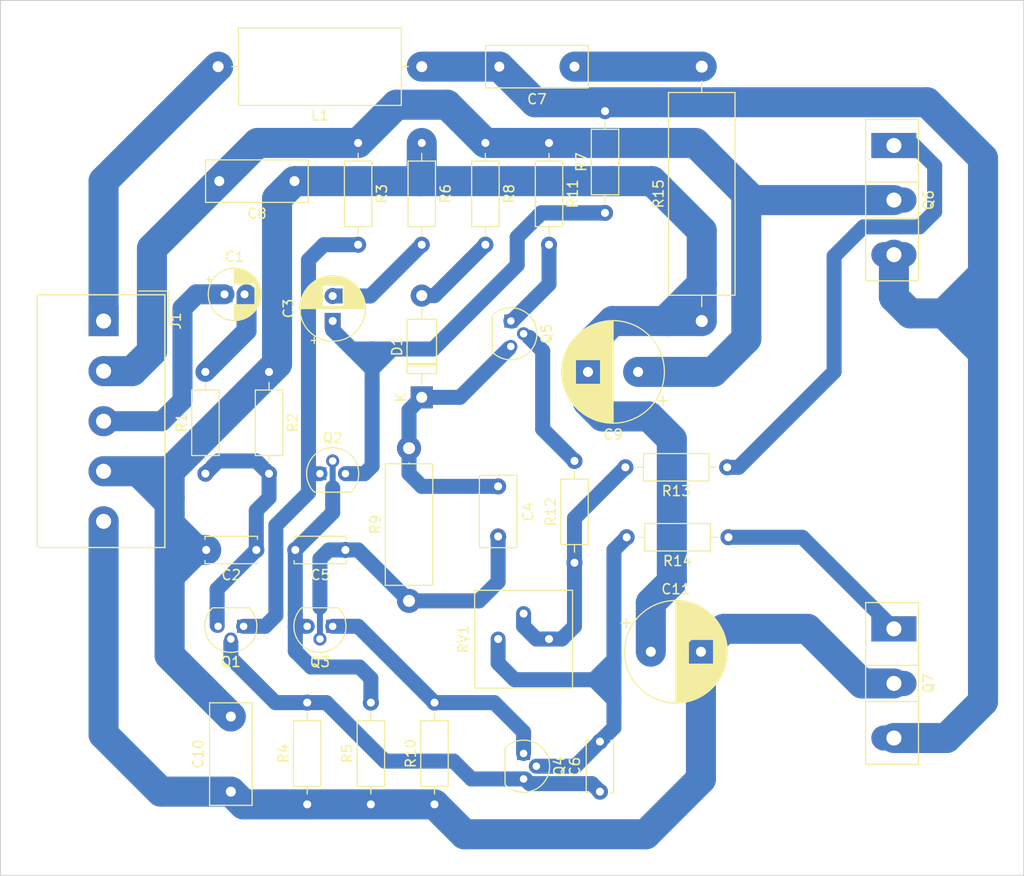
<source format=kicad_pcb>
(kicad_pcb (version 20171130) (host pcbnew 5.1.6)

  (general
    (thickness 1.6)
    (drawings 4)
    (tracks 232)
    (zones 0)
    (modules 37)
    (nets 25)
  )

  (page A4)
  (title_block
    (title "MOSFET Amplifier 150W")
    (date 2019-06-30)
    (company UPN)
    (comment 1 "Circuitos Electrónicos I")
  )

  (layers
    (0 F.Cu signal)
    (31 B.Cu signal)
    (32 B.Adhes user)
    (33 F.Adhes user)
    (34 B.Paste user)
    (35 F.Paste user)
    (36 B.SilkS user)
    (37 F.SilkS user)
    (38 B.Mask user)
    (39 F.Mask user)
    (40 Dwgs.User user)
    (41 Cmts.User user)
    (42 Eco1.User user)
    (43 Eco2.User user)
    (44 Edge.Cuts user)
    (45 Margin user)
    (46 B.CrtYd user)
    (47 F.CrtYd user)
    (48 B.Fab user)
    (49 F.Fab user)
  )

  (setup
    (last_trace_width 0.25)
    (trace_clearance 0.2)
    (zone_clearance 0.508)
    (zone_45_only no)
    (trace_min 0.2)
    (via_size 0.8)
    (via_drill 0.4)
    (via_min_size 0.4)
    (via_min_drill 0.3)
    (uvia_size 0.3)
    (uvia_drill 0.1)
    (uvias_allowed no)
    (uvia_min_size 0.2)
    (uvia_min_drill 0.1)
    (edge_width 0.1)
    (segment_width 0.2)
    (pcb_text_width 0.3)
    (pcb_text_size 1.5 1.5)
    (mod_edge_width 0.15)
    (mod_text_size 1 1)
    (mod_text_width 0.15)
    (pad_size 1.524 1.524)
    (pad_drill 0.762)
    (pad_to_mask_clearance 0)
    (aux_axis_origin 0 0)
    (visible_elements FFFFFF7F)
    (pcbplotparams
      (layerselection 0x20000_7ffffffe)
      (usegerberextensions false)
      (usegerberattributes false)
      (usegerberadvancedattributes false)
      (creategerberjobfile false)
      (excludeedgelayer true)
      (linewidth 0.100000)
      (plotframeref false)
      (viasonmask false)
      (mode 1)
      (useauxorigin false)
      (hpglpennumber 1)
      (hpglpenspeed 20)
      (hpglpendiameter 15.000000)
      (psnegative false)
      (psa4output false)
      (plotreference true)
      (plotvalue true)
      (plotinvisibletext false)
      (padsonsilk false)
      (subtractmaskfromsilk false)
      (outputformat 4)
      (mirror false)
      (drillshape 2)
      (scaleselection 1)
      (outputdirectory ""))
  )

  (net 0 "")
  (net 1 "Net-(C1-Pad2)")
  (net 2 IP)
  (net 3 GND)
  (net 4 "Net-(C2-Pad1)")
  (net 5 "Net-(C3-Pad2)")
  (net 6 "Net-(C3-Pad1)")
  (net 7 "Net-(C4-Pad2)")
  (net 8 "Net-(C4-Pad1)")
  (net 9 "Net-(C5-Pad2)")
  (net 10 "Net-(C6-Pad2)")
  (net 11 "Net-(C6-Pad1)")
  (net 12 "Net-(C7-Pad2)")
  (net 13 "Net-(C7-Pad1)")
  (net 14 +VDC)
  (net 15 -VDC)
  (net 16 "Net-(D1-Pad2)")
  (net 17 OP)
  (net 18 "Net-(Q5-Pad1)")
  (net 19 "Net-(R12-Pad1)")
  (net 20 "Net-(Q1-Pad1)")
  (net 21 "Net-(Q3-Pad1)")
  (net 22 "Net-(Q5-Pad2)")
  (net 23 "Net-(Q6-Pad1)")
  (net 24 "Net-(Q7-Pad1)")

  (net_class Default "Esta es la clase de red por defecto."
    (clearance 0.2)
    (trace_width 0.25)
    (via_dia 0.8)
    (via_drill 0.4)
    (uvia_dia 0.3)
    (uvia_drill 0.1)
    (add_net +VDC)
    (add_net -VDC)
    (add_net GND)
    (add_net IP)
    (add_net "Net-(C1-Pad2)")
    (add_net "Net-(C2-Pad1)")
    (add_net "Net-(C3-Pad1)")
    (add_net "Net-(C3-Pad2)")
    (add_net "Net-(C4-Pad1)")
    (add_net "Net-(C4-Pad2)")
    (add_net "Net-(C5-Pad2)")
    (add_net "Net-(C6-Pad1)")
    (add_net "Net-(C6-Pad2)")
    (add_net "Net-(C7-Pad1)")
    (add_net "Net-(C7-Pad2)")
    (add_net "Net-(D1-Pad2)")
    (add_net "Net-(Q1-Pad1)")
    (add_net "Net-(Q3-Pad1)")
    (add_net "Net-(Q5-Pad1)")
    (add_net "Net-(Q5-Pad2)")
    (add_net "Net-(Q6-Pad1)")
    (add_net "Net-(Q7-Pad1)")
    (add_net "Net-(R12-Pad1)")
    (add_net OP)
  )

  (module Potentiometer_THT:Potentiometer_Bourns_3386P_Vertical (layer F.Cu) (tedit 5AA07388) (tstamp 5D188AB6)
    (at 156.845 113.03 90)
    (descr "Potentiometer, vertical, Bourns 3386P, https://www.bourns.com/pdfs/3386.pdf")
    (tags "Potentiometer vertical Bourns 3386P")
    (path /5CBA561B)
    (fp_text reference RV1 (at -0.015 -8.555 90) (layer F.SilkS)
      (effects (font (size 1 1) (thickness 0.15)))
    )
    (fp_text value 1k (at -0.015 3.475 90) (layer F.Fab)
      (effects (font (size 1 1) (thickness 0.15)))
    )
    (fp_line (start 5 -7.56) (end -5.03 -7.56) (layer F.CrtYd) (width 0.05))
    (fp_line (start 5 2.48) (end 5 -7.56) (layer F.CrtYd) (width 0.05))
    (fp_line (start -5.03 2.48) (end 5 2.48) (layer F.CrtYd) (width 0.05))
    (fp_line (start -5.03 -7.56) (end -5.03 2.48) (layer F.CrtYd) (width 0.05))
    (fp_line (start 4.87 -7.425) (end 4.87 2.345) (layer F.SilkS) (width 0.12))
    (fp_line (start -4.9 -7.425) (end -4.9 2.345) (layer F.SilkS) (width 0.12))
    (fp_line (start -4.9 2.345) (end 4.87 2.345) (layer F.SilkS) (width 0.12))
    (fp_line (start -4.9 -7.425) (end 4.87 -7.425) (layer F.SilkS) (width 0.12))
    (fp_line (start -0.891 -0.98) (end -0.89 -4.099) (layer F.Fab) (width 0.1))
    (fp_line (start -0.891 -0.98) (end -0.89 -4.099) (layer F.Fab) (width 0.1))
    (fp_line (start 4.75 -7.305) (end -4.78 -7.305) (layer F.Fab) (width 0.1))
    (fp_line (start 4.75 2.225) (end 4.75 -7.305) (layer F.Fab) (width 0.1))
    (fp_line (start -4.78 2.225) (end 4.75 2.225) (layer F.Fab) (width 0.1))
    (fp_line (start -4.78 -7.305) (end -4.78 2.225) (layer F.Fab) (width 0.1))
    (fp_circle (center -0.891 -2.54) (end 0.684 -2.54) (layer F.Fab) (width 0.1))
    (fp_text user %R (at -3.78 -2.54) (layer F.Fab)
      (effects (font (size 1 1) (thickness 0.15)))
    )
    (pad 3 thru_hole circle (at 0 -5.08 90) (size 1.44 1.44) (drill 0.8) (layers *.Cu *.Mask)
      (net 10 "Net-(C6-Pad2)"))
    (pad 2 thru_hole circle (at 2.54 -2.54 90) (size 1.44 1.44) (drill 0.8) (layers *.Cu *.Mask)
      (net 19 "Net-(R12-Pad1)"))
    (pad 1 thru_hole circle (at 0 0 90) (size 1.44 1.44) (drill 0.8) (layers *.Cu *.Mask)
      (net 19 "Net-(R12-Pad1)"))
    (model ${KISYS3DMOD}/Potentiometer_THT.3dshapes/trimmer_ecp_ca9-h2,5.wrl
      (offset (xyz 2.5 2.5 0))
      (scale (xyz 1 1 1))
      (rotate (xyz 0 0 -90))
    )
  )

  (module Resistor_THT:R_Axial_Power_L20.0mm_W6.4mm_P25.40mm (layer F.Cu) (tedit 5AE5139B) (tstamp 5D188A9F)
    (at 172.085 81.28 90)
    (descr "Resistor, Axial_Power series, Box, pin pitch=25.4mm, 4W, length*width*height=20*6.4*6.4mm^3, http://cdn-reichelt.de/documents/datenblatt/B400/5WAXIAL_9WAXIAL_11WAXIAL_17WAXIAL%23YAG.pdf")
    (tags "Resistor Axial_Power series Box pin pitch 25.4mm 4W length 20mm width 6.4mm height 6.4mm")
    (path /5CC63613)
    (fp_text reference R15 (at 12.7 -4.32 90) (layer F.SilkS)
      (effects (font (size 1 1) (thickness 0.15)))
    )
    (fp_text value 4.7 (at 12.7 4.32 90) (layer F.Fab)
      (effects (font (size 1 1) (thickness 0.15)))
    )
    (fp_line (start 26.85 -3.45) (end -1.45 -3.45) (layer F.CrtYd) (width 0.05))
    (fp_line (start 26.85 3.45) (end 26.85 -3.45) (layer F.CrtYd) (width 0.05))
    (fp_line (start -1.45 3.45) (end 26.85 3.45) (layer F.CrtYd) (width 0.05))
    (fp_line (start -1.45 -3.45) (end -1.45 3.45) (layer F.CrtYd) (width 0.05))
    (fp_line (start 23.96 0) (end 22.82 0) (layer F.SilkS) (width 0.12))
    (fp_line (start 1.44 0) (end 2.58 0) (layer F.SilkS) (width 0.12))
    (fp_line (start 22.82 -3.32) (end 2.58 -3.32) (layer F.SilkS) (width 0.12))
    (fp_line (start 22.82 3.32) (end 22.82 -3.32) (layer F.SilkS) (width 0.12))
    (fp_line (start 2.58 3.32) (end 22.82 3.32) (layer F.SilkS) (width 0.12))
    (fp_line (start 2.58 -3.32) (end 2.58 3.32) (layer F.SilkS) (width 0.12))
    (fp_line (start 25.4 0) (end 22.7 0) (layer F.Fab) (width 0.1))
    (fp_line (start 0 0) (end 2.7 0) (layer F.Fab) (width 0.1))
    (fp_line (start 22.7 -3.2) (end 2.7 -3.2) (layer F.Fab) (width 0.1))
    (fp_line (start 22.7 3.2) (end 22.7 -3.2) (layer F.Fab) (width 0.1))
    (fp_line (start 2.7 3.2) (end 22.7 3.2) (layer F.Fab) (width 0.1))
    (fp_line (start 2.7 -3.2) (end 2.7 3.2) (layer F.Fab) (width 0.1))
    (fp_text user %R (at 12.7 0 90) (layer F.Fab)
      (effects (font (size 1 1) (thickness 0.15)))
    )
    (pad 1 thru_hole circle (at 0 0 90) (size 2.4 2.4) (drill 1.2) (layers *.Cu *.Mask)
      (net 3 GND))
    (pad 2 thru_hole oval (at 25.4 0 90) (size 2.4 2.4) (drill 1.2) (layers *.Cu *.Mask)
      (net 13 "Net-(C7-Pad1)"))
    (model ${KISYS3DMOD}/Resistor_THT.3dshapes/R_Axial_Power_L20.0mm_W6.4mm_P25.40mm.wrl
      (at (xyz 0 0 0))
      (scale (xyz 1 1 1))
      (rotate (xyz 0 0 0))
    )
  )

  (module Resistor_THT:R_Axial_DIN0207_L6.3mm_D2.5mm_P10.16mm_Horizontal (layer F.Cu) (tedit 5AE5139B) (tstamp 5D2118F9)
    (at 174.752 102.87 180)
    (descr "Resistor, Axial_DIN0207 series, Axial, Horizontal, pin pitch=10.16mm, 0.25W = 1/4W, length*diameter=6.3*2.5mm^2, http://cdn-reichelt.de/documents/datenblatt/B400/1_4W%23YAG.pdf")
    (tags "Resistor Axial_DIN0207 series Axial Horizontal pin pitch 10.16mm 0.25W = 1/4W length 6.3mm diameter 2.5mm")
    (path /5CBACE9C)
    (fp_text reference R14 (at 5.08 -2.37) (layer F.SilkS)
      (effects (font (size 1 1) (thickness 0.15)))
    )
    (fp_text value 100 (at 5.08 2.37) (layer F.Fab)
      (effects (font (size 1 1) (thickness 0.15)))
    )
    (fp_line (start 11.21 -1.5) (end -1.05 -1.5) (layer F.CrtYd) (width 0.05))
    (fp_line (start 11.21 1.5) (end 11.21 -1.5) (layer F.CrtYd) (width 0.05))
    (fp_line (start -1.05 1.5) (end 11.21 1.5) (layer F.CrtYd) (width 0.05))
    (fp_line (start -1.05 -1.5) (end -1.05 1.5) (layer F.CrtYd) (width 0.05))
    (fp_line (start 9.12 0) (end 8.35 0) (layer F.SilkS) (width 0.12))
    (fp_line (start 1.04 0) (end 1.81 0) (layer F.SilkS) (width 0.12))
    (fp_line (start 8.35 -1.37) (end 1.81 -1.37) (layer F.SilkS) (width 0.12))
    (fp_line (start 8.35 1.37) (end 8.35 -1.37) (layer F.SilkS) (width 0.12))
    (fp_line (start 1.81 1.37) (end 8.35 1.37) (layer F.SilkS) (width 0.12))
    (fp_line (start 1.81 -1.37) (end 1.81 1.37) (layer F.SilkS) (width 0.12))
    (fp_line (start 10.16 0) (end 8.23 0) (layer F.Fab) (width 0.1))
    (fp_line (start 0 0) (end 1.93 0) (layer F.Fab) (width 0.1))
    (fp_line (start 8.23 -1.25) (end 1.93 -1.25) (layer F.Fab) (width 0.1))
    (fp_line (start 8.23 1.25) (end 8.23 -1.25) (layer F.Fab) (width 0.1))
    (fp_line (start 1.93 1.25) (end 8.23 1.25) (layer F.Fab) (width 0.1))
    (fp_line (start 1.93 -1.25) (end 1.93 1.25) (layer F.Fab) (width 0.1))
    (fp_text user %R (at 5.08 0) (layer F.Fab)
      (effects (font (size 1 1) (thickness 0.15)))
    )
    (pad 1 thru_hole circle (at 0 0 180) (size 1.6 1.6) (drill 0.8) (layers *.Cu *.Mask)
      (net 24 "Net-(Q7-Pad1)"))
    (pad 2 thru_hole oval (at 10.16 0 180) (size 1.6 1.6) (drill 0.8) (layers *.Cu *.Mask)
      (net 10 "Net-(C6-Pad2)"))
    (model ${KISYS3DMOD}/Resistor_THT.3dshapes/R_Axial_DIN0207_L6.3mm_D2.5mm_P10.16mm_Horizontal.wrl
      (at (xyz 0 0 0))
      (scale (xyz 1 1 1))
      (rotate (xyz 0 0 0))
    )
  )

  (module Resistor_THT:R_Axial_DIN0207_L6.3mm_D2.5mm_P10.16mm_Horizontal (layer F.Cu) (tedit 5AE5139B) (tstamp 5D188A71)
    (at 174.625 95.885 180)
    (descr "Resistor, Axial_DIN0207 series, Axial, Horizontal, pin pitch=10.16mm, 0.25W = 1/4W, length*diameter=6.3*2.5mm^2, http://cdn-reichelt.de/documents/datenblatt/B400/1_4W%23YAG.pdf")
    (tags "Resistor Axial_DIN0207 series Axial Horizontal pin pitch 10.16mm 0.25W = 1/4W length 6.3mm diameter 2.5mm")
    (path /5CBA3C73)
    (fp_text reference R13 (at 5.08 -2.37) (layer F.SilkS)
      (effects (font (size 1 1) (thickness 0.15)))
    )
    (fp_text value 100 (at 5.08 2.37) (layer F.Fab)
      (effects (font (size 1 1) (thickness 0.15)))
    )
    (fp_line (start 11.21 -1.5) (end -1.05 -1.5) (layer F.CrtYd) (width 0.05))
    (fp_line (start 11.21 1.5) (end 11.21 -1.5) (layer F.CrtYd) (width 0.05))
    (fp_line (start -1.05 1.5) (end 11.21 1.5) (layer F.CrtYd) (width 0.05))
    (fp_line (start -1.05 -1.5) (end -1.05 1.5) (layer F.CrtYd) (width 0.05))
    (fp_line (start 9.12 0) (end 8.35 0) (layer F.SilkS) (width 0.12))
    (fp_line (start 1.04 0) (end 1.81 0) (layer F.SilkS) (width 0.12))
    (fp_line (start 8.35 -1.37) (end 1.81 -1.37) (layer F.SilkS) (width 0.12))
    (fp_line (start 8.35 1.37) (end 8.35 -1.37) (layer F.SilkS) (width 0.12))
    (fp_line (start 1.81 1.37) (end 8.35 1.37) (layer F.SilkS) (width 0.12))
    (fp_line (start 1.81 -1.37) (end 1.81 1.37) (layer F.SilkS) (width 0.12))
    (fp_line (start 10.16 0) (end 8.23 0) (layer F.Fab) (width 0.1))
    (fp_line (start 0 0) (end 1.93 0) (layer F.Fab) (width 0.1))
    (fp_line (start 8.23 -1.25) (end 1.93 -1.25) (layer F.Fab) (width 0.1))
    (fp_line (start 8.23 1.25) (end 8.23 -1.25) (layer F.Fab) (width 0.1))
    (fp_line (start 1.93 1.25) (end 8.23 1.25) (layer F.Fab) (width 0.1))
    (fp_line (start 1.93 -1.25) (end 1.93 1.25) (layer F.Fab) (width 0.1))
    (fp_text user %R (at 5.08 0) (layer F.Fab)
      (effects (font (size 1 1) (thickness 0.15)))
    )
    (pad 1 thru_hole circle (at 0 0 180) (size 1.6 1.6) (drill 0.8) (layers *.Cu *.Mask)
      (net 23 "Net-(Q6-Pad1)"))
    (pad 2 thru_hole oval (at 10.16 0 180) (size 1.6 1.6) (drill 0.8) (layers *.Cu *.Mask)
      (net 19 "Net-(R12-Pad1)"))
    (model ${KISYS3DMOD}/Resistor_THT.3dshapes/R_Axial_DIN0207_L6.3mm_D2.5mm_P10.16mm_Horizontal.wrl
      (at (xyz 0 0 0))
      (scale (xyz 1 1 1))
      (rotate (xyz 0 0 0))
    )
  )

  (module Resistor_THT:R_Axial_DIN0207_L6.3mm_D2.5mm_P10.16mm_Horizontal (layer F.Cu) (tedit 5AE5139B) (tstamp 5D188A5A)
    (at 159.385 105.41 90)
    (descr "Resistor, Axial_DIN0207 series, Axial, Horizontal, pin pitch=10.16mm, 0.25W = 1/4W, length*diameter=6.3*2.5mm^2, http://cdn-reichelt.de/documents/datenblatt/B400/1_4W%23YAG.pdf")
    (tags "Resistor Axial_DIN0207 series Axial Horizontal pin pitch 10.16mm 0.25W = 1/4W length 6.3mm diameter 2.5mm")
    (path /5CBA2EE2)
    (fp_text reference R12 (at 5.08 -2.37 90) (layer F.SilkS)
      (effects (font (size 1 1) (thickness 0.15)))
    )
    (fp_text value 47 (at 5.08 2.37 90) (layer F.Fab)
      (effects (font (size 1 1) (thickness 0.15)))
    )
    (fp_line (start 11.21 -1.5) (end -1.05 -1.5) (layer F.CrtYd) (width 0.05))
    (fp_line (start 11.21 1.5) (end 11.21 -1.5) (layer F.CrtYd) (width 0.05))
    (fp_line (start -1.05 1.5) (end 11.21 1.5) (layer F.CrtYd) (width 0.05))
    (fp_line (start -1.05 -1.5) (end -1.05 1.5) (layer F.CrtYd) (width 0.05))
    (fp_line (start 9.12 0) (end 8.35 0) (layer F.SilkS) (width 0.12))
    (fp_line (start 1.04 0) (end 1.81 0) (layer F.SilkS) (width 0.12))
    (fp_line (start 8.35 -1.37) (end 1.81 -1.37) (layer F.SilkS) (width 0.12))
    (fp_line (start 8.35 1.37) (end 8.35 -1.37) (layer F.SilkS) (width 0.12))
    (fp_line (start 1.81 1.37) (end 8.35 1.37) (layer F.SilkS) (width 0.12))
    (fp_line (start 1.81 -1.37) (end 1.81 1.37) (layer F.SilkS) (width 0.12))
    (fp_line (start 10.16 0) (end 8.23 0) (layer F.Fab) (width 0.1))
    (fp_line (start 0 0) (end 1.93 0) (layer F.Fab) (width 0.1))
    (fp_line (start 8.23 -1.25) (end 1.93 -1.25) (layer F.Fab) (width 0.1))
    (fp_line (start 8.23 1.25) (end 8.23 -1.25) (layer F.Fab) (width 0.1))
    (fp_line (start 1.93 1.25) (end 8.23 1.25) (layer F.Fab) (width 0.1))
    (fp_line (start 1.93 -1.25) (end 1.93 1.25) (layer F.Fab) (width 0.1))
    (fp_text user %R (at 5.08 0 90) (layer F.Fab)
      (effects (font (size 1 1) (thickness 0.15)))
    )
    (pad 1 thru_hole circle (at 0 0 90) (size 1.6 1.6) (drill 0.8) (layers *.Cu *.Mask)
      (net 19 "Net-(R12-Pad1)"))
    (pad 2 thru_hole oval (at 10.16 0 90) (size 1.6 1.6) (drill 0.8) (layers *.Cu *.Mask)
      (net 22 "Net-(Q5-Pad2)"))
    (model ${KISYS3DMOD}/Resistor_THT.3dshapes/R_Axial_DIN0207_L6.3mm_D2.5mm_P10.16mm_Horizontal.wrl
      (at (xyz 0 0 0))
      (scale (xyz 1 1 1))
      (rotate (xyz 0 0 0))
    )
  )

  (module Resistor_THT:R_Axial_DIN0207_L6.3mm_D2.5mm_P10.16mm_Horizontal (layer F.Cu) (tedit 5AE5139B) (tstamp 5D188A43)
    (at 156.845 63.5 270)
    (descr "Resistor, Axial_DIN0207 series, Axial, Horizontal, pin pitch=10.16mm, 0.25W = 1/4W, length*diameter=6.3*2.5mm^2, http://cdn-reichelt.de/documents/datenblatt/B400/1_4W%23YAG.pdf")
    (tags "Resistor Axial_DIN0207 series Axial Horizontal pin pitch 10.16mm 0.25W = 1/4W length 6.3mm diameter 2.5mm")
    (path /5CBA0EE3)
    (fp_text reference R11 (at 5.08 -2.37 90) (layer F.SilkS)
      (effects (font (size 1 1) (thickness 0.15)))
    )
    (fp_text value 100 (at 5.08 2.37 90) (layer F.Fab)
      (effects (font (size 1 1) (thickness 0.15)))
    )
    (fp_line (start 11.21 -1.5) (end -1.05 -1.5) (layer F.CrtYd) (width 0.05))
    (fp_line (start 11.21 1.5) (end 11.21 -1.5) (layer F.CrtYd) (width 0.05))
    (fp_line (start -1.05 1.5) (end 11.21 1.5) (layer F.CrtYd) (width 0.05))
    (fp_line (start -1.05 -1.5) (end -1.05 1.5) (layer F.CrtYd) (width 0.05))
    (fp_line (start 9.12 0) (end 8.35 0) (layer F.SilkS) (width 0.12))
    (fp_line (start 1.04 0) (end 1.81 0) (layer F.SilkS) (width 0.12))
    (fp_line (start 8.35 -1.37) (end 1.81 -1.37) (layer F.SilkS) (width 0.12))
    (fp_line (start 8.35 1.37) (end 8.35 -1.37) (layer F.SilkS) (width 0.12))
    (fp_line (start 1.81 1.37) (end 8.35 1.37) (layer F.SilkS) (width 0.12))
    (fp_line (start 1.81 -1.37) (end 1.81 1.37) (layer F.SilkS) (width 0.12))
    (fp_line (start 10.16 0) (end 8.23 0) (layer F.Fab) (width 0.1))
    (fp_line (start 0 0) (end 1.93 0) (layer F.Fab) (width 0.1))
    (fp_line (start 8.23 -1.25) (end 1.93 -1.25) (layer F.Fab) (width 0.1))
    (fp_line (start 8.23 1.25) (end 8.23 -1.25) (layer F.Fab) (width 0.1))
    (fp_line (start 1.93 1.25) (end 8.23 1.25) (layer F.Fab) (width 0.1))
    (fp_line (start 1.93 -1.25) (end 1.93 1.25) (layer F.Fab) (width 0.1))
    (fp_text user %R (at 5.08 0 90) (layer F.Fab)
      (effects (font (size 1 1) (thickness 0.15)))
    )
    (pad 1 thru_hole circle (at 0 0 270) (size 1.6 1.6) (drill 0.8) (layers *.Cu *.Mask)
      (net 14 +VDC))
    (pad 2 thru_hole oval (at 10.16 0 270) (size 1.6 1.6) (drill 0.8) (layers *.Cu *.Mask)
      (net 18 "Net-(Q5-Pad1)"))
    (model ${KISYS3DMOD}/Resistor_THT.3dshapes/R_Axial_DIN0207_L6.3mm_D2.5mm_P10.16mm_Horizontal.wrl
      (at (xyz 0 0 0))
      (scale (xyz 1 1 1))
      (rotate (xyz 0 0 0))
    )
  )

  (module Resistor_THT:R_Axial_DIN0207_L6.3mm_D2.5mm_P10.16mm_Horizontal (layer F.Cu) (tedit 5AE5139B) (tstamp 5D188A2C)
    (at 145.415 129.54 90)
    (descr "Resistor, Axial_DIN0207 series, Axial, Horizontal, pin pitch=10.16mm, 0.25W = 1/4W, length*diameter=6.3*2.5mm^2, http://cdn-reichelt.de/documents/datenblatt/B400/1_4W%23YAG.pdf")
    (tags "Resistor Axial_DIN0207 series Axial Horizontal pin pitch 10.16mm 0.25W = 1/4W length 6.3mm diameter 2.5mm")
    (path /5CBB6B10)
    (fp_text reference R10 (at 5.08 -2.37 90) (layer F.SilkS)
      (effects (font (size 1 1) (thickness 0.15)))
    )
    (fp_text value 100 (at 5.08 2.37 90) (layer F.Fab)
      (effects (font (size 1 1) (thickness 0.15)))
    )
    (fp_line (start 11.21 -1.5) (end -1.05 -1.5) (layer F.CrtYd) (width 0.05))
    (fp_line (start 11.21 1.5) (end 11.21 -1.5) (layer F.CrtYd) (width 0.05))
    (fp_line (start -1.05 1.5) (end 11.21 1.5) (layer F.CrtYd) (width 0.05))
    (fp_line (start -1.05 -1.5) (end -1.05 1.5) (layer F.CrtYd) (width 0.05))
    (fp_line (start 9.12 0) (end 8.35 0) (layer F.SilkS) (width 0.12))
    (fp_line (start 1.04 0) (end 1.81 0) (layer F.SilkS) (width 0.12))
    (fp_line (start 8.35 -1.37) (end 1.81 -1.37) (layer F.SilkS) (width 0.12))
    (fp_line (start 8.35 1.37) (end 8.35 -1.37) (layer F.SilkS) (width 0.12))
    (fp_line (start 1.81 1.37) (end 8.35 1.37) (layer F.SilkS) (width 0.12))
    (fp_line (start 1.81 -1.37) (end 1.81 1.37) (layer F.SilkS) (width 0.12))
    (fp_line (start 10.16 0) (end 8.23 0) (layer F.Fab) (width 0.1))
    (fp_line (start 0 0) (end 1.93 0) (layer F.Fab) (width 0.1))
    (fp_line (start 8.23 -1.25) (end 1.93 -1.25) (layer F.Fab) (width 0.1))
    (fp_line (start 8.23 1.25) (end 8.23 -1.25) (layer F.Fab) (width 0.1))
    (fp_line (start 1.93 1.25) (end 8.23 1.25) (layer F.Fab) (width 0.1))
    (fp_line (start 1.93 -1.25) (end 1.93 1.25) (layer F.Fab) (width 0.1))
    (fp_text user %R (at 5.08 0 90) (layer F.Fab)
      (effects (font (size 1 1) (thickness 0.15)))
    )
    (pad 1 thru_hole circle (at 0 0 90) (size 1.6 1.6) (drill 0.8) (layers *.Cu *.Mask)
      (net 15 -VDC))
    (pad 2 thru_hole oval (at 10.16 0 90) (size 1.6 1.6) (drill 0.8) (layers *.Cu *.Mask)
      (net 21 "Net-(Q3-Pad1)"))
    (model ${KISYS3DMOD}/Resistor_THT.3dshapes/R_Axial_DIN0207_L6.3mm_D2.5mm_P10.16mm_Horizontal.wrl
      (at (xyz 0 0 0))
      (scale (xyz 1 1 1))
      (rotate (xyz 0 0 0))
    )
  )

  (module Resistor_THT:R_Axial_DIN0414_L11.9mm_D4.5mm_P15.24mm_Horizontal (layer F.Cu) (tedit 5AE5139B) (tstamp 5D188A15)
    (at 142.875 109.22 90)
    (descr "Resistor, Axial_DIN0414 series, Axial, Horizontal, pin pitch=15.24mm, 2W, length*diameter=11.9*4.5mm^2, http://www.vishay.com/docs/20128/wkxwrx.pdf")
    (tags "Resistor Axial_DIN0414 series Axial Horizontal pin pitch 15.24mm 2W length 11.9mm diameter 4.5mm")
    (path /5CB80FE5)
    (fp_text reference R9 (at 7.62 -3.37 90) (layer F.SilkS)
      (effects (font (size 1 1) (thickness 0.15)))
    )
    (fp_text value 12k (at 7.62 3.37 90) (layer F.Fab)
      (effects (font (size 1 1) (thickness 0.15)))
    )
    (fp_line (start 16.69 -2.5) (end -1.45 -2.5) (layer F.CrtYd) (width 0.05))
    (fp_line (start 16.69 2.5) (end 16.69 -2.5) (layer F.CrtYd) (width 0.05))
    (fp_line (start -1.45 2.5) (end 16.69 2.5) (layer F.CrtYd) (width 0.05))
    (fp_line (start -1.45 -2.5) (end -1.45 2.5) (layer F.CrtYd) (width 0.05))
    (fp_line (start 13.8 0) (end 13.69 0) (layer F.SilkS) (width 0.12))
    (fp_line (start 1.44 0) (end 1.55 0) (layer F.SilkS) (width 0.12))
    (fp_line (start 13.69 -2.37) (end 1.55 -2.37) (layer F.SilkS) (width 0.12))
    (fp_line (start 13.69 2.37) (end 13.69 -2.37) (layer F.SilkS) (width 0.12))
    (fp_line (start 1.55 2.37) (end 13.69 2.37) (layer F.SilkS) (width 0.12))
    (fp_line (start 1.55 -2.37) (end 1.55 2.37) (layer F.SilkS) (width 0.12))
    (fp_line (start 15.24 0) (end 13.57 0) (layer F.Fab) (width 0.1))
    (fp_line (start 0 0) (end 1.67 0) (layer F.Fab) (width 0.1))
    (fp_line (start 13.57 -2.25) (end 1.67 -2.25) (layer F.Fab) (width 0.1))
    (fp_line (start 13.57 2.25) (end 13.57 -2.25) (layer F.Fab) (width 0.1))
    (fp_line (start 1.67 2.25) (end 13.57 2.25) (layer F.Fab) (width 0.1))
    (fp_line (start 1.67 -2.25) (end 1.67 2.25) (layer F.Fab) (width 0.1))
    (fp_text user %R (at 7.62 0 90) (layer F.Fab)
      (effects (font (size 1 1) (thickness 0.15)))
    )
    (pad 1 thru_hole circle (at 0 0 90) (size 2.4 2.4) (drill 1.2) (layers *.Cu *.Mask)
      (net 7 "Net-(C4-Pad2)"))
    (pad 2 thru_hole oval (at 15.24 0 90) (size 2.4 2.4) (drill 1.2) (layers *.Cu *.Mask)
      (net 8 "Net-(C4-Pad1)"))
    (model ${KISYS3DMOD}/Resistor_THT.3dshapes/R_Axial_DIN0414_L11.9mm_D4.5mm_P15.24mm_Horizontal.wrl
      (at (xyz 0 0 0))
      (scale (xyz 1 1 1))
      (rotate (xyz 0 0 0))
    )
  )

  (module Resistor_THT:R_Axial_DIN0207_L6.3mm_D2.5mm_P10.16mm_Horizontal (layer F.Cu) (tedit 5AE5139B) (tstamp 5D1889FE)
    (at 150.495 63.5 270)
    (descr "Resistor, Axial_DIN0207 series, Axial, Horizontal, pin pitch=10.16mm, 0.25W = 1/4W, length*diameter=6.3*2.5mm^2, http://cdn-reichelt.de/documents/datenblatt/B400/1_4W%23YAG.pdf")
    (tags "Resistor Axial_DIN0207 series Axial Horizontal pin pitch 10.16mm 0.25W = 1/4W length 6.3mm diameter 2.5mm")
    (path /5CB6F33B)
    (fp_text reference R8 (at 5.08 -2.37 90) (layer F.SilkS)
      (effects (font (size 1 1) (thickness 0.15)))
    )
    (fp_text value 100 (at 5.08 2.37 90) (layer F.Fab)
      (effects (font (size 1 1) (thickness 0.15)))
    )
    (fp_line (start 11.21 -1.5) (end -1.05 -1.5) (layer F.CrtYd) (width 0.05))
    (fp_line (start 11.21 1.5) (end 11.21 -1.5) (layer F.CrtYd) (width 0.05))
    (fp_line (start -1.05 1.5) (end 11.21 1.5) (layer F.CrtYd) (width 0.05))
    (fp_line (start -1.05 -1.5) (end -1.05 1.5) (layer F.CrtYd) (width 0.05))
    (fp_line (start 9.12 0) (end 8.35 0) (layer F.SilkS) (width 0.12))
    (fp_line (start 1.04 0) (end 1.81 0) (layer F.SilkS) (width 0.12))
    (fp_line (start 8.35 -1.37) (end 1.81 -1.37) (layer F.SilkS) (width 0.12))
    (fp_line (start 8.35 1.37) (end 8.35 -1.37) (layer F.SilkS) (width 0.12))
    (fp_line (start 1.81 1.37) (end 8.35 1.37) (layer F.SilkS) (width 0.12))
    (fp_line (start 1.81 -1.37) (end 1.81 1.37) (layer F.SilkS) (width 0.12))
    (fp_line (start 10.16 0) (end 8.23 0) (layer F.Fab) (width 0.1))
    (fp_line (start 0 0) (end 1.93 0) (layer F.Fab) (width 0.1))
    (fp_line (start 8.23 -1.25) (end 1.93 -1.25) (layer F.Fab) (width 0.1))
    (fp_line (start 8.23 1.25) (end 8.23 -1.25) (layer F.Fab) (width 0.1))
    (fp_line (start 1.93 1.25) (end 8.23 1.25) (layer F.Fab) (width 0.1))
    (fp_line (start 1.93 -1.25) (end 1.93 1.25) (layer F.Fab) (width 0.1))
    (fp_text user %R (at 5.08 0 90) (layer F.Fab)
      (effects (font (size 1 1) (thickness 0.15)))
    )
    (pad 1 thru_hole circle (at 0 0 270) (size 1.6 1.6) (drill 0.8) (layers *.Cu *.Mask)
      (net 14 +VDC))
    (pad 2 thru_hole oval (at 10.16 0 270) (size 1.6 1.6) (drill 0.8) (layers *.Cu *.Mask)
      (net 16 "Net-(D1-Pad2)"))
    (model ${KISYS3DMOD}/Resistor_THT.3dshapes/R_Axial_DIN0207_L6.3mm_D2.5mm_P10.16mm_Horizontal.wrl
      (at (xyz 0 0 0))
      (scale (xyz 1 1 1))
      (rotate (xyz 0 0 0))
    )
  )

  (module Resistor_THT:R_Axial_DIN0207_L6.3mm_D2.5mm_P10.16mm_Horizontal (layer F.Cu) (tedit 5AE5139B) (tstamp 5D214FA1)
    (at 162.433 70.485 90)
    (descr "Resistor, Axial_DIN0207 series, Axial, Horizontal, pin pitch=10.16mm, 0.25W = 1/4W, length*diameter=6.3*2.5mm^2, http://cdn-reichelt.de/documents/datenblatt/B400/1_4W%23YAG.pdf")
    (tags "Resistor Axial_DIN0207 series Axial Horizontal pin pitch 10.16mm 0.25W = 1/4W length 6.3mm diameter 2.5mm")
    (path /5CB7C609)
    (fp_text reference R7 (at 5.08 -2.37 90) (layer F.SilkS)
      (effects (font (size 1 1) (thickness 0.15)))
    )
    (fp_text value 33k (at 5.08 2.37 90) (layer F.Fab)
      (effects (font (size 1 1) (thickness 0.15)))
    )
    (fp_line (start 11.21 -1.5) (end -1.05 -1.5) (layer F.CrtYd) (width 0.05))
    (fp_line (start 11.21 1.5) (end 11.21 -1.5) (layer F.CrtYd) (width 0.05))
    (fp_line (start -1.05 1.5) (end 11.21 1.5) (layer F.CrtYd) (width 0.05))
    (fp_line (start -1.05 -1.5) (end -1.05 1.5) (layer F.CrtYd) (width 0.05))
    (fp_line (start 9.12 0) (end 8.35 0) (layer F.SilkS) (width 0.12))
    (fp_line (start 1.04 0) (end 1.81 0) (layer F.SilkS) (width 0.12))
    (fp_line (start 8.35 -1.37) (end 1.81 -1.37) (layer F.SilkS) (width 0.12))
    (fp_line (start 8.35 1.37) (end 8.35 -1.37) (layer F.SilkS) (width 0.12))
    (fp_line (start 1.81 1.37) (end 8.35 1.37) (layer F.SilkS) (width 0.12))
    (fp_line (start 1.81 -1.37) (end 1.81 1.37) (layer F.SilkS) (width 0.12))
    (fp_line (start 10.16 0) (end 8.23 0) (layer F.Fab) (width 0.1))
    (fp_line (start 0 0) (end 1.93 0) (layer F.Fab) (width 0.1))
    (fp_line (start 8.23 -1.25) (end 1.93 -1.25) (layer F.Fab) (width 0.1))
    (fp_line (start 8.23 1.25) (end 8.23 -1.25) (layer F.Fab) (width 0.1))
    (fp_line (start 1.93 1.25) (end 8.23 1.25) (layer F.Fab) (width 0.1))
    (fp_line (start 1.93 -1.25) (end 1.93 1.25) (layer F.Fab) (width 0.1))
    (fp_text user %R (at 5.08 0 90) (layer F.Fab)
      (effects (font (size 1 1) (thickness 0.15)))
    )
    (pad 1 thru_hole circle (at 0 0 90) (size 1.6 1.6) (drill 0.8) (layers *.Cu *.Mask)
      (net 6 "Net-(C3-Pad1)"))
    (pad 2 thru_hole oval (at 10.16 0 90) (size 1.6 1.6) (drill 0.8) (layers *.Cu *.Mask)
      (net 12 "Net-(C7-Pad2)"))
    (model ${KISYS3DMOD}/Resistor_THT.3dshapes/R_Axial_DIN0207_L6.3mm_D2.5mm_P10.16mm_Horizontal.wrl
      (at (xyz 0 0 0))
      (scale (xyz 1 1 1))
      (rotate (xyz 0 0 0))
    )
  )

  (module Resistor_THT:R_Axial_DIN0207_L6.3mm_D2.5mm_P10.16mm_Horizontal (layer F.Cu) (tedit 5AE5139B) (tstamp 5D1889D0)
    (at 144.145 63.5 270)
    (descr "Resistor, Axial_DIN0207 series, Axial, Horizontal, pin pitch=10.16mm, 0.25W = 1/4W, length*diameter=6.3*2.5mm^2, http://cdn-reichelt.de/documents/datenblatt/B400/1_4W%23YAG.pdf")
    (tags "Resistor Axial_DIN0207 series Axial Horizontal pin pitch 10.16mm 0.25W = 1/4W length 6.3mm diameter 2.5mm")
    (path /5CB7C213)
    (fp_text reference R6 (at 5.08 -2.37 90) (layer F.SilkS)
      (effects (font (size 1 1) (thickness 0.15)))
    )
    (fp_text value 1k (at 5.08 2.37 90) (layer F.Fab)
      (effects (font (size 1 1) (thickness 0.15)))
    )
    (fp_line (start 11.21 -1.5) (end -1.05 -1.5) (layer F.CrtYd) (width 0.05))
    (fp_line (start 11.21 1.5) (end 11.21 -1.5) (layer F.CrtYd) (width 0.05))
    (fp_line (start -1.05 1.5) (end 11.21 1.5) (layer F.CrtYd) (width 0.05))
    (fp_line (start -1.05 -1.5) (end -1.05 1.5) (layer F.CrtYd) (width 0.05))
    (fp_line (start 9.12 0) (end 8.35 0) (layer F.SilkS) (width 0.12))
    (fp_line (start 1.04 0) (end 1.81 0) (layer F.SilkS) (width 0.12))
    (fp_line (start 8.35 -1.37) (end 1.81 -1.37) (layer F.SilkS) (width 0.12))
    (fp_line (start 8.35 1.37) (end 8.35 -1.37) (layer F.SilkS) (width 0.12))
    (fp_line (start 1.81 1.37) (end 8.35 1.37) (layer F.SilkS) (width 0.12))
    (fp_line (start 1.81 -1.37) (end 1.81 1.37) (layer F.SilkS) (width 0.12))
    (fp_line (start 10.16 0) (end 8.23 0) (layer F.Fab) (width 0.1))
    (fp_line (start 0 0) (end 1.93 0) (layer F.Fab) (width 0.1))
    (fp_line (start 8.23 -1.25) (end 1.93 -1.25) (layer F.Fab) (width 0.1))
    (fp_line (start 8.23 1.25) (end 8.23 -1.25) (layer F.Fab) (width 0.1))
    (fp_line (start 1.93 1.25) (end 8.23 1.25) (layer F.Fab) (width 0.1))
    (fp_line (start 1.93 -1.25) (end 1.93 1.25) (layer F.Fab) (width 0.1))
    (fp_text user %R (at 5.08 0 90) (layer F.Fab)
      (effects (font (size 1 1) (thickness 0.15)))
    )
    (pad 1 thru_hole circle (at 0 0 270) (size 1.6 1.6) (drill 0.8) (layers *.Cu *.Mask)
      (net 3 GND))
    (pad 2 thru_hole oval (at 10.16 0 270) (size 1.6 1.6) (drill 0.8) (layers *.Cu *.Mask)
      (net 5 "Net-(C3-Pad2)"))
    (model ${KISYS3DMOD}/Resistor_THT.3dshapes/R_Axial_DIN0207_L6.3mm_D2.5mm_P10.16mm_Horizontal.wrl
      (at (xyz 0 0 0))
      (scale (xyz 1 1 1))
      (rotate (xyz 0 0 0))
    )
  )

  (module Resistor_THT:R_Axial_DIN0207_L6.3mm_D2.5mm_P10.16mm_Horizontal (layer F.Cu) (tedit 5AE5139B) (tstamp 5D1889B9)
    (at 139.065 129.54 90)
    (descr "Resistor, Axial_DIN0207 series, Axial, Horizontal, pin pitch=10.16mm, 0.25W = 1/4W, length*diameter=6.3*2.5mm^2, http://cdn-reichelt.de/documents/datenblatt/B400/1_4W%23YAG.pdf")
    (tags "Resistor Axial_DIN0207 series Axial Horizontal pin pitch 10.16mm 0.25W = 1/4W length 6.3mm diameter 2.5mm")
    (path /5CB8C700)
    (fp_text reference R5 (at 5.08 -2.37 90) (layer F.SilkS)
      (effects (font (size 1 1) (thickness 0.15)))
    )
    (fp_text value 3k9 (at 5.08 2.37 90) (layer F.Fab)
      (effects (font (size 1 1) (thickness 0.15)))
    )
    (fp_line (start 11.21 -1.5) (end -1.05 -1.5) (layer F.CrtYd) (width 0.05))
    (fp_line (start 11.21 1.5) (end 11.21 -1.5) (layer F.CrtYd) (width 0.05))
    (fp_line (start -1.05 1.5) (end 11.21 1.5) (layer F.CrtYd) (width 0.05))
    (fp_line (start -1.05 -1.5) (end -1.05 1.5) (layer F.CrtYd) (width 0.05))
    (fp_line (start 9.12 0) (end 8.35 0) (layer F.SilkS) (width 0.12))
    (fp_line (start 1.04 0) (end 1.81 0) (layer F.SilkS) (width 0.12))
    (fp_line (start 8.35 -1.37) (end 1.81 -1.37) (layer F.SilkS) (width 0.12))
    (fp_line (start 8.35 1.37) (end 8.35 -1.37) (layer F.SilkS) (width 0.12))
    (fp_line (start 1.81 1.37) (end 8.35 1.37) (layer F.SilkS) (width 0.12))
    (fp_line (start 1.81 -1.37) (end 1.81 1.37) (layer F.SilkS) (width 0.12))
    (fp_line (start 10.16 0) (end 8.23 0) (layer F.Fab) (width 0.1))
    (fp_line (start 0 0) (end 1.93 0) (layer F.Fab) (width 0.1))
    (fp_line (start 8.23 -1.25) (end 1.93 -1.25) (layer F.Fab) (width 0.1))
    (fp_line (start 8.23 1.25) (end 8.23 -1.25) (layer F.Fab) (width 0.1))
    (fp_line (start 1.93 1.25) (end 8.23 1.25) (layer F.Fab) (width 0.1))
    (fp_line (start 1.93 -1.25) (end 1.93 1.25) (layer F.Fab) (width 0.1))
    (fp_text user %R (at 5.08 0 90) (layer F.Fab)
      (effects (font (size 1 1) (thickness 0.15)))
    )
    (pad 1 thru_hole circle (at 0 0 90) (size 1.6 1.6) (drill 0.8) (layers *.Cu *.Mask)
      (net 15 -VDC))
    (pad 2 thru_hole oval (at 10.16 0 90) (size 1.6 1.6) (drill 0.8) (layers *.Cu *.Mask)
      (net 9 "Net-(C5-Pad2)"))
    (model ${KISYS3DMOD}/Resistor_THT.3dshapes/R_Axial_DIN0207_L6.3mm_D2.5mm_P10.16mm_Horizontal.wrl
      (at (xyz 0 0 0))
      (scale (xyz 1 1 1))
      (rotate (xyz 0 0 0))
    )
  )

  (module Resistor_THT:R_Axial_DIN0207_L6.3mm_D2.5mm_P10.16mm_Horizontal (layer F.Cu) (tedit 5AE5139B) (tstamp 5D1889A2)
    (at 132.715 129.54 90)
    (descr "Resistor, Axial_DIN0207 series, Axial, Horizontal, pin pitch=10.16mm, 0.25W = 1/4W, length*diameter=6.3*2.5mm^2, http://cdn-reichelt.de/documents/datenblatt/B400/1_4W%23YAG.pdf")
    (tags "Resistor Axial_DIN0207 series Axial Horizontal pin pitch 10.16mm 0.25W = 1/4W length 6.3mm diameter 2.5mm")
    (path /5CB8DCAB)
    (fp_text reference R4 (at 5.08 -2.37 90) (layer F.SilkS)
      (effects (font (size 1 1) (thickness 0.15)))
    )
    (fp_text value 3k9 (at 5.08 2.37 90) (layer F.Fab)
      (effects (font (size 1 1) (thickness 0.15)))
    )
    (fp_line (start 11.21 -1.5) (end -1.05 -1.5) (layer F.CrtYd) (width 0.05))
    (fp_line (start 11.21 1.5) (end 11.21 -1.5) (layer F.CrtYd) (width 0.05))
    (fp_line (start -1.05 1.5) (end 11.21 1.5) (layer F.CrtYd) (width 0.05))
    (fp_line (start -1.05 -1.5) (end -1.05 1.5) (layer F.CrtYd) (width 0.05))
    (fp_line (start 9.12 0) (end 8.35 0) (layer F.SilkS) (width 0.12))
    (fp_line (start 1.04 0) (end 1.81 0) (layer F.SilkS) (width 0.12))
    (fp_line (start 8.35 -1.37) (end 1.81 -1.37) (layer F.SilkS) (width 0.12))
    (fp_line (start 8.35 1.37) (end 8.35 -1.37) (layer F.SilkS) (width 0.12))
    (fp_line (start 1.81 1.37) (end 8.35 1.37) (layer F.SilkS) (width 0.12))
    (fp_line (start 1.81 -1.37) (end 1.81 1.37) (layer F.SilkS) (width 0.12))
    (fp_line (start 10.16 0) (end 8.23 0) (layer F.Fab) (width 0.1))
    (fp_line (start 0 0) (end 1.93 0) (layer F.Fab) (width 0.1))
    (fp_line (start 8.23 -1.25) (end 1.93 -1.25) (layer F.Fab) (width 0.1))
    (fp_line (start 8.23 1.25) (end 8.23 -1.25) (layer F.Fab) (width 0.1))
    (fp_line (start 1.93 1.25) (end 8.23 1.25) (layer F.Fab) (width 0.1))
    (fp_line (start 1.93 -1.25) (end 1.93 1.25) (layer F.Fab) (width 0.1))
    (fp_text user %R (at 5.08 0 90) (layer F.Fab)
      (effects (font (size 1 1) (thickness 0.15)))
    )
    (pad 1 thru_hole circle (at 0 0 90) (size 1.6 1.6) (drill 0.8) (layers *.Cu *.Mask)
      (net 15 -VDC))
    (pad 2 thru_hole oval (at 10.16 0 90) (size 1.6 1.6) (drill 0.8) (layers *.Cu *.Mask)
      (net 11 "Net-(C6-Pad1)"))
    (model ${KISYS3DMOD}/Resistor_THT.3dshapes/R_Axial_DIN0207_L6.3mm_D2.5mm_P10.16mm_Horizontal.wrl
      (at (xyz 0 0 0))
      (scale (xyz 1 1 1))
      (rotate (xyz 0 0 0))
    )
  )

  (module Resistor_THT:R_Axial_DIN0207_L6.3mm_D2.5mm_P10.16mm_Horizontal (layer F.Cu) (tedit 5AE5139B) (tstamp 5D18898B)
    (at 137.795 63.5 270)
    (descr "Resistor, Axial_DIN0207 series, Axial, Horizontal, pin pitch=10.16mm, 0.25W = 1/4W, length*diameter=6.3*2.5mm^2, http://cdn-reichelt.de/documents/datenblatt/B400/1_4W%23YAG.pdf")
    (tags "Resistor Axial_DIN0207 series Axial Horizontal pin pitch 10.16mm 0.25W = 1/4W length 6.3mm diameter 2.5mm")
    (path /5CB7AA19)
    (fp_text reference R3 (at 5.08 -2.37 90) (layer F.SilkS)
      (effects (font (size 1 1) (thickness 0.15)))
    )
    (fp_text value 47k (at 5.08 2.37 90) (layer F.Fab)
      (effects (font (size 1 1) (thickness 0.15)))
    )
    (fp_line (start 11.21 -1.5) (end -1.05 -1.5) (layer F.CrtYd) (width 0.05))
    (fp_line (start 11.21 1.5) (end 11.21 -1.5) (layer F.CrtYd) (width 0.05))
    (fp_line (start -1.05 1.5) (end 11.21 1.5) (layer F.CrtYd) (width 0.05))
    (fp_line (start -1.05 -1.5) (end -1.05 1.5) (layer F.CrtYd) (width 0.05))
    (fp_line (start 9.12 0) (end 8.35 0) (layer F.SilkS) (width 0.12))
    (fp_line (start 1.04 0) (end 1.81 0) (layer F.SilkS) (width 0.12))
    (fp_line (start 8.35 -1.37) (end 1.81 -1.37) (layer F.SilkS) (width 0.12))
    (fp_line (start 8.35 1.37) (end 8.35 -1.37) (layer F.SilkS) (width 0.12))
    (fp_line (start 1.81 1.37) (end 8.35 1.37) (layer F.SilkS) (width 0.12))
    (fp_line (start 1.81 -1.37) (end 1.81 1.37) (layer F.SilkS) (width 0.12))
    (fp_line (start 10.16 0) (end 8.23 0) (layer F.Fab) (width 0.1))
    (fp_line (start 0 0) (end 1.93 0) (layer F.Fab) (width 0.1))
    (fp_line (start 8.23 -1.25) (end 1.93 -1.25) (layer F.Fab) (width 0.1))
    (fp_line (start 8.23 1.25) (end 8.23 -1.25) (layer F.Fab) (width 0.1))
    (fp_line (start 1.93 1.25) (end 8.23 1.25) (layer F.Fab) (width 0.1))
    (fp_line (start 1.93 -1.25) (end 1.93 1.25) (layer F.Fab) (width 0.1))
    (fp_text user %R (at 5.08 0 90) (layer F.Fab)
      (effects (font (size 1 1) (thickness 0.15)))
    )
    (pad 1 thru_hole circle (at 0 0 270) (size 1.6 1.6) (drill 0.8) (layers *.Cu *.Mask)
      (net 14 +VDC))
    (pad 2 thru_hole oval (at 10.16 0 270) (size 1.6 1.6) (drill 0.8) (layers *.Cu *.Mask)
      (net 20 "Net-(Q1-Pad1)"))
    (model ${KISYS3DMOD}/Resistor_THT.3dshapes/R_Axial_DIN0207_L6.3mm_D2.5mm_P10.16mm_Horizontal.wrl
      (at (xyz 0 0 0))
      (scale (xyz 1 1 1))
      (rotate (xyz 0 0 0))
    )
  )

  (module Resistor_THT:R_Axial_DIN0207_L6.3mm_D2.5mm_P10.16mm_Horizontal (layer F.Cu) (tedit 5AE5139B) (tstamp 5D188974)
    (at 128.905 86.36 270)
    (descr "Resistor, Axial_DIN0207 series, Axial, Horizontal, pin pitch=10.16mm, 0.25W = 1/4W, length*diameter=6.3*2.5mm^2, http://cdn-reichelt.de/documents/datenblatt/B400/1_4W%23YAG.pdf")
    (tags "Resistor Axial_DIN0207 series Axial Horizontal pin pitch 10.16mm 0.25W = 1/4W length 6.3mm diameter 2.5mm")
    (path /5CB751C9)
    (fp_text reference R2 (at 5.08 -2.37 90) (layer F.SilkS)
      (effects (font (size 1 1) (thickness 0.15)))
    )
    (fp_text value 47k (at 5.08 2.37 90) (layer F.Fab)
      (effects (font (size 1 1) (thickness 0.15)))
    )
    (fp_line (start 11.21 -1.5) (end -1.05 -1.5) (layer F.CrtYd) (width 0.05))
    (fp_line (start 11.21 1.5) (end 11.21 -1.5) (layer F.CrtYd) (width 0.05))
    (fp_line (start -1.05 1.5) (end 11.21 1.5) (layer F.CrtYd) (width 0.05))
    (fp_line (start -1.05 -1.5) (end -1.05 1.5) (layer F.CrtYd) (width 0.05))
    (fp_line (start 9.12 0) (end 8.35 0) (layer F.SilkS) (width 0.12))
    (fp_line (start 1.04 0) (end 1.81 0) (layer F.SilkS) (width 0.12))
    (fp_line (start 8.35 -1.37) (end 1.81 -1.37) (layer F.SilkS) (width 0.12))
    (fp_line (start 8.35 1.37) (end 8.35 -1.37) (layer F.SilkS) (width 0.12))
    (fp_line (start 1.81 1.37) (end 8.35 1.37) (layer F.SilkS) (width 0.12))
    (fp_line (start 1.81 -1.37) (end 1.81 1.37) (layer F.SilkS) (width 0.12))
    (fp_line (start 10.16 0) (end 8.23 0) (layer F.Fab) (width 0.1))
    (fp_line (start 0 0) (end 1.93 0) (layer F.Fab) (width 0.1))
    (fp_line (start 8.23 -1.25) (end 1.93 -1.25) (layer F.Fab) (width 0.1))
    (fp_line (start 8.23 1.25) (end 8.23 -1.25) (layer F.Fab) (width 0.1))
    (fp_line (start 1.93 1.25) (end 8.23 1.25) (layer F.Fab) (width 0.1))
    (fp_line (start 1.93 -1.25) (end 1.93 1.25) (layer F.Fab) (width 0.1))
    (fp_text user %R (at 5.08 0 90) (layer F.Fab)
      (effects (font (size 1 1) (thickness 0.15)))
    )
    (pad 1 thru_hole circle (at 0 0 270) (size 1.6 1.6) (drill 0.8) (layers *.Cu *.Mask)
      (net 3 GND))
    (pad 2 thru_hole oval (at 10.16 0 270) (size 1.6 1.6) (drill 0.8) (layers *.Cu *.Mask)
      (net 4 "Net-(C2-Pad1)"))
    (model ${KISYS3DMOD}/Resistor_THT.3dshapes/R_Axial_DIN0207_L6.3mm_D2.5mm_P10.16mm_Horizontal.wrl
      (at (xyz 0 0 0))
      (scale (xyz 1 1 1))
      (rotate (xyz 0 0 0))
    )
  )

  (module Resistor_THT:R_Axial_DIN0207_L6.3mm_D2.5mm_P10.16mm_Horizontal (layer F.Cu) (tedit 5AE5139B) (tstamp 5D18895D)
    (at 122.555 96.52 90)
    (descr "Resistor, Axial_DIN0207 series, Axial, Horizontal, pin pitch=10.16mm, 0.25W = 1/4W, length*diameter=6.3*2.5mm^2, http://cdn-reichelt.de/documents/datenblatt/B400/1_4W%23YAG.pdf")
    (tags "Resistor Axial_DIN0207 series Axial Horizontal pin pitch 10.16mm 0.25W = 1/4W length 6.3mm diameter 2.5mm")
    (path /5CB74C5F)
    (fp_text reference R1 (at 5.08 -2.37 90) (layer F.SilkS)
      (effects (font (size 1 1) (thickness 0.15)))
    )
    (fp_text value 2k2 (at 5.08 2.37 90) (layer F.Fab)
      (effects (font (size 1 1) (thickness 0.15)))
    )
    (fp_line (start 11.21 -1.5) (end -1.05 -1.5) (layer F.CrtYd) (width 0.05))
    (fp_line (start 11.21 1.5) (end 11.21 -1.5) (layer F.CrtYd) (width 0.05))
    (fp_line (start -1.05 1.5) (end 11.21 1.5) (layer F.CrtYd) (width 0.05))
    (fp_line (start -1.05 -1.5) (end -1.05 1.5) (layer F.CrtYd) (width 0.05))
    (fp_line (start 9.12 0) (end 8.35 0) (layer F.SilkS) (width 0.12))
    (fp_line (start 1.04 0) (end 1.81 0) (layer F.SilkS) (width 0.12))
    (fp_line (start 8.35 -1.37) (end 1.81 -1.37) (layer F.SilkS) (width 0.12))
    (fp_line (start 8.35 1.37) (end 8.35 -1.37) (layer F.SilkS) (width 0.12))
    (fp_line (start 1.81 1.37) (end 8.35 1.37) (layer F.SilkS) (width 0.12))
    (fp_line (start 1.81 -1.37) (end 1.81 1.37) (layer F.SilkS) (width 0.12))
    (fp_line (start 10.16 0) (end 8.23 0) (layer F.Fab) (width 0.1))
    (fp_line (start 0 0) (end 1.93 0) (layer F.Fab) (width 0.1))
    (fp_line (start 8.23 -1.25) (end 1.93 -1.25) (layer F.Fab) (width 0.1))
    (fp_line (start 8.23 1.25) (end 8.23 -1.25) (layer F.Fab) (width 0.1))
    (fp_line (start 1.93 1.25) (end 8.23 1.25) (layer F.Fab) (width 0.1))
    (fp_line (start 1.93 -1.25) (end 1.93 1.25) (layer F.Fab) (width 0.1))
    (fp_text user %R (at 5.08 0 90) (layer F.Fab)
      (effects (font (size 1 1) (thickness 0.15)))
    )
    (pad 1 thru_hole circle (at 0 0 90) (size 1.6 1.6) (drill 0.8) (layers *.Cu *.Mask)
      (net 4 "Net-(C2-Pad1)"))
    (pad 2 thru_hole oval (at 10.16 0 90) (size 1.6 1.6) (drill 0.8) (layers *.Cu *.Mask)
      (net 1 "Net-(C1-Pad2)"))
    (model ${KISYS3DMOD}/Resistor_THT.3dshapes/R_Axial_DIN0207_L6.3mm_D2.5mm_P10.16mm_Horizontal.wrl
      (at (xyz 0 0 0))
      (scale (xyz 1 1 1))
      (rotate (xyz 0 0 0))
    )
  )

  (module Package_TO_SOT_THT:TO-247-3_Vertical (layer F.Cu) (tedit 5AC86DC3) (tstamp 5D188946)
    (at 191.262 112.014 270)
    (descr "TO-247-3, Vertical, RM 5.45mm, see https://toshiba.semicon-storage.com/us/product/mosfet/to-247-4l.html")
    (tags "TO-247-3 Vertical RM 5.45mm")
    (path /5CB6D2C6)
    (fp_text reference Q7 (at 5.45 -3.45 90) (layer F.SilkS)
      (effects (font (size 1 1) (thickness 0.15)))
    )
    (fp_text value IRFP9140 (at 5.45 3.95 90) (layer F.Fab)
      (effects (font (size 1 1) (thickness 0.15)))
    )
    (fp_line (start 13.65 -2.59) (end -2.75 -2.59) (layer F.CrtYd) (width 0.05))
    (fp_line (start 13.65 2.95) (end 13.65 -2.59) (layer F.CrtYd) (width 0.05))
    (fp_line (start -2.75 2.95) (end 13.65 2.95) (layer F.CrtYd) (width 0.05))
    (fp_line (start -2.75 -2.59) (end -2.75 2.95) (layer F.CrtYd) (width 0.05))
    (fp_line (start 7.255 -2.451) (end 7.255 2.82) (layer F.SilkS) (width 0.12))
    (fp_line (start 3.646 -2.451) (end 3.646 2.82) (layer F.SilkS) (width 0.12))
    (fp_line (start 13.52 -2.451) (end 13.52 2.82) (layer F.SilkS) (width 0.12))
    (fp_line (start -2.62 -2.451) (end -2.62 2.82) (layer F.SilkS) (width 0.12))
    (fp_line (start -2.62 2.82) (end 13.52 2.82) (layer F.SilkS) (width 0.12))
    (fp_line (start -2.62 -2.451) (end 13.52 -2.451) (layer F.SilkS) (width 0.12))
    (fp_line (start 7.255 -2.33) (end 7.255 2.7) (layer F.Fab) (width 0.1))
    (fp_line (start 3.645 -2.33) (end 3.645 2.7) (layer F.Fab) (width 0.1))
    (fp_line (start 13.4 -2.33) (end -2.5 -2.33) (layer F.Fab) (width 0.1))
    (fp_line (start 13.4 2.7) (end 13.4 -2.33) (layer F.Fab) (width 0.1))
    (fp_line (start -2.5 2.7) (end 13.4 2.7) (layer F.Fab) (width 0.1))
    (fp_line (start -2.5 -2.33) (end -2.5 2.7) (layer F.Fab) (width 0.1))
    (fp_text user %R (at 5.45 -3.45 90) (layer F.Fab)
      (effects (font (size 1 1) (thickness 0.15)))
    )
    (pad 1 thru_hole rect (at 0 0 270) (size 2.5 4.5) (drill 1.5) (layers *.Cu *.Mask)
      (net 24 "Net-(Q7-Pad1)"))
    (pad 2 thru_hole oval (at 5.45 0 270) (size 2.5 4.5) (drill 1.5) (layers *.Cu *.Mask)
      (net 15 -VDC))
    (pad 3 thru_hole oval (at 10.9 0 270) (size 2.5 4.5) (drill 1.5) (layers *.Cu *.Mask)
      (net 12 "Net-(C7-Pad2)"))
    (model ${KISYS3DMOD}/Package_TO_SOT_THT.3dshapes/TO-247-3_Vertical.wrl
      (at (xyz 0 0 0))
      (scale (xyz 1 1 1))
      (rotate (xyz 0 0 0))
    )
  )

  (module Package_TO_SOT_THT:TO-247-3_Vertical (layer F.Cu) (tedit 5AC86DC3) (tstamp 5D2143E6)
    (at 191.262 63.754 270)
    (descr "TO-247-3, Vertical, RM 5.45mm, see https://toshiba.semicon-storage.com/us/product/mosfet/to-247-4l.html")
    (tags "TO-247-3 Vertical RM 5.45mm")
    (path /5CB6C6A6)
    (fp_text reference Q6 (at 5.45 -3.45 90) (layer F.SilkS)
      (effects (font (size 1 1) (thickness 0.15)))
    )
    (fp_text value IRFP140 (at 5.45 3.95 90) (layer F.Fab)
      (effects (font (size 1 1) (thickness 0.15)))
    )
    (fp_line (start 13.65 -2.59) (end -2.75 -2.59) (layer F.CrtYd) (width 0.05))
    (fp_line (start 13.65 2.95) (end 13.65 -2.59) (layer F.CrtYd) (width 0.05))
    (fp_line (start -2.75 2.95) (end 13.65 2.95) (layer F.CrtYd) (width 0.05))
    (fp_line (start -2.75 -2.59) (end -2.75 2.95) (layer F.CrtYd) (width 0.05))
    (fp_line (start 7.255 -2.451) (end 7.255 2.82) (layer F.SilkS) (width 0.12))
    (fp_line (start 3.646 -2.451) (end 3.646 2.82) (layer F.SilkS) (width 0.12))
    (fp_line (start 13.52 -2.451) (end 13.52 2.82) (layer F.SilkS) (width 0.12))
    (fp_line (start -2.62 -2.451) (end -2.62 2.82) (layer F.SilkS) (width 0.12))
    (fp_line (start -2.62 2.82) (end 13.52 2.82) (layer F.SilkS) (width 0.12))
    (fp_line (start -2.62 -2.451) (end 13.52 -2.451) (layer F.SilkS) (width 0.12))
    (fp_line (start 7.255 -2.33) (end 7.255 2.7) (layer F.Fab) (width 0.1))
    (fp_line (start 3.645 -2.33) (end 3.645 2.7) (layer F.Fab) (width 0.1))
    (fp_line (start 13.4 -2.33) (end -2.5 -2.33) (layer F.Fab) (width 0.1))
    (fp_line (start 13.4 2.7) (end 13.4 -2.33) (layer F.Fab) (width 0.1))
    (fp_line (start -2.5 2.7) (end 13.4 2.7) (layer F.Fab) (width 0.1))
    (fp_line (start -2.5 -2.33) (end -2.5 2.7) (layer F.Fab) (width 0.1))
    (fp_text user %R (at 5.45 -3.45 90) (layer F.Fab)
      (effects (font (size 1 1) (thickness 0.15)))
    )
    (pad 1 thru_hole rect (at 0 0 270) (size 2.5 4.5) (drill 1.5) (layers *.Cu *.Mask)
      (net 23 "Net-(Q6-Pad1)"))
    (pad 2 thru_hole oval (at 5.45 0 270) (size 2.5 4.5) (drill 1.5) (layers *.Cu *.Mask)
      (net 14 +VDC))
    (pad 3 thru_hole oval (at 10.9 0 270) (size 2.5 4.5) (drill 1.5) (layers *.Cu *.Mask)
      (net 12 "Net-(C7-Pad2)"))
    (model ${KISYS3DMOD}/Package_TO_SOT_THT.3dshapes/TO-247-3_Vertical.wrl
      (at (xyz 0 0 0))
      (scale (xyz 1 1 1))
      (rotate (xyz 0 0 0))
    )
  )

  (module Package_TO_SOT_THT:TO-92 (layer F.Cu) (tedit 5A279852) (tstamp 5D188916)
    (at 153.035 81.28 270)
    (descr "TO-92 leads molded, narrow, drill 0.75mm (see NXP sot054_po.pdf)")
    (tags "to-92 sc-43 sc-43a sot54 PA33 transistor")
    (path /5CB9E47B)
    (fp_text reference Q5 (at 1.27 -3.56 90) (layer F.SilkS)
      (effects (font (size 1 1) (thickness 0.15)))
    )
    (fp_text value 2SB716 (at 1.27 2.79 90) (layer F.Fab)
      (effects (font (size 1 1) (thickness 0.15)))
    )
    (fp_line (start 4 2.01) (end -1.46 2.01) (layer F.CrtYd) (width 0.05))
    (fp_line (start 4 2.01) (end 4 -2.73) (layer F.CrtYd) (width 0.05))
    (fp_line (start -1.46 -2.73) (end -1.46 2.01) (layer F.CrtYd) (width 0.05))
    (fp_line (start -1.46 -2.73) (end 4 -2.73) (layer F.CrtYd) (width 0.05))
    (fp_line (start -0.5 1.75) (end 3 1.75) (layer F.Fab) (width 0.1))
    (fp_line (start -0.53 1.85) (end 3.07 1.85) (layer F.SilkS) (width 0.12))
    (fp_text user %R (at 1.27 -3.56 90) (layer F.Fab)
      (effects (font (size 1 1) (thickness 0.15)))
    )
    (fp_arc (start 1.27 0) (end 1.27 -2.48) (angle 135) (layer F.Fab) (width 0.1))
    (fp_arc (start 1.27 0) (end 1.27 -2.6) (angle -135) (layer F.SilkS) (width 0.12))
    (fp_arc (start 1.27 0) (end 1.27 -2.48) (angle -135) (layer F.Fab) (width 0.1))
    (fp_arc (start 1.27 0) (end 1.27 -2.6) (angle 135) (layer F.SilkS) (width 0.12))
    (pad 2 thru_hole circle (at 1.27 -1.27) (size 1.3 1.3) (drill 0.75) (layers *.Cu *.Mask)
      (net 22 "Net-(Q5-Pad2)"))
    (pad 3 thru_hole circle (at 2.54 0) (size 1.3 1.3) (drill 0.75) (layers *.Cu *.Mask)
      (net 8 "Net-(C4-Pad1)"))
    (pad 1 thru_hole rect (at 0 0) (size 1.3 1.3) (drill 0.75) (layers *.Cu *.Mask)
      (net 18 "Net-(Q5-Pad1)"))
    (model ${KISYS3DMOD}/Package_TO_SOT_THT.3dshapes/TO-92.wrl
      (at (xyz 0 0 0))
      (scale (xyz 1 1 1))
      (rotate (xyz 0 0 0))
    )
  )

  (module Package_TO_SOT_THT:TO-92 (layer F.Cu) (tedit 5A279852) (tstamp 5D188904)
    (at 154.305 124.46 270)
    (descr "TO-92 leads molded, narrow, drill 0.75mm (see NXP sot054_po.pdf)")
    (tags "to-92 sc-43 sc-43a sot54 PA33 transistor")
    (path /5CBAF1AB)
    (fp_text reference Q4 (at 1.27 -3.56 90) (layer F.SilkS)
      (effects (font (size 1 1) (thickness 0.15)))
    )
    (fp_text value 2SD756 (at 1.27 2.79 90) (layer F.Fab)
      (effects (font (size 1 1) (thickness 0.15)))
    )
    (fp_line (start 4 2.01) (end -1.46 2.01) (layer F.CrtYd) (width 0.05))
    (fp_line (start 4 2.01) (end 4 -2.73) (layer F.CrtYd) (width 0.05))
    (fp_line (start -1.46 -2.73) (end -1.46 2.01) (layer F.CrtYd) (width 0.05))
    (fp_line (start -1.46 -2.73) (end 4 -2.73) (layer F.CrtYd) (width 0.05))
    (fp_line (start -0.5 1.75) (end 3 1.75) (layer F.Fab) (width 0.1))
    (fp_line (start -0.53 1.85) (end 3.07 1.85) (layer F.SilkS) (width 0.12))
    (fp_text user %R (at 1.27 -3.56 90) (layer F.Fab)
      (effects (font (size 1 1) (thickness 0.15)))
    )
    (fp_arc (start 1.27 0) (end 1.27 -2.48) (angle 135) (layer F.Fab) (width 0.1))
    (fp_arc (start 1.27 0) (end 1.27 -2.6) (angle -135) (layer F.SilkS) (width 0.12))
    (fp_arc (start 1.27 0) (end 1.27 -2.48) (angle -135) (layer F.Fab) (width 0.1))
    (fp_arc (start 1.27 0) (end 1.27 -2.6) (angle 135) (layer F.SilkS) (width 0.12))
    (pad 2 thru_hole circle (at 1.27 -1.27) (size 1.3 1.3) (drill 0.75) (layers *.Cu *.Mask)
      (net 10 "Net-(C6-Pad2)"))
    (pad 3 thru_hole circle (at 2.54 0) (size 1.3 1.3) (drill 0.75) (layers *.Cu *.Mask)
      (net 11 "Net-(C6-Pad1)"))
    (pad 1 thru_hole rect (at 0 0) (size 1.3 1.3) (drill 0.75) (layers *.Cu *.Mask)
      (net 21 "Net-(Q3-Pad1)"))
    (model ${KISYS3DMOD}/Package_TO_SOT_THT.3dshapes/TO-92.wrl
      (at (xyz 0 0 0))
      (scale (xyz 1 1 1))
      (rotate (xyz 0 0 0))
    )
  )

  (module Package_TO_SOT_THT:TO-92 (layer F.Cu) (tedit 5A279852) (tstamp 5D1888F2)
    (at 135.255 111.76 180)
    (descr "TO-92 leads molded, narrow, drill 0.75mm (see NXP sot054_po.pdf)")
    (tags "to-92 sc-43 sc-43a sot54 PA33 transistor")
    (path /5CB889B6)
    (fp_text reference Q3 (at 1.27 -3.56) (layer F.SilkS)
      (effects (font (size 1 1) (thickness 0.15)))
    )
    (fp_text value 2SD756 (at 1.27 2.79) (layer F.Fab)
      (effects (font (size 1 1) (thickness 0.15)))
    )
    (fp_line (start 4 2.01) (end -1.46 2.01) (layer F.CrtYd) (width 0.05))
    (fp_line (start 4 2.01) (end 4 -2.73) (layer F.CrtYd) (width 0.05))
    (fp_line (start -1.46 -2.73) (end -1.46 2.01) (layer F.CrtYd) (width 0.05))
    (fp_line (start -1.46 -2.73) (end 4 -2.73) (layer F.CrtYd) (width 0.05))
    (fp_line (start -0.5 1.75) (end 3 1.75) (layer F.Fab) (width 0.1))
    (fp_line (start -0.53 1.85) (end 3.07 1.85) (layer F.SilkS) (width 0.12))
    (fp_text user %R (at 1.27 -3.56) (layer F.Fab)
      (effects (font (size 1 1) (thickness 0.15)))
    )
    (fp_arc (start 1.27 0) (end 1.27 -2.48) (angle 135) (layer F.Fab) (width 0.1))
    (fp_arc (start 1.27 0) (end 1.27 -2.6) (angle -135) (layer F.SilkS) (width 0.12))
    (fp_arc (start 1.27 0) (end 1.27 -2.48) (angle -135) (layer F.Fab) (width 0.1))
    (fp_arc (start 1.27 0) (end 1.27 -2.6) (angle 135) (layer F.SilkS) (width 0.12))
    (pad 2 thru_hole circle (at 1.27 -1.27 270) (size 1.3 1.3) (drill 0.75) (layers *.Cu *.Mask)
      (net 7 "Net-(C4-Pad2)"))
    (pad 3 thru_hole circle (at 2.54 0 270) (size 1.3 1.3) (drill 0.75) (layers *.Cu *.Mask)
      (net 9 "Net-(C5-Pad2)"))
    (pad 1 thru_hole rect (at 0 0 270) (size 1.3 1.3) (drill 0.75) (layers *.Cu *.Mask)
      (net 21 "Net-(Q3-Pad1)"))
    (model ${KISYS3DMOD}/Package_TO_SOT_THT.3dshapes/TO-92.wrl
      (at (xyz 0 0 0))
      (scale (xyz 1 1 1))
      (rotate (xyz 0 0 0))
    )
  )

  (module Package_TO_SOT_THT:TO-92 (layer F.Cu) (tedit 5A279852) (tstamp 5D1888E0)
    (at 133.985 96.52)
    (descr "TO-92 leads molded, narrow, drill 0.75mm (see NXP sot054_po.pdf)")
    (tags "to-92 sc-43 sc-43a sot54 PA33 transistor")
    (path /5CB7820E)
    (fp_text reference Q2 (at 1.27 -3.56) (layer F.SilkS)
      (effects (font (size 1 1) (thickness 0.15)))
    )
    (fp_text value 2SA970 (at 1.27 2.79) (layer F.Fab)
      (effects (font (size 1 1) (thickness 0.15)))
    )
    (fp_line (start 4 2.01) (end -1.46 2.01) (layer F.CrtYd) (width 0.05))
    (fp_line (start 4 2.01) (end 4 -2.73) (layer F.CrtYd) (width 0.05))
    (fp_line (start -1.46 -2.73) (end -1.46 2.01) (layer F.CrtYd) (width 0.05))
    (fp_line (start -1.46 -2.73) (end 4 -2.73) (layer F.CrtYd) (width 0.05))
    (fp_line (start -0.5 1.75) (end 3 1.75) (layer F.Fab) (width 0.1))
    (fp_line (start -0.53 1.85) (end 3.07 1.85) (layer F.SilkS) (width 0.12))
    (fp_text user %R (at 1.27 -3.56) (layer F.Fab)
      (effects (font (size 1 1) (thickness 0.15)))
    )
    (fp_arc (start 1.27 0) (end 1.27 -2.48) (angle 135) (layer F.Fab) (width 0.1))
    (fp_arc (start 1.27 0) (end 1.27 -2.6) (angle -135) (layer F.SilkS) (width 0.12))
    (fp_arc (start 1.27 0) (end 1.27 -2.48) (angle -135) (layer F.Fab) (width 0.1))
    (fp_arc (start 1.27 0) (end 1.27 -2.6) (angle 135) (layer F.SilkS) (width 0.12))
    (pad 2 thru_hole circle (at 1.27 -1.27 90) (size 1.3 1.3) (drill 0.75) (layers *.Cu *.Mask)
      (net 9 "Net-(C5-Pad2)"))
    (pad 3 thru_hole circle (at 2.54 0 90) (size 1.3 1.3) (drill 0.75) (layers *.Cu *.Mask)
      (net 6 "Net-(C3-Pad1)"))
    (pad 1 thru_hole rect (at 0 0 90) (size 1.3 1.3) (drill 0.75) (layers *.Cu *.Mask)
      (net 20 "Net-(Q1-Pad1)"))
    (model ${KISYS3DMOD}/Package_TO_SOT_THT.3dshapes/TO-92.wrl
      (at (xyz 0 0 0))
      (scale (xyz 1 1 1))
      (rotate (xyz 0 0 0))
    )
  )

  (module Package_TO_SOT_THT:TO-92 (layer F.Cu) (tedit 5A279852) (tstamp 5D1888CE)
    (at 126.365 111.76 180)
    (descr "TO-92 leads molded, narrow, drill 0.75mm (see NXP sot054_po.pdf)")
    (tags "to-92 sc-43 sc-43a sot54 PA33 transistor")
    (path /5CB7645E)
    (fp_text reference Q1 (at 1.27 -3.56) (layer F.SilkS)
      (effects (font (size 1 1) (thickness 0.15)))
    )
    (fp_text value 2SA970 (at 1.27 2.79) (layer F.Fab)
      (effects (font (size 1 1) (thickness 0.15)))
    )
    (fp_line (start 4 2.01) (end -1.46 2.01) (layer F.CrtYd) (width 0.05))
    (fp_line (start 4 2.01) (end 4 -2.73) (layer F.CrtYd) (width 0.05))
    (fp_line (start -1.46 -2.73) (end -1.46 2.01) (layer F.CrtYd) (width 0.05))
    (fp_line (start -1.46 -2.73) (end 4 -2.73) (layer F.CrtYd) (width 0.05))
    (fp_line (start -0.5 1.75) (end 3 1.75) (layer F.Fab) (width 0.1))
    (fp_line (start -0.53 1.85) (end 3.07 1.85) (layer F.SilkS) (width 0.12))
    (fp_text user %R (at 1.27 -3.56) (layer F.Fab)
      (effects (font (size 1 1) (thickness 0.15)))
    )
    (fp_arc (start 1.27 0) (end 1.27 -2.48) (angle 135) (layer F.Fab) (width 0.1))
    (fp_arc (start 1.27 0) (end 1.27 -2.6) (angle -135) (layer F.SilkS) (width 0.12))
    (fp_arc (start 1.27 0) (end 1.27 -2.48) (angle -135) (layer F.Fab) (width 0.1))
    (fp_arc (start 1.27 0) (end 1.27 -2.6) (angle 135) (layer F.SilkS) (width 0.12))
    (pad 2 thru_hole circle (at 1.27 -1.27 270) (size 1.3 1.3) (drill 0.75) (layers *.Cu *.Mask)
      (net 11 "Net-(C6-Pad1)"))
    (pad 3 thru_hole circle (at 2.54 0 270) (size 1.3 1.3) (drill 0.75) (layers *.Cu *.Mask)
      (net 4 "Net-(C2-Pad1)"))
    (pad 1 thru_hole rect (at 0 0 270) (size 1.3 1.3) (drill 0.75) (layers *.Cu *.Mask)
      (net 20 "Net-(Q1-Pad1)"))
    (model ${KISYS3DMOD}/Package_TO_SOT_THT.3dshapes/TO-92.wrl
      (at (xyz 0 0 0))
      (scale (xyz 1 1 1))
      (rotate (xyz 0 0 0))
    )
  )

  (module Inductor_THT:L_Axial_L16.0mm_D7.5mm_P20.32mm_Horizontal_Fastron_XHBCC (layer F.Cu) (tedit 5AE59B05) (tstamp 5D1888BC)
    (at 144.145 55.88 180)
    (descr "Inductor, Axial series, Axial, Horizontal, pin pitch=20.32mm, , length*diameter=16*7.5mm^2, Fastron, XHBCC, http://www.fastrongroup.com/image-show/26/XHBCC.pdf?type=Complete-DataSheet&productType=series")
    (tags "Inductor Axial series Axial Horizontal pin pitch 20.32mm  length 16mm diameter 7.5mm Fastron XHBCC")
    (path /5CB717BE)
    (fp_text reference L1 (at 10.16 -4.87) (layer F.SilkS)
      (effects (font (size 1 1) (thickness 0.15)))
    )
    (fp_text value 0.95u (at 10.16 4.87) (layer F.Fab)
      (effects (font (size 1 1) (thickness 0.15)))
    )
    (fp_line (start 21.67 -4) (end -1.35 -4) (layer F.CrtYd) (width 0.05))
    (fp_line (start 21.67 4) (end 21.67 -4) (layer F.CrtYd) (width 0.05))
    (fp_line (start -1.35 4) (end 21.67 4) (layer F.CrtYd) (width 0.05))
    (fp_line (start -1.35 -4) (end -1.35 4) (layer F.CrtYd) (width 0.05))
    (fp_line (start 18.98 0) (end 18.28 0) (layer F.SilkS) (width 0.12))
    (fp_line (start 1.34 0) (end 2.04 0) (layer F.SilkS) (width 0.12))
    (fp_line (start 18.28 -3.87) (end 2.04 -3.87) (layer F.SilkS) (width 0.12))
    (fp_line (start 18.28 3.87) (end 18.28 -3.87) (layer F.SilkS) (width 0.12))
    (fp_line (start 2.04 3.87) (end 18.28 3.87) (layer F.SilkS) (width 0.12))
    (fp_line (start 2.04 -3.87) (end 2.04 3.87) (layer F.SilkS) (width 0.12))
    (fp_line (start 20.32 0) (end 18.16 0) (layer F.Fab) (width 0.1))
    (fp_line (start 0 0) (end 2.16 0) (layer F.Fab) (width 0.1))
    (fp_line (start 18.16 -3.75) (end 2.16 -3.75) (layer F.Fab) (width 0.1))
    (fp_line (start 18.16 3.75) (end 18.16 -3.75) (layer F.Fab) (width 0.1))
    (fp_line (start 2.16 3.75) (end 18.16 3.75) (layer F.Fab) (width 0.1))
    (fp_line (start 2.16 -3.75) (end 2.16 3.75) (layer F.Fab) (width 0.1))
    (fp_text user %R (at 10.16 0) (layer F.Fab)
      (effects (font (size 1 1) (thickness 0.15)))
    )
    (pad 1 thru_hole circle (at 0 0 180) (size 2.2 2.2) (drill 1.1) (layers *.Cu *.Mask)
      (net 12 "Net-(C7-Pad2)"))
    (pad 2 thru_hole oval (at 20.32 0 180) (size 2.2 2.2) (drill 1.1) (layers *.Cu *.Mask)
      (net 17 OP))
    (model ${KISYS3DMOD}/Inductor_THT.3dshapes/L_Axial_L16.0mm_D7.5mm_P20.32mm_Horizontal_Fastron_XHBCC.wrl
      (at (xyz 0 0 0))
      (scale (xyz 1 1 1))
      (rotate (xyz 0 0 0))
    )
  )

  (module TerminalBlock_Altech:Altech_AK300_1x05_P5.00mm_45-Degree (layer F.Cu) (tedit 5C27907F) (tstamp 5D1888A5)
    (at 112.395 81.28 270)
    (descr "Altech AK300 serie terminal block (Script generated with StandardBox.py) (http://www.altechcorp.com/PDFS/PCBMETRC.PDF)")
    (tags "Altech AK300 serie connector")
    (path /5D1643A4)
    (fp_text reference J1 (at 0 -7.2 90) (layer F.SilkS)
      (effects (font (size 1 1) (thickness 0.15)))
    )
    (fp_text value "MOSFET Amp Module" (at 10 7.5 90) (layer F.Fab)
      (effects (font (size 1 1) (thickness 0.15)))
    )
    (fp_line (start -2.75 -6.25) (end -2.75 6.75) (layer F.CrtYd) (width 0.05))
    (fp_line (start -2.75 6.75) (end 22.75 6.75) (layer F.CrtYd) (width 0.05))
    (fp_line (start 22.75 -6.25) (end 22.75 6.75) (layer F.CrtYd) (width 0.05))
    (fp_line (start -2.75 -6.25) (end 22.75 -6.25) (layer F.CrtYd) (width 0.05))
    (fp_line (start -2.62 -6.12) (end -2.62 6.62) (layer F.SilkS) (width 0.12))
    (fp_line (start -2.62 6.62) (end 22.62 6.62) (layer F.SilkS) (width 0.12))
    (fp_line (start 22.62 -6.12) (end 22.62 6.62) (layer F.SilkS) (width 0.12))
    (fp_line (start -2.62 -6.12) (end 22.62 -6.12) (layer F.SilkS) (width 0.12))
    (fp_line (start -2.62 -6.12) (end -2.62 6.62) (layer F.SilkS) (width 0.12))
    (fp_line (start -2.62 6.62) (end 22.62 6.62) (layer F.SilkS) (width 0.12))
    (fp_line (start 22.62 -6.12) (end 22.62 6.62) (layer F.SilkS) (width 0.12))
    (fp_line (start -2.62 -6.12) (end 22.62 -6.12) (layer F.SilkS) (width 0.12))
    (fp_line (start -3 -6.5) (end 0 -6.5) (layer F.SilkS) (width 0.12))
    (fp_line (start -3 -3.5) (end -3 -6.5) (layer F.SilkS) (width 0.12))
    (fp_line (start -2.5 -5.5) (end -2 -6) (layer F.Fab) (width 0.1))
    (fp_line (start -2.5 6.5) (end -2.5 -5.5) (layer F.Fab) (width 0.1))
    (fp_line (start 22.5 6.5) (end -2.5 6.5) (layer F.Fab) (width 0.1))
    (fp_line (start 22.5 -6) (end 22.5 6.5) (layer F.Fab) (width 0.1))
    (fp_line (start -2 -6) (end 22.5 -6) (layer F.Fab) (width 0.1))
    (fp_text user %R (at 10 0.25 90) (layer F.Fab)
      (effects (font (size 1 1) (thickness 0.15)))
    )
    (pad 1 thru_hole rect (at 0 0 270) (size 3 3) (drill 1.5) (layers *.Cu *.Mask)
      (net 17 OP))
    (pad 2 thru_hole circle (at 5 0 270) (size 3 3) (drill 1.5) (layers *.Cu *.Mask)
      (net 14 +VDC))
    (pad 3 thru_hole circle (at 10 0 270) (size 3 3) (drill 1.5) (layers *.Cu *.Mask)
      (net 2 IP))
    (pad 4 thru_hole circle (at 15 0 270) (size 3 3) (drill 1.5) (layers *.Cu *.Mask)
      (net 3 GND))
    (pad 5 thru_hole circle (at 20 0 270) (size 3 3) (drill 1.5) (layers *.Cu *.Mask)
      (net 15 -VDC))
    (model ${KISYS3DMOD}/TerminalBlock_Altech.3dshapes/Altech_AK300_1x05_P5.00mm_45-Degree.wrl
      (at (xyz 0 0 0))
      (scale (xyz 1 1 1))
      (rotate (xyz 0 0 0))
    )
  )

  (module Diode_THT:D_DO-41_SOD81_P10.16mm_Horizontal (layer F.Cu) (tedit 5AE50CD5) (tstamp 5D196CB1)
    (at 144.145 88.9 90)
    (descr "Diode, DO-41_SOD81 series, Axial, Horizontal, pin pitch=10.16mm, , length*diameter=5.2*2.7mm^2, , http://www.diodes.com/_files/packages/DO-41%20(Plastic).pdf")
    (tags "Diode DO-41_SOD81 series Axial Horizontal pin pitch 10.16mm  length 5.2mm diameter 2.7mm")
    (path /5CB710B7)
    (fp_text reference D1 (at 5.08 -2.47 90) (layer F.SilkS)
      (effects (font (size 1 1) (thickness 0.15)))
    )
    (fp_text value 1N4001 (at 5.08 2.47 90) (layer F.Fab)
      (effects (font (size 1 1) (thickness 0.15)))
    )
    (fp_line (start 11.51 -1.6) (end -1.35 -1.6) (layer F.CrtYd) (width 0.05))
    (fp_line (start 11.51 1.6) (end 11.51 -1.6) (layer F.CrtYd) (width 0.05))
    (fp_line (start -1.35 1.6) (end 11.51 1.6) (layer F.CrtYd) (width 0.05))
    (fp_line (start -1.35 -1.6) (end -1.35 1.6) (layer F.CrtYd) (width 0.05))
    (fp_line (start 3.14 -1.47) (end 3.14 1.47) (layer F.SilkS) (width 0.12))
    (fp_line (start 3.38 -1.47) (end 3.38 1.47) (layer F.SilkS) (width 0.12))
    (fp_line (start 3.26 -1.47) (end 3.26 1.47) (layer F.SilkS) (width 0.12))
    (fp_line (start 8.82 0) (end 7.8 0) (layer F.SilkS) (width 0.12))
    (fp_line (start 1.34 0) (end 2.36 0) (layer F.SilkS) (width 0.12))
    (fp_line (start 7.8 -1.47) (end 2.36 -1.47) (layer F.SilkS) (width 0.12))
    (fp_line (start 7.8 1.47) (end 7.8 -1.47) (layer F.SilkS) (width 0.12))
    (fp_line (start 2.36 1.47) (end 7.8 1.47) (layer F.SilkS) (width 0.12))
    (fp_line (start 2.36 -1.47) (end 2.36 1.47) (layer F.SilkS) (width 0.12))
    (fp_line (start 3.16 -1.35) (end 3.16 1.35) (layer F.Fab) (width 0.1))
    (fp_line (start 3.36 -1.35) (end 3.36 1.35) (layer F.Fab) (width 0.1))
    (fp_line (start 3.26 -1.35) (end 3.26 1.35) (layer F.Fab) (width 0.1))
    (fp_line (start 10.16 0) (end 7.68 0) (layer F.Fab) (width 0.1))
    (fp_line (start 0 0) (end 2.48 0) (layer F.Fab) (width 0.1))
    (fp_line (start 7.68 -1.35) (end 2.48 -1.35) (layer F.Fab) (width 0.1))
    (fp_line (start 7.68 1.35) (end 7.68 -1.35) (layer F.Fab) (width 0.1))
    (fp_line (start 2.48 1.35) (end 7.68 1.35) (layer F.Fab) (width 0.1))
    (fp_line (start 2.48 -1.35) (end 2.48 1.35) (layer F.Fab) (width 0.1))
    (fp_text user %R (at 5.47 0 90) (layer F.Fab)
      (effects (font (size 1 1) (thickness 0.15)))
    )
    (fp_text user K (at 0 -2.1 90) (layer F.Fab)
      (effects (font (size 1 1) (thickness 0.15)))
    )
    (fp_text user K (at 0 -2.1 90) (layer F.SilkS)
      (effects (font (size 1 1) (thickness 0.15)))
    )
    (pad 1 thru_hole rect (at 0 0 90) (size 2.2 2.2) (drill 1.1) (layers *.Cu *.Mask)
      (net 8 "Net-(C4-Pad1)"))
    (pad 2 thru_hole oval (at 10.16 0 90) (size 2.2 2.2) (drill 1.1) (layers *.Cu *.Mask)
      (net 16 "Net-(D1-Pad2)"))
    (model ${KISYS3DMOD}/Diode_THT.3dshapes/D_DO-41_SOD81_P10.16mm_Horizontal.wrl
      (at (xyz 0 0 0))
      (scale (xyz 1 1 1))
      (rotate (xyz 0 0 0))
    )
  )

  (module Capacitor_THT:CP_Radial_D10.0mm_P5.00mm (layer F.Cu) (tedit 5AE50EF1) (tstamp 5D188869)
    (at 167.005 114.3)
    (descr "CP, Radial series, Radial, pin pitch=5.00mm, , diameter=10mm, Electrolytic Capacitor")
    (tags "CP Radial series Radial pin pitch 5.00mm  diameter 10mm Electrolytic Capacitor")
    (path /5CCA90BA)
    (fp_text reference C11 (at 2.5 -6.25) (layer F.SilkS)
      (effects (font (size 1 1) (thickness 0.15)))
    )
    (fp_text value 220u (at 2.5 6.25) (layer F.Fab)
      (effects (font (size 1 1) (thickness 0.15)))
    )
    (fp_line (start -2.479646 -3.375) (end -2.479646 -2.375) (layer F.SilkS) (width 0.12))
    (fp_line (start -2.979646 -2.875) (end -1.979646 -2.875) (layer F.SilkS) (width 0.12))
    (fp_line (start 7.581 -0.599) (end 7.581 0.599) (layer F.SilkS) (width 0.12))
    (fp_line (start 7.541 -0.862) (end 7.541 0.862) (layer F.SilkS) (width 0.12))
    (fp_line (start 7.501 -1.062) (end 7.501 1.062) (layer F.SilkS) (width 0.12))
    (fp_line (start 7.461 -1.23) (end 7.461 1.23) (layer F.SilkS) (width 0.12))
    (fp_line (start 7.421 -1.378) (end 7.421 1.378) (layer F.SilkS) (width 0.12))
    (fp_line (start 7.381 -1.51) (end 7.381 1.51) (layer F.SilkS) (width 0.12))
    (fp_line (start 7.341 -1.63) (end 7.341 1.63) (layer F.SilkS) (width 0.12))
    (fp_line (start 7.301 -1.742) (end 7.301 1.742) (layer F.SilkS) (width 0.12))
    (fp_line (start 7.261 -1.846) (end 7.261 1.846) (layer F.SilkS) (width 0.12))
    (fp_line (start 7.221 -1.944) (end 7.221 1.944) (layer F.SilkS) (width 0.12))
    (fp_line (start 7.181 -2.037) (end 7.181 2.037) (layer F.SilkS) (width 0.12))
    (fp_line (start 7.141 -2.125) (end 7.141 2.125) (layer F.SilkS) (width 0.12))
    (fp_line (start 7.101 -2.209) (end 7.101 2.209) (layer F.SilkS) (width 0.12))
    (fp_line (start 7.061 -2.289) (end 7.061 2.289) (layer F.SilkS) (width 0.12))
    (fp_line (start 7.021 -2.365) (end 7.021 2.365) (layer F.SilkS) (width 0.12))
    (fp_line (start 6.981 -2.439) (end 6.981 2.439) (layer F.SilkS) (width 0.12))
    (fp_line (start 6.941 -2.51) (end 6.941 2.51) (layer F.SilkS) (width 0.12))
    (fp_line (start 6.901 -2.579) (end 6.901 2.579) (layer F.SilkS) (width 0.12))
    (fp_line (start 6.861 -2.645) (end 6.861 2.645) (layer F.SilkS) (width 0.12))
    (fp_line (start 6.821 -2.709) (end 6.821 2.709) (layer F.SilkS) (width 0.12))
    (fp_line (start 6.781 -2.77) (end 6.781 2.77) (layer F.SilkS) (width 0.12))
    (fp_line (start 6.741 -2.83) (end 6.741 2.83) (layer F.SilkS) (width 0.12))
    (fp_line (start 6.701 -2.889) (end 6.701 2.889) (layer F.SilkS) (width 0.12))
    (fp_line (start 6.661 -2.945) (end 6.661 2.945) (layer F.SilkS) (width 0.12))
    (fp_line (start 6.621 -3) (end 6.621 3) (layer F.SilkS) (width 0.12))
    (fp_line (start 6.581 -3.054) (end 6.581 3.054) (layer F.SilkS) (width 0.12))
    (fp_line (start 6.541 -3.106) (end 6.541 3.106) (layer F.SilkS) (width 0.12))
    (fp_line (start 6.501 -3.156) (end 6.501 3.156) (layer F.SilkS) (width 0.12))
    (fp_line (start 6.461 -3.206) (end 6.461 3.206) (layer F.SilkS) (width 0.12))
    (fp_line (start 6.421 -3.254) (end 6.421 3.254) (layer F.SilkS) (width 0.12))
    (fp_line (start 6.381 -3.301) (end 6.381 3.301) (layer F.SilkS) (width 0.12))
    (fp_line (start 6.341 -3.347) (end 6.341 3.347) (layer F.SilkS) (width 0.12))
    (fp_line (start 6.301 -3.392) (end 6.301 3.392) (layer F.SilkS) (width 0.12))
    (fp_line (start 6.261 -3.436) (end 6.261 3.436) (layer F.SilkS) (width 0.12))
    (fp_line (start 6.221 1.241) (end 6.221 3.478) (layer F.SilkS) (width 0.12))
    (fp_line (start 6.221 -3.478) (end 6.221 -1.241) (layer F.SilkS) (width 0.12))
    (fp_line (start 6.181 1.241) (end 6.181 3.52) (layer F.SilkS) (width 0.12))
    (fp_line (start 6.181 -3.52) (end 6.181 -1.241) (layer F.SilkS) (width 0.12))
    (fp_line (start 6.141 1.241) (end 6.141 3.561) (layer F.SilkS) (width 0.12))
    (fp_line (start 6.141 -3.561) (end 6.141 -1.241) (layer F.SilkS) (width 0.12))
    (fp_line (start 6.101 1.241) (end 6.101 3.601) (layer F.SilkS) (width 0.12))
    (fp_line (start 6.101 -3.601) (end 6.101 -1.241) (layer F.SilkS) (width 0.12))
    (fp_line (start 6.061 1.241) (end 6.061 3.64) (layer F.SilkS) (width 0.12))
    (fp_line (start 6.061 -3.64) (end 6.061 -1.241) (layer F.SilkS) (width 0.12))
    (fp_line (start 6.021 1.241) (end 6.021 3.679) (layer F.SilkS) (width 0.12))
    (fp_line (start 6.021 -3.679) (end 6.021 -1.241) (layer F.SilkS) (width 0.12))
    (fp_line (start 5.981 1.241) (end 5.981 3.716) (layer F.SilkS) (width 0.12))
    (fp_line (start 5.981 -3.716) (end 5.981 -1.241) (layer F.SilkS) (width 0.12))
    (fp_line (start 5.941 1.241) (end 5.941 3.753) (layer F.SilkS) (width 0.12))
    (fp_line (start 5.941 -3.753) (end 5.941 -1.241) (layer F.SilkS) (width 0.12))
    (fp_line (start 5.901 1.241) (end 5.901 3.789) (layer F.SilkS) (width 0.12))
    (fp_line (start 5.901 -3.789) (end 5.901 -1.241) (layer F.SilkS) (width 0.12))
    (fp_line (start 5.861 1.241) (end 5.861 3.824) (layer F.SilkS) (width 0.12))
    (fp_line (start 5.861 -3.824) (end 5.861 -1.241) (layer F.SilkS) (width 0.12))
    (fp_line (start 5.821 1.241) (end 5.821 3.858) (layer F.SilkS) (width 0.12))
    (fp_line (start 5.821 -3.858) (end 5.821 -1.241) (layer F.SilkS) (width 0.12))
    (fp_line (start 5.781 1.241) (end 5.781 3.892) (layer F.SilkS) (width 0.12))
    (fp_line (start 5.781 -3.892) (end 5.781 -1.241) (layer F.SilkS) (width 0.12))
    (fp_line (start 5.741 1.241) (end 5.741 3.925) (layer F.SilkS) (width 0.12))
    (fp_line (start 5.741 -3.925) (end 5.741 -1.241) (layer F.SilkS) (width 0.12))
    (fp_line (start 5.701 1.241) (end 5.701 3.957) (layer F.SilkS) (width 0.12))
    (fp_line (start 5.701 -3.957) (end 5.701 -1.241) (layer F.SilkS) (width 0.12))
    (fp_line (start 5.661 1.241) (end 5.661 3.989) (layer F.SilkS) (width 0.12))
    (fp_line (start 5.661 -3.989) (end 5.661 -1.241) (layer F.SilkS) (width 0.12))
    (fp_line (start 5.621 1.241) (end 5.621 4.02) (layer F.SilkS) (width 0.12))
    (fp_line (start 5.621 -4.02) (end 5.621 -1.241) (layer F.SilkS) (width 0.12))
    (fp_line (start 5.581 1.241) (end 5.581 4.05) (layer F.SilkS) (width 0.12))
    (fp_line (start 5.581 -4.05) (end 5.581 -1.241) (layer F.SilkS) (width 0.12))
    (fp_line (start 5.541 1.241) (end 5.541 4.08) (layer F.SilkS) (width 0.12))
    (fp_line (start 5.541 -4.08) (end 5.541 -1.241) (layer F.SilkS) (width 0.12))
    (fp_line (start 5.501 1.241) (end 5.501 4.11) (layer F.SilkS) (width 0.12))
    (fp_line (start 5.501 -4.11) (end 5.501 -1.241) (layer F.SilkS) (width 0.12))
    (fp_line (start 5.461 1.241) (end 5.461 4.138) (layer F.SilkS) (width 0.12))
    (fp_line (start 5.461 -4.138) (end 5.461 -1.241) (layer F.SilkS) (width 0.12))
    (fp_line (start 5.421 1.241) (end 5.421 4.166) (layer F.SilkS) (width 0.12))
    (fp_line (start 5.421 -4.166) (end 5.421 -1.241) (layer F.SilkS) (width 0.12))
    (fp_line (start 5.381 1.241) (end 5.381 4.194) (layer F.SilkS) (width 0.12))
    (fp_line (start 5.381 -4.194) (end 5.381 -1.241) (layer F.SilkS) (width 0.12))
    (fp_line (start 5.341 1.241) (end 5.341 4.221) (layer F.SilkS) (width 0.12))
    (fp_line (start 5.341 -4.221) (end 5.341 -1.241) (layer F.SilkS) (width 0.12))
    (fp_line (start 5.301 1.241) (end 5.301 4.247) (layer F.SilkS) (width 0.12))
    (fp_line (start 5.301 -4.247) (end 5.301 -1.241) (layer F.SilkS) (width 0.12))
    (fp_line (start 5.261 1.241) (end 5.261 4.273) (layer F.SilkS) (width 0.12))
    (fp_line (start 5.261 -4.273) (end 5.261 -1.241) (layer F.SilkS) (width 0.12))
    (fp_line (start 5.221 1.241) (end 5.221 4.298) (layer F.SilkS) (width 0.12))
    (fp_line (start 5.221 -4.298) (end 5.221 -1.241) (layer F.SilkS) (width 0.12))
    (fp_line (start 5.181 1.241) (end 5.181 4.323) (layer F.SilkS) (width 0.12))
    (fp_line (start 5.181 -4.323) (end 5.181 -1.241) (layer F.SilkS) (width 0.12))
    (fp_line (start 5.141 1.241) (end 5.141 4.347) (layer F.SilkS) (width 0.12))
    (fp_line (start 5.141 -4.347) (end 5.141 -1.241) (layer F.SilkS) (width 0.12))
    (fp_line (start 5.101 1.241) (end 5.101 4.371) (layer F.SilkS) (width 0.12))
    (fp_line (start 5.101 -4.371) (end 5.101 -1.241) (layer F.SilkS) (width 0.12))
    (fp_line (start 5.061 1.241) (end 5.061 4.395) (layer F.SilkS) (width 0.12))
    (fp_line (start 5.061 -4.395) (end 5.061 -1.241) (layer F.SilkS) (width 0.12))
    (fp_line (start 5.021 1.241) (end 5.021 4.417) (layer F.SilkS) (width 0.12))
    (fp_line (start 5.021 -4.417) (end 5.021 -1.241) (layer F.SilkS) (width 0.12))
    (fp_line (start 4.981 1.241) (end 4.981 4.44) (layer F.SilkS) (width 0.12))
    (fp_line (start 4.981 -4.44) (end 4.981 -1.241) (layer F.SilkS) (width 0.12))
    (fp_line (start 4.941 1.241) (end 4.941 4.462) (layer F.SilkS) (width 0.12))
    (fp_line (start 4.941 -4.462) (end 4.941 -1.241) (layer F.SilkS) (width 0.12))
    (fp_line (start 4.901 1.241) (end 4.901 4.483) (layer F.SilkS) (width 0.12))
    (fp_line (start 4.901 -4.483) (end 4.901 -1.241) (layer F.SilkS) (width 0.12))
    (fp_line (start 4.861 1.241) (end 4.861 4.504) (layer F.SilkS) (width 0.12))
    (fp_line (start 4.861 -4.504) (end 4.861 -1.241) (layer F.SilkS) (width 0.12))
    (fp_line (start 4.821 1.241) (end 4.821 4.525) (layer F.SilkS) (width 0.12))
    (fp_line (start 4.821 -4.525) (end 4.821 -1.241) (layer F.SilkS) (width 0.12))
    (fp_line (start 4.781 1.241) (end 4.781 4.545) (layer F.SilkS) (width 0.12))
    (fp_line (start 4.781 -4.545) (end 4.781 -1.241) (layer F.SilkS) (width 0.12))
    (fp_line (start 4.741 1.241) (end 4.741 4.564) (layer F.SilkS) (width 0.12))
    (fp_line (start 4.741 -4.564) (end 4.741 -1.241) (layer F.SilkS) (width 0.12))
    (fp_line (start 4.701 1.241) (end 4.701 4.584) (layer F.SilkS) (width 0.12))
    (fp_line (start 4.701 -4.584) (end 4.701 -1.241) (layer F.SilkS) (width 0.12))
    (fp_line (start 4.661 1.241) (end 4.661 4.603) (layer F.SilkS) (width 0.12))
    (fp_line (start 4.661 -4.603) (end 4.661 -1.241) (layer F.SilkS) (width 0.12))
    (fp_line (start 4.621 1.241) (end 4.621 4.621) (layer F.SilkS) (width 0.12))
    (fp_line (start 4.621 -4.621) (end 4.621 -1.241) (layer F.SilkS) (width 0.12))
    (fp_line (start 4.581 1.241) (end 4.581 4.639) (layer F.SilkS) (width 0.12))
    (fp_line (start 4.581 -4.639) (end 4.581 -1.241) (layer F.SilkS) (width 0.12))
    (fp_line (start 4.541 1.241) (end 4.541 4.657) (layer F.SilkS) (width 0.12))
    (fp_line (start 4.541 -4.657) (end 4.541 -1.241) (layer F.SilkS) (width 0.12))
    (fp_line (start 4.501 1.241) (end 4.501 4.674) (layer F.SilkS) (width 0.12))
    (fp_line (start 4.501 -4.674) (end 4.501 -1.241) (layer F.SilkS) (width 0.12))
    (fp_line (start 4.461 1.241) (end 4.461 4.69) (layer F.SilkS) (width 0.12))
    (fp_line (start 4.461 -4.69) (end 4.461 -1.241) (layer F.SilkS) (width 0.12))
    (fp_line (start 4.421 1.241) (end 4.421 4.707) (layer F.SilkS) (width 0.12))
    (fp_line (start 4.421 -4.707) (end 4.421 -1.241) (layer F.SilkS) (width 0.12))
    (fp_line (start 4.381 1.241) (end 4.381 4.723) (layer F.SilkS) (width 0.12))
    (fp_line (start 4.381 -4.723) (end 4.381 -1.241) (layer F.SilkS) (width 0.12))
    (fp_line (start 4.341 1.241) (end 4.341 4.738) (layer F.SilkS) (width 0.12))
    (fp_line (start 4.341 -4.738) (end 4.341 -1.241) (layer F.SilkS) (width 0.12))
    (fp_line (start 4.301 1.241) (end 4.301 4.754) (layer F.SilkS) (width 0.12))
    (fp_line (start 4.301 -4.754) (end 4.301 -1.241) (layer F.SilkS) (width 0.12))
    (fp_line (start 4.261 1.241) (end 4.261 4.768) (layer F.SilkS) (width 0.12))
    (fp_line (start 4.261 -4.768) (end 4.261 -1.241) (layer F.SilkS) (width 0.12))
    (fp_line (start 4.221 1.241) (end 4.221 4.783) (layer F.SilkS) (width 0.12))
    (fp_line (start 4.221 -4.783) (end 4.221 -1.241) (layer F.SilkS) (width 0.12))
    (fp_line (start 4.181 1.241) (end 4.181 4.797) (layer F.SilkS) (width 0.12))
    (fp_line (start 4.181 -4.797) (end 4.181 -1.241) (layer F.SilkS) (width 0.12))
    (fp_line (start 4.141 1.241) (end 4.141 4.811) (layer F.SilkS) (width 0.12))
    (fp_line (start 4.141 -4.811) (end 4.141 -1.241) (layer F.SilkS) (width 0.12))
    (fp_line (start 4.101 1.241) (end 4.101 4.824) (layer F.SilkS) (width 0.12))
    (fp_line (start 4.101 -4.824) (end 4.101 -1.241) (layer F.SilkS) (width 0.12))
    (fp_line (start 4.061 1.241) (end 4.061 4.837) (layer F.SilkS) (width 0.12))
    (fp_line (start 4.061 -4.837) (end 4.061 -1.241) (layer F.SilkS) (width 0.12))
    (fp_line (start 4.021 1.241) (end 4.021 4.85) (layer F.SilkS) (width 0.12))
    (fp_line (start 4.021 -4.85) (end 4.021 -1.241) (layer F.SilkS) (width 0.12))
    (fp_line (start 3.981 1.241) (end 3.981 4.862) (layer F.SilkS) (width 0.12))
    (fp_line (start 3.981 -4.862) (end 3.981 -1.241) (layer F.SilkS) (width 0.12))
    (fp_line (start 3.941 1.241) (end 3.941 4.874) (layer F.SilkS) (width 0.12))
    (fp_line (start 3.941 -4.874) (end 3.941 -1.241) (layer F.SilkS) (width 0.12))
    (fp_line (start 3.901 1.241) (end 3.901 4.885) (layer F.SilkS) (width 0.12))
    (fp_line (start 3.901 -4.885) (end 3.901 -1.241) (layer F.SilkS) (width 0.12))
    (fp_line (start 3.861 1.241) (end 3.861 4.897) (layer F.SilkS) (width 0.12))
    (fp_line (start 3.861 -4.897) (end 3.861 -1.241) (layer F.SilkS) (width 0.12))
    (fp_line (start 3.821 1.241) (end 3.821 4.907) (layer F.SilkS) (width 0.12))
    (fp_line (start 3.821 -4.907) (end 3.821 -1.241) (layer F.SilkS) (width 0.12))
    (fp_line (start 3.781 1.241) (end 3.781 4.918) (layer F.SilkS) (width 0.12))
    (fp_line (start 3.781 -4.918) (end 3.781 -1.241) (layer F.SilkS) (width 0.12))
    (fp_line (start 3.741 -4.928) (end 3.741 4.928) (layer F.SilkS) (width 0.12))
    (fp_line (start 3.701 -4.938) (end 3.701 4.938) (layer F.SilkS) (width 0.12))
    (fp_line (start 3.661 -4.947) (end 3.661 4.947) (layer F.SilkS) (width 0.12))
    (fp_line (start 3.621 -4.956) (end 3.621 4.956) (layer F.SilkS) (width 0.12))
    (fp_line (start 3.581 -4.965) (end 3.581 4.965) (layer F.SilkS) (width 0.12))
    (fp_line (start 3.541 -4.974) (end 3.541 4.974) (layer F.SilkS) (width 0.12))
    (fp_line (start 3.501 -4.982) (end 3.501 4.982) (layer F.SilkS) (width 0.12))
    (fp_line (start 3.461 -4.99) (end 3.461 4.99) (layer F.SilkS) (width 0.12))
    (fp_line (start 3.421 -4.997) (end 3.421 4.997) (layer F.SilkS) (width 0.12))
    (fp_line (start 3.381 -5.004) (end 3.381 5.004) (layer F.SilkS) (width 0.12))
    (fp_line (start 3.341 -5.011) (end 3.341 5.011) (layer F.SilkS) (width 0.12))
    (fp_line (start 3.301 -5.018) (end 3.301 5.018) (layer F.SilkS) (width 0.12))
    (fp_line (start 3.261 -5.024) (end 3.261 5.024) (layer F.SilkS) (width 0.12))
    (fp_line (start 3.221 -5.03) (end 3.221 5.03) (layer F.SilkS) (width 0.12))
    (fp_line (start 3.18 -5.035) (end 3.18 5.035) (layer F.SilkS) (width 0.12))
    (fp_line (start 3.14 -5.04) (end 3.14 5.04) (layer F.SilkS) (width 0.12))
    (fp_line (start 3.1 -5.045) (end 3.1 5.045) (layer F.SilkS) (width 0.12))
    (fp_line (start 3.06 -5.05) (end 3.06 5.05) (layer F.SilkS) (width 0.12))
    (fp_line (start 3.02 -5.054) (end 3.02 5.054) (layer F.SilkS) (width 0.12))
    (fp_line (start 2.98 -5.058) (end 2.98 5.058) (layer F.SilkS) (width 0.12))
    (fp_line (start 2.94 -5.062) (end 2.94 5.062) (layer F.SilkS) (width 0.12))
    (fp_line (start 2.9 -5.065) (end 2.9 5.065) (layer F.SilkS) (width 0.12))
    (fp_line (start 2.86 -5.068) (end 2.86 5.068) (layer F.SilkS) (width 0.12))
    (fp_line (start 2.82 -5.07) (end 2.82 5.07) (layer F.SilkS) (width 0.12))
    (fp_line (start 2.78 -5.073) (end 2.78 5.073) (layer F.SilkS) (width 0.12))
    (fp_line (start 2.74 -5.075) (end 2.74 5.075) (layer F.SilkS) (width 0.12))
    (fp_line (start 2.7 -5.077) (end 2.7 5.077) (layer F.SilkS) (width 0.12))
    (fp_line (start 2.66 -5.078) (end 2.66 5.078) (layer F.SilkS) (width 0.12))
    (fp_line (start 2.62 -5.079) (end 2.62 5.079) (layer F.SilkS) (width 0.12))
    (fp_line (start 2.58 -5.08) (end 2.58 5.08) (layer F.SilkS) (width 0.12))
    (fp_line (start 2.54 -5.08) (end 2.54 5.08) (layer F.SilkS) (width 0.12))
    (fp_line (start 2.5 -5.08) (end 2.5 5.08) (layer F.SilkS) (width 0.12))
    (fp_line (start -1.288861 -2.6875) (end -1.288861 -1.6875) (layer F.Fab) (width 0.1))
    (fp_line (start -1.788861 -2.1875) (end -0.788861 -2.1875) (layer F.Fab) (width 0.1))
    (fp_circle (center 2.5 0) (end 7.75 0) (layer F.CrtYd) (width 0.05))
    (fp_circle (center 2.5 0) (end 7.62 0) (layer F.SilkS) (width 0.12))
    (fp_circle (center 2.5 0) (end 7.5 0) (layer F.Fab) (width 0.1))
    (fp_text user %R (at 2.5 0) (layer F.Fab)
      (effects (font (size 1 1) (thickness 0.15)))
    )
    (pad 1 thru_hole rect (at 0 0) (size 2 2) (drill 1) (layers *.Cu *.Mask)
      (net 3 GND))
    (pad 2 thru_hole circle (at 5 0) (size 2 2) (drill 1) (layers *.Cu *.Mask)
      (net 15 -VDC))
    (model ${KISYS3DMOD}/Capacitor_THT.3dshapes/CP_Radial_D10.0mm_P5.00mm.wrl
      (at (xyz 0 0 0))
      (scale (xyz 1 1 1))
      (rotate (xyz 0 0 0))
    )
  )

  (module Capacitor_THT:C_Rect_L10.0mm_W4.0mm_P7.50mm_MKS4 (layer F.Cu) (tedit 5AE50EF0) (tstamp 5D1972AB)
    (at 125.095 128.27 90)
    (descr "C, Rect series, Radial, pin pitch=7.50mm, , length*width=10*4.0mm^2, Capacitor, http://www.wima.com/EN/WIMA_MKS_4.pdf")
    (tags "C Rect series Radial pin pitch 7.50mm  length 10mm width 4.0mm Capacitor")
    (path /5CCA86C1)
    (fp_text reference C10 (at 3.75 -3.25 90) (layer F.SilkS)
      (effects (font (size 1 1) (thickness 0.15)))
    )
    (fp_text value 100n (at 3.75 3.25 90) (layer F.Fab)
      (effects (font (size 1 1) (thickness 0.15)))
    )
    (fp_line (start 9 -2.25) (end -1.5 -2.25) (layer F.CrtYd) (width 0.05))
    (fp_line (start 9 2.25) (end 9 -2.25) (layer F.CrtYd) (width 0.05))
    (fp_line (start -1.5 2.25) (end 9 2.25) (layer F.CrtYd) (width 0.05))
    (fp_line (start -1.5 -2.25) (end -1.5 2.25) (layer F.CrtYd) (width 0.05))
    (fp_line (start 8.87 -2.12) (end 8.87 2.12) (layer F.SilkS) (width 0.12))
    (fp_line (start -1.37 -2.12) (end -1.37 2.12) (layer F.SilkS) (width 0.12))
    (fp_line (start -1.37 2.12) (end 8.87 2.12) (layer F.SilkS) (width 0.12))
    (fp_line (start -1.37 -2.12) (end 8.87 -2.12) (layer F.SilkS) (width 0.12))
    (fp_line (start 8.75 -2) (end -1.25 -2) (layer F.Fab) (width 0.1))
    (fp_line (start 8.75 2) (end 8.75 -2) (layer F.Fab) (width 0.1))
    (fp_line (start -1.25 2) (end 8.75 2) (layer F.Fab) (width 0.1))
    (fp_line (start -1.25 -2) (end -1.25 2) (layer F.Fab) (width 0.1))
    (fp_text user %R (at 3.75 0 90) (layer F.Fab)
      (effects (font (size 1 1) (thickness 0.15)))
    )
    (pad 1 thru_hole circle (at 0 0 90) (size 2 2) (drill 1) (layers *.Cu *.Mask)
      (net 15 -VDC))
    (pad 2 thru_hole circle (at 7.5 0 90) (size 2 2) (drill 1) (layers *.Cu *.Mask)
      (net 3 GND))
    (model ${KISYS3DMOD}/Capacitor_THT.3dshapes/C_Rect_L10.0mm_W4.0mm_P7.50mm_MKS4.wrl
      (at (xyz 0 0 0))
      (scale (xyz 1 1 1))
      (rotate (xyz 0 0 0))
    )
  )

  (module Capacitor_THT:CP_Radial_D10.0mm_P5.00mm (layer F.Cu) (tedit 5AE50EF1) (tstamp 5D18878A)
    (at 165.735 86.36 180)
    (descr "CP, Radial series, Radial, pin pitch=5.00mm, , diameter=10mm, Electrolytic Capacitor")
    (tags "CP Radial series Radial pin pitch 5.00mm  diameter 10mm Electrolytic Capacitor")
    (path /5CC9DFF0)
    (fp_text reference C9 (at 2.5 -6.25) (layer F.SilkS)
      (effects (font (size 1 1) (thickness 0.15)))
    )
    (fp_text value 220u (at 2.5 6.25) (layer F.Fab)
      (effects (font (size 1 1) (thickness 0.15)))
    )
    (fp_line (start -2.479646 -3.375) (end -2.479646 -2.375) (layer F.SilkS) (width 0.12))
    (fp_line (start -2.979646 -2.875) (end -1.979646 -2.875) (layer F.SilkS) (width 0.12))
    (fp_line (start 7.581 -0.599) (end 7.581 0.599) (layer F.SilkS) (width 0.12))
    (fp_line (start 7.541 -0.862) (end 7.541 0.862) (layer F.SilkS) (width 0.12))
    (fp_line (start 7.501 -1.062) (end 7.501 1.062) (layer F.SilkS) (width 0.12))
    (fp_line (start 7.461 -1.23) (end 7.461 1.23) (layer F.SilkS) (width 0.12))
    (fp_line (start 7.421 -1.378) (end 7.421 1.378) (layer F.SilkS) (width 0.12))
    (fp_line (start 7.381 -1.51) (end 7.381 1.51) (layer F.SilkS) (width 0.12))
    (fp_line (start 7.341 -1.63) (end 7.341 1.63) (layer F.SilkS) (width 0.12))
    (fp_line (start 7.301 -1.742) (end 7.301 1.742) (layer F.SilkS) (width 0.12))
    (fp_line (start 7.261 -1.846) (end 7.261 1.846) (layer F.SilkS) (width 0.12))
    (fp_line (start 7.221 -1.944) (end 7.221 1.944) (layer F.SilkS) (width 0.12))
    (fp_line (start 7.181 -2.037) (end 7.181 2.037) (layer F.SilkS) (width 0.12))
    (fp_line (start 7.141 -2.125) (end 7.141 2.125) (layer F.SilkS) (width 0.12))
    (fp_line (start 7.101 -2.209) (end 7.101 2.209) (layer F.SilkS) (width 0.12))
    (fp_line (start 7.061 -2.289) (end 7.061 2.289) (layer F.SilkS) (width 0.12))
    (fp_line (start 7.021 -2.365) (end 7.021 2.365) (layer F.SilkS) (width 0.12))
    (fp_line (start 6.981 -2.439) (end 6.981 2.439) (layer F.SilkS) (width 0.12))
    (fp_line (start 6.941 -2.51) (end 6.941 2.51) (layer F.SilkS) (width 0.12))
    (fp_line (start 6.901 -2.579) (end 6.901 2.579) (layer F.SilkS) (width 0.12))
    (fp_line (start 6.861 -2.645) (end 6.861 2.645) (layer F.SilkS) (width 0.12))
    (fp_line (start 6.821 -2.709) (end 6.821 2.709) (layer F.SilkS) (width 0.12))
    (fp_line (start 6.781 -2.77) (end 6.781 2.77) (layer F.SilkS) (width 0.12))
    (fp_line (start 6.741 -2.83) (end 6.741 2.83) (layer F.SilkS) (width 0.12))
    (fp_line (start 6.701 -2.889) (end 6.701 2.889) (layer F.SilkS) (width 0.12))
    (fp_line (start 6.661 -2.945) (end 6.661 2.945) (layer F.SilkS) (width 0.12))
    (fp_line (start 6.621 -3) (end 6.621 3) (layer F.SilkS) (width 0.12))
    (fp_line (start 6.581 -3.054) (end 6.581 3.054) (layer F.SilkS) (width 0.12))
    (fp_line (start 6.541 -3.106) (end 6.541 3.106) (layer F.SilkS) (width 0.12))
    (fp_line (start 6.501 -3.156) (end 6.501 3.156) (layer F.SilkS) (width 0.12))
    (fp_line (start 6.461 -3.206) (end 6.461 3.206) (layer F.SilkS) (width 0.12))
    (fp_line (start 6.421 -3.254) (end 6.421 3.254) (layer F.SilkS) (width 0.12))
    (fp_line (start 6.381 -3.301) (end 6.381 3.301) (layer F.SilkS) (width 0.12))
    (fp_line (start 6.341 -3.347) (end 6.341 3.347) (layer F.SilkS) (width 0.12))
    (fp_line (start 6.301 -3.392) (end 6.301 3.392) (layer F.SilkS) (width 0.12))
    (fp_line (start 6.261 -3.436) (end 6.261 3.436) (layer F.SilkS) (width 0.12))
    (fp_line (start 6.221 1.241) (end 6.221 3.478) (layer F.SilkS) (width 0.12))
    (fp_line (start 6.221 -3.478) (end 6.221 -1.241) (layer F.SilkS) (width 0.12))
    (fp_line (start 6.181 1.241) (end 6.181 3.52) (layer F.SilkS) (width 0.12))
    (fp_line (start 6.181 -3.52) (end 6.181 -1.241) (layer F.SilkS) (width 0.12))
    (fp_line (start 6.141 1.241) (end 6.141 3.561) (layer F.SilkS) (width 0.12))
    (fp_line (start 6.141 -3.561) (end 6.141 -1.241) (layer F.SilkS) (width 0.12))
    (fp_line (start 6.101 1.241) (end 6.101 3.601) (layer F.SilkS) (width 0.12))
    (fp_line (start 6.101 -3.601) (end 6.101 -1.241) (layer F.SilkS) (width 0.12))
    (fp_line (start 6.061 1.241) (end 6.061 3.64) (layer F.SilkS) (width 0.12))
    (fp_line (start 6.061 -3.64) (end 6.061 -1.241) (layer F.SilkS) (width 0.12))
    (fp_line (start 6.021 1.241) (end 6.021 3.679) (layer F.SilkS) (width 0.12))
    (fp_line (start 6.021 -3.679) (end 6.021 -1.241) (layer F.SilkS) (width 0.12))
    (fp_line (start 5.981 1.241) (end 5.981 3.716) (layer F.SilkS) (width 0.12))
    (fp_line (start 5.981 -3.716) (end 5.981 -1.241) (layer F.SilkS) (width 0.12))
    (fp_line (start 5.941 1.241) (end 5.941 3.753) (layer F.SilkS) (width 0.12))
    (fp_line (start 5.941 -3.753) (end 5.941 -1.241) (layer F.SilkS) (width 0.12))
    (fp_line (start 5.901 1.241) (end 5.901 3.789) (layer F.SilkS) (width 0.12))
    (fp_line (start 5.901 -3.789) (end 5.901 -1.241) (layer F.SilkS) (width 0.12))
    (fp_line (start 5.861 1.241) (end 5.861 3.824) (layer F.SilkS) (width 0.12))
    (fp_line (start 5.861 -3.824) (end 5.861 -1.241) (layer F.SilkS) (width 0.12))
    (fp_line (start 5.821 1.241) (end 5.821 3.858) (layer F.SilkS) (width 0.12))
    (fp_line (start 5.821 -3.858) (end 5.821 -1.241) (layer F.SilkS) (width 0.12))
    (fp_line (start 5.781 1.241) (end 5.781 3.892) (layer F.SilkS) (width 0.12))
    (fp_line (start 5.781 -3.892) (end 5.781 -1.241) (layer F.SilkS) (width 0.12))
    (fp_line (start 5.741 1.241) (end 5.741 3.925) (layer F.SilkS) (width 0.12))
    (fp_line (start 5.741 -3.925) (end 5.741 -1.241) (layer F.SilkS) (width 0.12))
    (fp_line (start 5.701 1.241) (end 5.701 3.957) (layer F.SilkS) (width 0.12))
    (fp_line (start 5.701 -3.957) (end 5.701 -1.241) (layer F.SilkS) (width 0.12))
    (fp_line (start 5.661 1.241) (end 5.661 3.989) (layer F.SilkS) (width 0.12))
    (fp_line (start 5.661 -3.989) (end 5.661 -1.241) (layer F.SilkS) (width 0.12))
    (fp_line (start 5.621 1.241) (end 5.621 4.02) (layer F.SilkS) (width 0.12))
    (fp_line (start 5.621 -4.02) (end 5.621 -1.241) (layer F.SilkS) (width 0.12))
    (fp_line (start 5.581 1.241) (end 5.581 4.05) (layer F.SilkS) (width 0.12))
    (fp_line (start 5.581 -4.05) (end 5.581 -1.241) (layer F.SilkS) (width 0.12))
    (fp_line (start 5.541 1.241) (end 5.541 4.08) (layer F.SilkS) (width 0.12))
    (fp_line (start 5.541 -4.08) (end 5.541 -1.241) (layer F.SilkS) (width 0.12))
    (fp_line (start 5.501 1.241) (end 5.501 4.11) (layer F.SilkS) (width 0.12))
    (fp_line (start 5.501 -4.11) (end 5.501 -1.241) (layer F.SilkS) (width 0.12))
    (fp_line (start 5.461 1.241) (end 5.461 4.138) (layer F.SilkS) (width 0.12))
    (fp_line (start 5.461 -4.138) (end 5.461 -1.241) (layer F.SilkS) (width 0.12))
    (fp_line (start 5.421 1.241) (end 5.421 4.166) (layer F.SilkS) (width 0.12))
    (fp_line (start 5.421 -4.166) (end 5.421 -1.241) (layer F.SilkS) (width 0.12))
    (fp_line (start 5.381 1.241) (end 5.381 4.194) (layer F.SilkS) (width 0.12))
    (fp_line (start 5.381 -4.194) (end 5.381 -1.241) (layer F.SilkS) (width 0.12))
    (fp_line (start 5.341 1.241) (end 5.341 4.221) (layer F.SilkS) (width 0.12))
    (fp_line (start 5.341 -4.221) (end 5.341 -1.241) (layer F.SilkS) (width 0.12))
    (fp_line (start 5.301 1.241) (end 5.301 4.247) (layer F.SilkS) (width 0.12))
    (fp_line (start 5.301 -4.247) (end 5.301 -1.241) (layer F.SilkS) (width 0.12))
    (fp_line (start 5.261 1.241) (end 5.261 4.273) (layer F.SilkS) (width 0.12))
    (fp_line (start 5.261 -4.273) (end 5.261 -1.241) (layer F.SilkS) (width 0.12))
    (fp_line (start 5.221 1.241) (end 5.221 4.298) (layer F.SilkS) (width 0.12))
    (fp_line (start 5.221 -4.298) (end 5.221 -1.241) (layer F.SilkS) (width 0.12))
    (fp_line (start 5.181 1.241) (end 5.181 4.323) (layer F.SilkS) (width 0.12))
    (fp_line (start 5.181 -4.323) (end 5.181 -1.241) (layer F.SilkS) (width 0.12))
    (fp_line (start 5.141 1.241) (end 5.141 4.347) (layer F.SilkS) (width 0.12))
    (fp_line (start 5.141 -4.347) (end 5.141 -1.241) (layer F.SilkS) (width 0.12))
    (fp_line (start 5.101 1.241) (end 5.101 4.371) (layer F.SilkS) (width 0.12))
    (fp_line (start 5.101 -4.371) (end 5.101 -1.241) (layer F.SilkS) (width 0.12))
    (fp_line (start 5.061 1.241) (end 5.061 4.395) (layer F.SilkS) (width 0.12))
    (fp_line (start 5.061 -4.395) (end 5.061 -1.241) (layer F.SilkS) (width 0.12))
    (fp_line (start 5.021 1.241) (end 5.021 4.417) (layer F.SilkS) (width 0.12))
    (fp_line (start 5.021 -4.417) (end 5.021 -1.241) (layer F.SilkS) (width 0.12))
    (fp_line (start 4.981 1.241) (end 4.981 4.44) (layer F.SilkS) (width 0.12))
    (fp_line (start 4.981 -4.44) (end 4.981 -1.241) (layer F.SilkS) (width 0.12))
    (fp_line (start 4.941 1.241) (end 4.941 4.462) (layer F.SilkS) (width 0.12))
    (fp_line (start 4.941 -4.462) (end 4.941 -1.241) (layer F.SilkS) (width 0.12))
    (fp_line (start 4.901 1.241) (end 4.901 4.483) (layer F.SilkS) (width 0.12))
    (fp_line (start 4.901 -4.483) (end 4.901 -1.241) (layer F.SilkS) (width 0.12))
    (fp_line (start 4.861 1.241) (end 4.861 4.504) (layer F.SilkS) (width 0.12))
    (fp_line (start 4.861 -4.504) (end 4.861 -1.241) (layer F.SilkS) (width 0.12))
    (fp_line (start 4.821 1.241) (end 4.821 4.525) (layer F.SilkS) (width 0.12))
    (fp_line (start 4.821 -4.525) (end 4.821 -1.241) (layer F.SilkS) (width 0.12))
    (fp_line (start 4.781 1.241) (end 4.781 4.545) (layer F.SilkS) (width 0.12))
    (fp_line (start 4.781 -4.545) (end 4.781 -1.241) (layer F.SilkS) (width 0.12))
    (fp_line (start 4.741 1.241) (end 4.741 4.564) (layer F.SilkS) (width 0.12))
    (fp_line (start 4.741 -4.564) (end 4.741 -1.241) (layer F.SilkS) (width 0.12))
    (fp_line (start 4.701 1.241) (end 4.701 4.584) (layer F.SilkS) (width 0.12))
    (fp_line (start 4.701 -4.584) (end 4.701 -1.241) (layer F.SilkS) (width 0.12))
    (fp_line (start 4.661 1.241) (end 4.661 4.603) (layer F.SilkS) (width 0.12))
    (fp_line (start 4.661 -4.603) (end 4.661 -1.241) (layer F.SilkS) (width 0.12))
    (fp_line (start 4.621 1.241) (end 4.621 4.621) (layer F.SilkS) (width 0.12))
    (fp_line (start 4.621 -4.621) (end 4.621 -1.241) (layer F.SilkS) (width 0.12))
    (fp_line (start 4.581 1.241) (end 4.581 4.639) (layer F.SilkS) (width 0.12))
    (fp_line (start 4.581 -4.639) (end 4.581 -1.241) (layer F.SilkS) (width 0.12))
    (fp_line (start 4.541 1.241) (end 4.541 4.657) (layer F.SilkS) (width 0.12))
    (fp_line (start 4.541 -4.657) (end 4.541 -1.241) (layer F.SilkS) (width 0.12))
    (fp_line (start 4.501 1.241) (end 4.501 4.674) (layer F.SilkS) (width 0.12))
    (fp_line (start 4.501 -4.674) (end 4.501 -1.241) (layer F.SilkS) (width 0.12))
    (fp_line (start 4.461 1.241) (end 4.461 4.69) (layer F.SilkS) (width 0.12))
    (fp_line (start 4.461 -4.69) (end 4.461 -1.241) (layer F.SilkS) (width 0.12))
    (fp_line (start 4.421 1.241) (end 4.421 4.707) (layer F.SilkS) (width 0.12))
    (fp_line (start 4.421 -4.707) (end 4.421 -1.241) (layer F.SilkS) (width 0.12))
    (fp_line (start 4.381 1.241) (end 4.381 4.723) (layer F.SilkS) (width 0.12))
    (fp_line (start 4.381 -4.723) (end 4.381 -1.241) (layer F.SilkS) (width 0.12))
    (fp_line (start 4.341 1.241) (end 4.341 4.738) (layer F.SilkS) (width 0.12))
    (fp_line (start 4.341 -4.738) (end 4.341 -1.241) (layer F.SilkS) (width 0.12))
    (fp_line (start 4.301 1.241) (end 4.301 4.754) (layer F.SilkS) (width 0.12))
    (fp_line (start 4.301 -4.754) (end 4.301 -1.241) (layer F.SilkS) (width 0.12))
    (fp_line (start 4.261 1.241) (end 4.261 4.768) (layer F.SilkS) (width 0.12))
    (fp_line (start 4.261 -4.768) (end 4.261 -1.241) (layer F.SilkS) (width 0.12))
    (fp_line (start 4.221 1.241) (end 4.221 4.783) (layer F.SilkS) (width 0.12))
    (fp_line (start 4.221 -4.783) (end 4.221 -1.241) (layer F.SilkS) (width 0.12))
    (fp_line (start 4.181 1.241) (end 4.181 4.797) (layer F.SilkS) (width 0.12))
    (fp_line (start 4.181 -4.797) (end 4.181 -1.241) (layer F.SilkS) (width 0.12))
    (fp_line (start 4.141 1.241) (end 4.141 4.811) (layer F.SilkS) (width 0.12))
    (fp_line (start 4.141 -4.811) (end 4.141 -1.241) (layer F.SilkS) (width 0.12))
    (fp_line (start 4.101 1.241) (end 4.101 4.824) (layer F.SilkS) (width 0.12))
    (fp_line (start 4.101 -4.824) (end 4.101 -1.241) (layer F.SilkS) (width 0.12))
    (fp_line (start 4.061 1.241) (end 4.061 4.837) (layer F.SilkS) (width 0.12))
    (fp_line (start 4.061 -4.837) (end 4.061 -1.241) (layer F.SilkS) (width 0.12))
    (fp_line (start 4.021 1.241) (end 4.021 4.85) (layer F.SilkS) (width 0.12))
    (fp_line (start 4.021 -4.85) (end 4.021 -1.241) (layer F.SilkS) (width 0.12))
    (fp_line (start 3.981 1.241) (end 3.981 4.862) (layer F.SilkS) (width 0.12))
    (fp_line (start 3.981 -4.862) (end 3.981 -1.241) (layer F.SilkS) (width 0.12))
    (fp_line (start 3.941 1.241) (end 3.941 4.874) (layer F.SilkS) (width 0.12))
    (fp_line (start 3.941 -4.874) (end 3.941 -1.241) (layer F.SilkS) (width 0.12))
    (fp_line (start 3.901 1.241) (end 3.901 4.885) (layer F.SilkS) (width 0.12))
    (fp_line (start 3.901 -4.885) (end 3.901 -1.241) (layer F.SilkS) (width 0.12))
    (fp_line (start 3.861 1.241) (end 3.861 4.897) (layer F.SilkS) (width 0.12))
    (fp_line (start 3.861 -4.897) (end 3.861 -1.241) (layer F.SilkS) (width 0.12))
    (fp_line (start 3.821 1.241) (end 3.821 4.907) (layer F.SilkS) (width 0.12))
    (fp_line (start 3.821 -4.907) (end 3.821 -1.241) (layer F.SilkS) (width 0.12))
    (fp_line (start 3.781 1.241) (end 3.781 4.918) (layer F.SilkS) (width 0.12))
    (fp_line (start 3.781 -4.918) (end 3.781 -1.241) (layer F.SilkS) (width 0.12))
    (fp_line (start 3.741 -4.928) (end 3.741 4.928) (layer F.SilkS) (width 0.12))
    (fp_line (start 3.701 -4.938) (end 3.701 4.938) (layer F.SilkS) (width 0.12))
    (fp_line (start 3.661 -4.947) (end 3.661 4.947) (layer F.SilkS) (width 0.12))
    (fp_line (start 3.621 -4.956) (end 3.621 4.956) (layer F.SilkS) (width 0.12))
    (fp_line (start 3.581 -4.965) (end 3.581 4.965) (layer F.SilkS) (width 0.12))
    (fp_line (start 3.541 -4.974) (end 3.541 4.974) (layer F.SilkS) (width 0.12))
    (fp_line (start 3.501 -4.982) (end 3.501 4.982) (layer F.SilkS) (width 0.12))
    (fp_line (start 3.461 -4.99) (end 3.461 4.99) (layer F.SilkS) (width 0.12))
    (fp_line (start 3.421 -4.997) (end 3.421 4.997) (layer F.SilkS) (width 0.12))
    (fp_line (start 3.381 -5.004) (end 3.381 5.004) (layer F.SilkS) (width 0.12))
    (fp_line (start 3.341 -5.011) (end 3.341 5.011) (layer F.SilkS) (width 0.12))
    (fp_line (start 3.301 -5.018) (end 3.301 5.018) (layer F.SilkS) (width 0.12))
    (fp_line (start 3.261 -5.024) (end 3.261 5.024) (layer F.SilkS) (width 0.12))
    (fp_line (start 3.221 -5.03) (end 3.221 5.03) (layer F.SilkS) (width 0.12))
    (fp_line (start 3.18 -5.035) (end 3.18 5.035) (layer F.SilkS) (width 0.12))
    (fp_line (start 3.14 -5.04) (end 3.14 5.04) (layer F.SilkS) (width 0.12))
    (fp_line (start 3.1 -5.045) (end 3.1 5.045) (layer F.SilkS) (width 0.12))
    (fp_line (start 3.06 -5.05) (end 3.06 5.05) (layer F.SilkS) (width 0.12))
    (fp_line (start 3.02 -5.054) (end 3.02 5.054) (layer F.SilkS) (width 0.12))
    (fp_line (start 2.98 -5.058) (end 2.98 5.058) (layer F.SilkS) (width 0.12))
    (fp_line (start 2.94 -5.062) (end 2.94 5.062) (layer F.SilkS) (width 0.12))
    (fp_line (start 2.9 -5.065) (end 2.9 5.065) (layer F.SilkS) (width 0.12))
    (fp_line (start 2.86 -5.068) (end 2.86 5.068) (layer F.SilkS) (width 0.12))
    (fp_line (start 2.82 -5.07) (end 2.82 5.07) (layer F.SilkS) (width 0.12))
    (fp_line (start 2.78 -5.073) (end 2.78 5.073) (layer F.SilkS) (width 0.12))
    (fp_line (start 2.74 -5.075) (end 2.74 5.075) (layer F.SilkS) (width 0.12))
    (fp_line (start 2.7 -5.077) (end 2.7 5.077) (layer F.SilkS) (width 0.12))
    (fp_line (start 2.66 -5.078) (end 2.66 5.078) (layer F.SilkS) (width 0.12))
    (fp_line (start 2.62 -5.079) (end 2.62 5.079) (layer F.SilkS) (width 0.12))
    (fp_line (start 2.58 -5.08) (end 2.58 5.08) (layer F.SilkS) (width 0.12))
    (fp_line (start 2.54 -5.08) (end 2.54 5.08) (layer F.SilkS) (width 0.12))
    (fp_line (start 2.5 -5.08) (end 2.5 5.08) (layer F.SilkS) (width 0.12))
    (fp_line (start -1.288861 -2.6875) (end -1.288861 -1.6875) (layer F.Fab) (width 0.1))
    (fp_line (start -1.788861 -2.1875) (end -0.788861 -2.1875) (layer F.Fab) (width 0.1))
    (fp_circle (center 2.5 0) (end 7.75 0) (layer F.CrtYd) (width 0.05))
    (fp_circle (center 2.5 0) (end 7.62 0) (layer F.SilkS) (width 0.12))
    (fp_circle (center 2.5 0) (end 7.5 0) (layer F.Fab) (width 0.1))
    (fp_text user %R (at 2.5 0) (layer F.Fab)
      (effects (font (size 1 1) (thickness 0.15)))
    )
    (pad 1 thru_hole rect (at 0 0 180) (size 2 2) (drill 1) (layers *.Cu *.Mask)
      (net 14 +VDC))
    (pad 2 thru_hole circle (at 5 0 180) (size 2 2) (drill 1) (layers *.Cu *.Mask)
      (net 3 GND))
    (model ${KISYS3DMOD}/Capacitor_THT.3dshapes/CP_Radial_D10.0mm_P5.00mm.wrl
      (at (xyz 0 0 0))
      (scale (xyz 1 1 1))
      (rotate (xyz 0 0 0))
    )
  )

  (module Capacitor_THT:C_Rect_L10.0mm_W4.0mm_P7.50mm_MKS4 (layer F.Cu) (tedit 5AE50EF0) (tstamp 5D1886BE)
    (at 131.445 67.31 180)
    (descr "C, Rect series, Radial, pin pitch=7.50mm, , length*width=10*4.0mm^2, Capacitor, http://www.wima.com/EN/WIMA_MKS_4.pdf")
    (tags "C Rect series Radial pin pitch 7.50mm  length 10mm width 4.0mm Capacitor")
    (path /5CC95A90)
    (fp_text reference C8 (at 3.75 -3.25) (layer F.SilkS)
      (effects (font (size 1 1) (thickness 0.15)))
    )
    (fp_text value 100n (at 3.75 3.25) (layer F.Fab)
      (effects (font (size 1 1) (thickness 0.15)))
    )
    (fp_line (start 9 -2.25) (end -1.5 -2.25) (layer F.CrtYd) (width 0.05))
    (fp_line (start 9 2.25) (end 9 -2.25) (layer F.CrtYd) (width 0.05))
    (fp_line (start -1.5 2.25) (end 9 2.25) (layer F.CrtYd) (width 0.05))
    (fp_line (start -1.5 -2.25) (end -1.5 2.25) (layer F.CrtYd) (width 0.05))
    (fp_line (start 8.87 -2.12) (end 8.87 2.12) (layer F.SilkS) (width 0.12))
    (fp_line (start -1.37 -2.12) (end -1.37 2.12) (layer F.SilkS) (width 0.12))
    (fp_line (start -1.37 2.12) (end 8.87 2.12) (layer F.SilkS) (width 0.12))
    (fp_line (start -1.37 -2.12) (end 8.87 -2.12) (layer F.SilkS) (width 0.12))
    (fp_line (start 8.75 -2) (end -1.25 -2) (layer F.Fab) (width 0.1))
    (fp_line (start 8.75 2) (end 8.75 -2) (layer F.Fab) (width 0.1))
    (fp_line (start -1.25 2) (end 8.75 2) (layer F.Fab) (width 0.1))
    (fp_line (start -1.25 -2) (end -1.25 2) (layer F.Fab) (width 0.1))
    (fp_text user %R (at 3.75 0) (layer F.Fab)
      (effects (font (size 1 1) (thickness 0.15)))
    )
    (pad 1 thru_hole circle (at 0 0 180) (size 2 2) (drill 1) (layers *.Cu *.Mask)
      (net 3 GND))
    (pad 2 thru_hole circle (at 7.5 0 180) (size 2 2) (drill 1) (layers *.Cu *.Mask)
      (net 14 +VDC))
    (model ${KISYS3DMOD}/Capacitor_THT.3dshapes/C_Rect_L10.0mm_W4.0mm_P7.50mm_MKS4.wrl
      (at (xyz 0 0 0))
      (scale (xyz 1 1 1))
      (rotate (xyz 0 0 0))
    )
  )

  (module Capacitor_THT:C_Rect_L10.0mm_W4.0mm_P7.50mm_MKS4 (layer F.Cu) (tedit 5AE50EF0) (tstamp 5D19741E)
    (at 159.385 55.88 180)
    (descr "C, Rect series, Radial, pin pitch=7.50mm, , length*width=10*4.0mm^2, Capacitor, http://www.wima.com/EN/WIMA_MKS_4.pdf")
    (tags "C Rect series Radial pin pitch 7.50mm  length 10mm width 4.0mm Capacitor")
    (path /5CBE1B77)
    (fp_text reference C7 (at 3.75 -3.25) (layer F.SilkS)
      (effects (font (size 1 1) (thickness 0.15)))
    )
    (fp_text value 100n (at 3.75 3.25) (layer F.Fab)
      (effects (font (size 1 1) (thickness 0.15)))
    )
    (fp_line (start 9 -2.25) (end -1.5 -2.25) (layer F.CrtYd) (width 0.05))
    (fp_line (start 9 2.25) (end 9 -2.25) (layer F.CrtYd) (width 0.05))
    (fp_line (start -1.5 2.25) (end 9 2.25) (layer F.CrtYd) (width 0.05))
    (fp_line (start -1.5 -2.25) (end -1.5 2.25) (layer F.CrtYd) (width 0.05))
    (fp_line (start 8.87 -2.12) (end 8.87 2.12) (layer F.SilkS) (width 0.12))
    (fp_line (start -1.37 -2.12) (end -1.37 2.12) (layer F.SilkS) (width 0.12))
    (fp_line (start -1.37 2.12) (end 8.87 2.12) (layer F.SilkS) (width 0.12))
    (fp_line (start -1.37 -2.12) (end 8.87 -2.12) (layer F.SilkS) (width 0.12))
    (fp_line (start 8.75 -2) (end -1.25 -2) (layer F.Fab) (width 0.1))
    (fp_line (start 8.75 2) (end 8.75 -2) (layer F.Fab) (width 0.1))
    (fp_line (start -1.25 2) (end 8.75 2) (layer F.Fab) (width 0.1))
    (fp_line (start -1.25 -2) (end -1.25 2) (layer F.Fab) (width 0.1))
    (fp_text user %R (at 3.75 0) (layer F.Fab)
      (effects (font (size 1 1) (thickness 0.15)))
    )
    (pad 1 thru_hole circle (at 0 0 180) (size 2 2) (drill 1) (layers *.Cu *.Mask)
      (net 13 "Net-(C7-Pad1)"))
    (pad 2 thru_hole circle (at 7.5 0 180) (size 2 2) (drill 1) (layers *.Cu *.Mask)
      (net 12 "Net-(C7-Pad2)"))
    (model ${KISYS3DMOD}/Capacitor_THT.3dshapes/C_Rect_L10.0mm_W4.0mm_P7.50mm_MKS4.wrl
      (at (xyz 0 0 0))
      (scale (xyz 1 1 1))
      (rotate (xyz 0 0 0))
    )
  )

  (module Capacitor_THT:C_Disc_D5.0mm_W2.5mm_P5.00mm (layer F.Cu) (tedit 5AE50EF0) (tstamp 5D188698)
    (at 161.925 128.27 90)
    (descr "C, Disc series, Radial, pin pitch=5.00mm, , diameter*width=5*2.5mm^2, Capacitor, http://cdn-reichelt.de/documents/datenblatt/B300/DS_KERKO_TC.pdf")
    (tags "C Disc series Radial pin pitch 5.00mm  diameter 5mm width 2.5mm Capacitor")
    (path /5CBB5293)
    (fp_text reference C6 (at 2.5 -2.5 90) (layer F.SilkS)
      (effects (font (size 1 1) (thickness 0.15)))
    )
    (fp_text value 27p (at 2.5 2.5 90) (layer F.Fab)
      (effects (font (size 1 1) (thickness 0.15)))
    )
    (fp_line (start 6.05 -1.5) (end -1.05 -1.5) (layer F.CrtYd) (width 0.05))
    (fp_line (start 6.05 1.5) (end 6.05 -1.5) (layer F.CrtYd) (width 0.05))
    (fp_line (start -1.05 1.5) (end 6.05 1.5) (layer F.CrtYd) (width 0.05))
    (fp_line (start -1.05 -1.5) (end -1.05 1.5) (layer F.CrtYd) (width 0.05))
    (fp_line (start 5.12 1.055) (end 5.12 1.37) (layer F.SilkS) (width 0.12))
    (fp_line (start 5.12 -1.37) (end 5.12 -1.055) (layer F.SilkS) (width 0.12))
    (fp_line (start -0.12 1.055) (end -0.12 1.37) (layer F.SilkS) (width 0.12))
    (fp_line (start -0.12 -1.37) (end -0.12 -1.055) (layer F.SilkS) (width 0.12))
    (fp_line (start -0.12 1.37) (end 5.12 1.37) (layer F.SilkS) (width 0.12))
    (fp_line (start -0.12 -1.37) (end 5.12 -1.37) (layer F.SilkS) (width 0.12))
    (fp_line (start 5 -1.25) (end 0 -1.25) (layer F.Fab) (width 0.1))
    (fp_line (start 5 1.25) (end 5 -1.25) (layer F.Fab) (width 0.1))
    (fp_line (start 0 1.25) (end 5 1.25) (layer F.Fab) (width 0.1))
    (fp_line (start 0 -1.25) (end 0 1.25) (layer F.Fab) (width 0.1))
    (fp_text user %R (at 2.5 0 90) (layer F.Fab)
      (effects (font (size 1 1) (thickness 0.15)))
    )
    (pad 1 thru_hole circle (at 0 0 90) (size 1.6 1.6) (drill 0.8) (layers *.Cu *.Mask)
      (net 11 "Net-(C6-Pad1)"))
    (pad 2 thru_hole circle (at 5 0 90) (size 1.6 1.6) (drill 0.8) (layers *.Cu *.Mask)
      (net 10 "Net-(C6-Pad2)"))
    (model ${KISYS3DMOD}/Capacitor_THT.3dshapes/C_Disc_D5.0mm_W2.5mm_P5.00mm.wrl
      (at (xyz 0 0 0))
      (scale (xyz 1 1 1))
      (rotate (xyz 0 0 0))
    )
  )

  (module Capacitor_THT:C_Disc_D5.0mm_W2.5mm_P5.00mm (layer F.Cu) (tedit 5AE50EF0) (tstamp 5D188683)
    (at 136.525 104.14 180)
    (descr "C, Disc series, Radial, pin pitch=5.00mm, , diameter*width=5*2.5mm^2, Capacitor, http://cdn-reichelt.de/documents/datenblatt/B300/DS_KERKO_TC.pdf")
    (tags "C Disc series Radial pin pitch 5.00mm  diameter 5mm width 2.5mm Capacitor")
    (path /5CB817AF)
    (fp_text reference C5 (at 2.5 -2.5) (layer F.SilkS)
      (effects (font (size 1 1) (thickness 0.15)))
    )
    (fp_text value 27p (at 2.5 2.5) (layer F.Fab)
      (effects (font (size 1 1) (thickness 0.15)))
    )
    (fp_line (start 6.05 -1.5) (end -1.05 -1.5) (layer F.CrtYd) (width 0.05))
    (fp_line (start 6.05 1.5) (end 6.05 -1.5) (layer F.CrtYd) (width 0.05))
    (fp_line (start -1.05 1.5) (end 6.05 1.5) (layer F.CrtYd) (width 0.05))
    (fp_line (start -1.05 -1.5) (end -1.05 1.5) (layer F.CrtYd) (width 0.05))
    (fp_line (start 5.12 1.055) (end 5.12 1.37) (layer F.SilkS) (width 0.12))
    (fp_line (start 5.12 -1.37) (end 5.12 -1.055) (layer F.SilkS) (width 0.12))
    (fp_line (start -0.12 1.055) (end -0.12 1.37) (layer F.SilkS) (width 0.12))
    (fp_line (start -0.12 -1.37) (end -0.12 -1.055) (layer F.SilkS) (width 0.12))
    (fp_line (start -0.12 1.37) (end 5.12 1.37) (layer F.SilkS) (width 0.12))
    (fp_line (start -0.12 -1.37) (end 5.12 -1.37) (layer F.SilkS) (width 0.12))
    (fp_line (start 5 -1.25) (end 0 -1.25) (layer F.Fab) (width 0.1))
    (fp_line (start 5 1.25) (end 5 -1.25) (layer F.Fab) (width 0.1))
    (fp_line (start 0 1.25) (end 5 1.25) (layer F.Fab) (width 0.1))
    (fp_line (start 0 -1.25) (end 0 1.25) (layer F.Fab) (width 0.1))
    (fp_text user %R (at 2.5 0) (layer F.Fab)
      (effects (font (size 1 1) (thickness 0.15)))
    )
    (pad 1 thru_hole circle (at 0 0 180) (size 1.6 1.6) (drill 0.8) (layers *.Cu *.Mask)
      (net 7 "Net-(C4-Pad2)"))
    (pad 2 thru_hole circle (at 5 0 180) (size 1.6 1.6) (drill 0.8) (layers *.Cu *.Mask)
      (net 9 "Net-(C5-Pad2)"))
    (model ${KISYS3DMOD}/Capacitor_THT.3dshapes/C_Disc_D5.0mm_W2.5mm_P5.00mm.wrl
      (at (xyz 0 0 0))
      (scale (xyz 1 1 1))
      (rotate (xyz 0 0 0))
    )
  )

  (module Capacitor_THT:C_Rect_L7.0mm_W3.5mm_P5.00mm (layer F.Cu) (tedit 5AE50EF0) (tstamp 5D1979DC)
    (at 151.765 97.79 270)
    (descr "C, Rect series, Radial, pin pitch=5.00mm, , length*width=7*3.5mm^2, Capacitor")
    (tags "C Rect series Radial pin pitch 5.00mm  length 7mm width 3.5mm Capacitor")
    (path /5CB813B1)
    (fp_text reference C4 (at 2.5 -3 90) (layer F.SilkS)
      (effects (font (size 1 1) (thickness 0.15)))
    )
    (fp_text value 6.8n (at 2.5 3 90) (layer F.Fab)
      (effects (font (size 1 1) (thickness 0.15)))
    )
    (fp_line (start 6.25 -2) (end -1.25 -2) (layer F.CrtYd) (width 0.05))
    (fp_line (start 6.25 2) (end 6.25 -2) (layer F.CrtYd) (width 0.05))
    (fp_line (start -1.25 2) (end 6.25 2) (layer F.CrtYd) (width 0.05))
    (fp_line (start -1.25 -2) (end -1.25 2) (layer F.CrtYd) (width 0.05))
    (fp_line (start 6.12 -1.87) (end 6.12 1.87) (layer F.SilkS) (width 0.12))
    (fp_line (start -1.12 -1.87) (end -1.12 1.87) (layer F.SilkS) (width 0.12))
    (fp_line (start -1.12 1.87) (end 6.12 1.87) (layer F.SilkS) (width 0.12))
    (fp_line (start -1.12 -1.87) (end 6.12 -1.87) (layer F.SilkS) (width 0.12))
    (fp_line (start 6 -1.75) (end -1 -1.75) (layer F.Fab) (width 0.1))
    (fp_line (start 6 1.75) (end 6 -1.75) (layer F.Fab) (width 0.1))
    (fp_line (start -1 1.75) (end 6 1.75) (layer F.Fab) (width 0.1))
    (fp_line (start -1 -1.75) (end -1 1.75) (layer F.Fab) (width 0.1))
    (fp_text user %R (at 2.5 0 90) (layer F.Fab)
      (effects (font (size 1 1) (thickness 0.15)))
    )
    (pad 1 thru_hole circle (at 0 0 270) (size 1.6 1.6) (drill 0.8) (layers *.Cu *.Mask)
      (net 8 "Net-(C4-Pad1)"))
    (pad 2 thru_hole circle (at 5 0 270) (size 1.6 1.6) (drill 0.8) (layers *.Cu *.Mask)
      (net 7 "Net-(C4-Pad2)"))
    (model ${KISYS3DMOD}/Capacitor_THT.3dshapes/C_Rect_L7.0mm_W3.5mm_P5.00mm.wrl
      (at (xyz 0 0 0))
      (scale (xyz 1 1 1))
      (rotate (xyz 0 0 0))
    )
  )

  (module Capacitor_THT:CP_Radial_D6.3mm_P2.50mm (layer F.Cu) (tedit 5AE50EF0) (tstamp 5D18865B)
    (at 135.255 81.28 90)
    (descr "CP, Radial series, Radial, pin pitch=2.50mm, , diameter=6.3mm, Electrolytic Capacitor")
    (tags "CP Radial series Radial pin pitch 2.50mm  diameter 6.3mm Electrolytic Capacitor")
    (path /5CB7AE5D)
    (fp_text reference C3 (at 1.25 -4.4 90) (layer F.SilkS)
      (effects (font (size 1 1) (thickness 0.15)))
    )
    (fp_text value 47u (at 1.25 4.4 90) (layer F.Fab)
      (effects (font (size 1 1) (thickness 0.15)))
    )
    (fp_line (start -1.935241 -2.154) (end -1.935241 -1.524) (layer F.SilkS) (width 0.12))
    (fp_line (start -2.250241 -1.839) (end -1.620241 -1.839) (layer F.SilkS) (width 0.12))
    (fp_line (start 4.491 -0.402) (end 4.491 0.402) (layer F.SilkS) (width 0.12))
    (fp_line (start 4.451 -0.633) (end 4.451 0.633) (layer F.SilkS) (width 0.12))
    (fp_line (start 4.411 -0.802) (end 4.411 0.802) (layer F.SilkS) (width 0.12))
    (fp_line (start 4.371 -0.94) (end 4.371 0.94) (layer F.SilkS) (width 0.12))
    (fp_line (start 4.331 -1.059) (end 4.331 1.059) (layer F.SilkS) (width 0.12))
    (fp_line (start 4.291 -1.165) (end 4.291 1.165) (layer F.SilkS) (width 0.12))
    (fp_line (start 4.251 -1.262) (end 4.251 1.262) (layer F.SilkS) (width 0.12))
    (fp_line (start 4.211 -1.35) (end 4.211 1.35) (layer F.SilkS) (width 0.12))
    (fp_line (start 4.171 -1.432) (end 4.171 1.432) (layer F.SilkS) (width 0.12))
    (fp_line (start 4.131 -1.509) (end 4.131 1.509) (layer F.SilkS) (width 0.12))
    (fp_line (start 4.091 -1.581) (end 4.091 1.581) (layer F.SilkS) (width 0.12))
    (fp_line (start 4.051 -1.65) (end 4.051 1.65) (layer F.SilkS) (width 0.12))
    (fp_line (start 4.011 -1.714) (end 4.011 1.714) (layer F.SilkS) (width 0.12))
    (fp_line (start 3.971 -1.776) (end 3.971 1.776) (layer F.SilkS) (width 0.12))
    (fp_line (start 3.931 -1.834) (end 3.931 1.834) (layer F.SilkS) (width 0.12))
    (fp_line (start 3.891 -1.89) (end 3.891 1.89) (layer F.SilkS) (width 0.12))
    (fp_line (start 3.851 -1.944) (end 3.851 1.944) (layer F.SilkS) (width 0.12))
    (fp_line (start 3.811 -1.995) (end 3.811 1.995) (layer F.SilkS) (width 0.12))
    (fp_line (start 3.771 -2.044) (end 3.771 2.044) (layer F.SilkS) (width 0.12))
    (fp_line (start 3.731 -2.092) (end 3.731 2.092) (layer F.SilkS) (width 0.12))
    (fp_line (start 3.691 -2.137) (end 3.691 2.137) (layer F.SilkS) (width 0.12))
    (fp_line (start 3.651 -2.182) (end 3.651 2.182) (layer F.SilkS) (width 0.12))
    (fp_line (start 3.611 -2.224) (end 3.611 2.224) (layer F.SilkS) (width 0.12))
    (fp_line (start 3.571 -2.265) (end 3.571 2.265) (layer F.SilkS) (width 0.12))
    (fp_line (start 3.531 1.04) (end 3.531 2.305) (layer F.SilkS) (width 0.12))
    (fp_line (start 3.531 -2.305) (end 3.531 -1.04) (layer F.SilkS) (width 0.12))
    (fp_line (start 3.491 1.04) (end 3.491 2.343) (layer F.SilkS) (width 0.12))
    (fp_line (start 3.491 -2.343) (end 3.491 -1.04) (layer F.SilkS) (width 0.12))
    (fp_line (start 3.451 1.04) (end 3.451 2.38) (layer F.SilkS) (width 0.12))
    (fp_line (start 3.451 -2.38) (end 3.451 -1.04) (layer F.SilkS) (width 0.12))
    (fp_line (start 3.411 1.04) (end 3.411 2.416) (layer F.SilkS) (width 0.12))
    (fp_line (start 3.411 -2.416) (end 3.411 -1.04) (layer F.SilkS) (width 0.12))
    (fp_line (start 3.371 1.04) (end 3.371 2.45) (layer F.SilkS) (width 0.12))
    (fp_line (start 3.371 -2.45) (end 3.371 -1.04) (layer F.SilkS) (width 0.12))
    (fp_line (start 3.331 1.04) (end 3.331 2.484) (layer F.SilkS) (width 0.12))
    (fp_line (start 3.331 -2.484) (end 3.331 -1.04) (layer F.SilkS) (width 0.12))
    (fp_line (start 3.291 1.04) (end 3.291 2.516) (layer F.SilkS) (width 0.12))
    (fp_line (start 3.291 -2.516) (end 3.291 -1.04) (layer F.SilkS) (width 0.12))
    (fp_line (start 3.251 1.04) (end 3.251 2.548) (layer F.SilkS) (width 0.12))
    (fp_line (start 3.251 -2.548) (end 3.251 -1.04) (layer F.SilkS) (width 0.12))
    (fp_line (start 3.211 1.04) (end 3.211 2.578) (layer F.SilkS) (width 0.12))
    (fp_line (start 3.211 -2.578) (end 3.211 -1.04) (layer F.SilkS) (width 0.12))
    (fp_line (start 3.171 1.04) (end 3.171 2.607) (layer F.SilkS) (width 0.12))
    (fp_line (start 3.171 -2.607) (end 3.171 -1.04) (layer F.SilkS) (width 0.12))
    (fp_line (start 3.131 1.04) (end 3.131 2.636) (layer F.SilkS) (width 0.12))
    (fp_line (start 3.131 -2.636) (end 3.131 -1.04) (layer F.SilkS) (width 0.12))
    (fp_line (start 3.091 1.04) (end 3.091 2.664) (layer F.SilkS) (width 0.12))
    (fp_line (start 3.091 -2.664) (end 3.091 -1.04) (layer F.SilkS) (width 0.12))
    (fp_line (start 3.051 1.04) (end 3.051 2.69) (layer F.SilkS) (width 0.12))
    (fp_line (start 3.051 -2.69) (end 3.051 -1.04) (layer F.SilkS) (width 0.12))
    (fp_line (start 3.011 1.04) (end 3.011 2.716) (layer F.SilkS) (width 0.12))
    (fp_line (start 3.011 -2.716) (end 3.011 -1.04) (layer F.SilkS) (width 0.12))
    (fp_line (start 2.971 1.04) (end 2.971 2.742) (layer F.SilkS) (width 0.12))
    (fp_line (start 2.971 -2.742) (end 2.971 -1.04) (layer F.SilkS) (width 0.12))
    (fp_line (start 2.931 1.04) (end 2.931 2.766) (layer F.SilkS) (width 0.12))
    (fp_line (start 2.931 -2.766) (end 2.931 -1.04) (layer F.SilkS) (width 0.12))
    (fp_line (start 2.891 1.04) (end 2.891 2.79) (layer F.SilkS) (width 0.12))
    (fp_line (start 2.891 -2.79) (end 2.891 -1.04) (layer F.SilkS) (width 0.12))
    (fp_line (start 2.851 1.04) (end 2.851 2.812) (layer F.SilkS) (width 0.12))
    (fp_line (start 2.851 -2.812) (end 2.851 -1.04) (layer F.SilkS) (width 0.12))
    (fp_line (start 2.811 1.04) (end 2.811 2.834) (layer F.SilkS) (width 0.12))
    (fp_line (start 2.811 -2.834) (end 2.811 -1.04) (layer F.SilkS) (width 0.12))
    (fp_line (start 2.771 1.04) (end 2.771 2.856) (layer F.SilkS) (width 0.12))
    (fp_line (start 2.771 -2.856) (end 2.771 -1.04) (layer F.SilkS) (width 0.12))
    (fp_line (start 2.731 1.04) (end 2.731 2.876) (layer F.SilkS) (width 0.12))
    (fp_line (start 2.731 -2.876) (end 2.731 -1.04) (layer F.SilkS) (width 0.12))
    (fp_line (start 2.691 1.04) (end 2.691 2.896) (layer F.SilkS) (width 0.12))
    (fp_line (start 2.691 -2.896) (end 2.691 -1.04) (layer F.SilkS) (width 0.12))
    (fp_line (start 2.651 1.04) (end 2.651 2.916) (layer F.SilkS) (width 0.12))
    (fp_line (start 2.651 -2.916) (end 2.651 -1.04) (layer F.SilkS) (width 0.12))
    (fp_line (start 2.611 1.04) (end 2.611 2.934) (layer F.SilkS) (width 0.12))
    (fp_line (start 2.611 -2.934) (end 2.611 -1.04) (layer F.SilkS) (width 0.12))
    (fp_line (start 2.571 1.04) (end 2.571 2.952) (layer F.SilkS) (width 0.12))
    (fp_line (start 2.571 -2.952) (end 2.571 -1.04) (layer F.SilkS) (width 0.12))
    (fp_line (start 2.531 1.04) (end 2.531 2.97) (layer F.SilkS) (width 0.12))
    (fp_line (start 2.531 -2.97) (end 2.531 -1.04) (layer F.SilkS) (width 0.12))
    (fp_line (start 2.491 1.04) (end 2.491 2.986) (layer F.SilkS) (width 0.12))
    (fp_line (start 2.491 -2.986) (end 2.491 -1.04) (layer F.SilkS) (width 0.12))
    (fp_line (start 2.451 1.04) (end 2.451 3.002) (layer F.SilkS) (width 0.12))
    (fp_line (start 2.451 -3.002) (end 2.451 -1.04) (layer F.SilkS) (width 0.12))
    (fp_line (start 2.411 1.04) (end 2.411 3.018) (layer F.SilkS) (width 0.12))
    (fp_line (start 2.411 -3.018) (end 2.411 -1.04) (layer F.SilkS) (width 0.12))
    (fp_line (start 2.371 1.04) (end 2.371 3.033) (layer F.SilkS) (width 0.12))
    (fp_line (start 2.371 -3.033) (end 2.371 -1.04) (layer F.SilkS) (width 0.12))
    (fp_line (start 2.331 1.04) (end 2.331 3.047) (layer F.SilkS) (width 0.12))
    (fp_line (start 2.331 -3.047) (end 2.331 -1.04) (layer F.SilkS) (width 0.12))
    (fp_line (start 2.291 1.04) (end 2.291 3.061) (layer F.SilkS) (width 0.12))
    (fp_line (start 2.291 -3.061) (end 2.291 -1.04) (layer F.SilkS) (width 0.12))
    (fp_line (start 2.251 1.04) (end 2.251 3.074) (layer F.SilkS) (width 0.12))
    (fp_line (start 2.251 -3.074) (end 2.251 -1.04) (layer F.SilkS) (width 0.12))
    (fp_line (start 2.211 1.04) (end 2.211 3.086) (layer F.SilkS) (width 0.12))
    (fp_line (start 2.211 -3.086) (end 2.211 -1.04) (layer F.SilkS) (width 0.12))
    (fp_line (start 2.171 1.04) (end 2.171 3.098) (layer F.SilkS) (width 0.12))
    (fp_line (start 2.171 -3.098) (end 2.171 -1.04) (layer F.SilkS) (width 0.12))
    (fp_line (start 2.131 1.04) (end 2.131 3.11) (layer F.SilkS) (width 0.12))
    (fp_line (start 2.131 -3.11) (end 2.131 -1.04) (layer F.SilkS) (width 0.12))
    (fp_line (start 2.091 1.04) (end 2.091 3.121) (layer F.SilkS) (width 0.12))
    (fp_line (start 2.091 -3.121) (end 2.091 -1.04) (layer F.SilkS) (width 0.12))
    (fp_line (start 2.051 1.04) (end 2.051 3.131) (layer F.SilkS) (width 0.12))
    (fp_line (start 2.051 -3.131) (end 2.051 -1.04) (layer F.SilkS) (width 0.12))
    (fp_line (start 2.011 1.04) (end 2.011 3.141) (layer F.SilkS) (width 0.12))
    (fp_line (start 2.011 -3.141) (end 2.011 -1.04) (layer F.SilkS) (width 0.12))
    (fp_line (start 1.971 1.04) (end 1.971 3.15) (layer F.SilkS) (width 0.12))
    (fp_line (start 1.971 -3.15) (end 1.971 -1.04) (layer F.SilkS) (width 0.12))
    (fp_line (start 1.93 1.04) (end 1.93 3.159) (layer F.SilkS) (width 0.12))
    (fp_line (start 1.93 -3.159) (end 1.93 -1.04) (layer F.SilkS) (width 0.12))
    (fp_line (start 1.89 1.04) (end 1.89 3.167) (layer F.SilkS) (width 0.12))
    (fp_line (start 1.89 -3.167) (end 1.89 -1.04) (layer F.SilkS) (width 0.12))
    (fp_line (start 1.85 1.04) (end 1.85 3.175) (layer F.SilkS) (width 0.12))
    (fp_line (start 1.85 -3.175) (end 1.85 -1.04) (layer F.SilkS) (width 0.12))
    (fp_line (start 1.81 1.04) (end 1.81 3.182) (layer F.SilkS) (width 0.12))
    (fp_line (start 1.81 -3.182) (end 1.81 -1.04) (layer F.SilkS) (width 0.12))
    (fp_line (start 1.77 1.04) (end 1.77 3.189) (layer F.SilkS) (width 0.12))
    (fp_line (start 1.77 -3.189) (end 1.77 -1.04) (layer F.SilkS) (width 0.12))
    (fp_line (start 1.73 1.04) (end 1.73 3.195) (layer F.SilkS) (width 0.12))
    (fp_line (start 1.73 -3.195) (end 1.73 -1.04) (layer F.SilkS) (width 0.12))
    (fp_line (start 1.69 1.04) (end 1.69 3.201) (layer F.SilkS) (width 0.12))
    (fp_line (start 1.69 -3.201) (end 1.69 -1.04) (layer F.SilkS) (width 0.12))
    (fp_line (start 1.65 1.04) (end 1.65 3.206) (layer F.SilkS) (width 0.12))
    (fp_line (start 1.65 -3.206) (end 1.65 -1.04) (layer F.SilkS) (width 0.12))
    (fp_line (start 1.61 1.04) (end 1.61 3.211) (layer F.SilkS) (width 0.12))
    (fp_line (start 1.61 -3.211) (end 1.61 -1.04) (layer F.SilkS) (width 0.12))
    (fp_line (start 1.57 1.04) (end 1.57 3.215) (layer F.SilkS) (width 0.12))
    (fp_line (start 1.57 -3.215) (end 1.57 -1.04) (layer F.SilkS) (width 0.12))
    (fp_line (start 1.53 1.04) (end 1.53 3.218) (layer F.SilkS) (width 0.12))
    (fp_line (start 1.53 -3.218) (end 1.53 -1.04) (layer F.SilkS) (width 0.12))
    (fp_line (start 1.49 1.04) (end 1.49 3.222) (layer F.SilkS) (width 0.12))
    (fp_line (start 1.49 -3.222) (end 1.49 -1.04) (layer F.SilkS) (width 0.12))
    (fp_line (start 1.45 -3.224) (end 1.45 3.224) (layer F.SilkS) (width 0.12))
    (fp_line (start 1.41 -3.227) (end 1.41 3.227) (layer F.SilkS) (width 0.12))
    (fp_line (start 1.37 -3.228) (end 1.37 3.228) (layer F.SilkS) (width 0.12))
    (fp_line (start 1.33 -3.23) (end 1.33 3.23) (layer F.SilkS) (width 0.12))
    (fp_line (start 1.29 -3.23) (end 1.29 3.23) (layer F.SilkS) (width 0.12))
    (fp_line (start 1.25 -3.23) (end 1.25 3.23) (layer F.SilkS) (width 0.12))
    (fp_line (start -1.128972 -1.6885) (end -1.128972 -1.0585) (layer F.Fab) (width 0.1))
    (fp_line (start -1.443972 -1.3735) (end -0.813972 -1.3735) (layer F.Fab) (width 0.1))
    (fp_circle (center 1.25 0) (end 4.65 0) (layer F.CrtYd) (width 0.05))
    (fp_circle (center 1.25 0) (end 4.52 0) (layer F.SilkS) (width 0.12))
    (fp_circle (center 1.25 0) (end 4.4 0) (layer F.Fab) (width 0.1))
    (fp_text user %R (at 1.25 0 90) (layer F.Fab)
      (effects (font (size 1 1) (thickness 0.15)))
    )
    (pad 1 thru_hole rect (at 0 0 90) (size 1.6 1.6) (drill 0.8) (layers *.Cu *.Mask)
      (net 6 "Net-(C3-Pad1)"))
    (pad 2 thru_hole circle (at 2.5 0 90) (size 1.6 1.6) (drill 0.8) (layers *.Cu *.Mask)
      (net 5 "Net-(C3-Pad2)"))
    (model ${KISYS3DMOD}/Capacitor_THT.3dshapes/CP_Radial_D6.3mm_P2.50mm.wrl
      (at (xyz 0 0 0))
      (scale (xyz 1 1 1))
      (rotate (xyz 0 0 0))
    )
  )

  (module Capacitor_THT:C_Disc_D5.0mm_W2.5mm_P5.00mm (layer F.Cu) (tedit 5AE50EF0) (tstamp 5D1885C7)
    (at 127.635 104.14 180)
    (descr "C, Disc series, Radial, pin pitch=5.00mm, , diameter*width=5*2.5mm^2, Capacitor, http://cdn-reichelt.de/documents/datenblatt/B300/DS_KERKO_TC.pdf")
    (tags "C Disc series Radial pin pitch 5.00mm  diameter 5mm width 2.5mm Capacitor")
    (path /5CB759E3)
    (fp_text reference C2 (at 2.5 -2.5) (layer F.SilkS)
      (effects (font (size 1 1) (thickness 0.15)))
    )
    (fp_text value 47p (at 2.5 2.5) (layer F.Fab)
      (effects (font (size 1 1) (thickness 0.15)))
    )
    (fp_line (start 6.05 -1.5) (end -1.05 -1.5) (layer F.CrtYd) (width 0.05))
    (fp_line (start 6.05 1.5) (end 6.05 -1.5) (layer F.CrtYd) (width 0.05))
    (fp_line (start -1.05 1.5) (end 6.05 1.5) (layer F.CrtYd) (width 0.05))
    (fp_line (start -1.05 -1.5) (end -1.05 1.5) (layer F.CrtYd) (width 0.05))
    (fp_line (start 5.12 1.055) (end 5.12 1.37) (layer F.SilkS) (width 0.12))
    (fp_line (start 5.12 -1.37) (end 5.12 -1.055) (layer F.SilkS) (width 0.12))
    (fp_line (start -0.12 1.055) (end -0.12 1.37) (layer F.SilkS) (width 0.12))
    (fp_line (start -0.12 -1.37) (end -0.12 -1.055) (layer F.SilkS) (width 0.12))
    (fp_line (start -0.12 1.37) (end 5.12 1.37) (layer F.SilkS) (width 0.12))
    (fp_line (start -0.12 -1.37) (end 5.12 -1.37) (layer F.SilkS) (width 0.12))
    (fp_line (start 5 -1.25) (end 0 -1.25) (layer F.Fab) (width 0.1))
    (fp_line (start 5 1.25) (end 5 -1.25) (layer F.Fab) (width 0.1))
    (fp_line (start 0 1.25) (end 5 1.25) (layer F.Fab) (width 0.1))
    (fp_line (start 0 -1.25) (end 0 1.25) (layer F.Fab) (width 0.1))
    (fp_text user %R (at 2.5 0) (layer F.Fab)
      (effects (font (size 1 1) (thickness 0.15)))
    )
    (pad 1 thru_hole circle (at 0 0 180) (size 1.6 1.6) (drill 0.8) (layers *.Cu *.Mask)
      (net 4 "Net-(C2-Pad1)"))
    (pad 2 thru_hole circle (at 5 0 180) (size 1.6 1.6) (drill 0.8) (layers *.Cu *.Mask)
      (net 3 GND))
    (model ${KISYS3DMOD}/Capacitor_THT.3dshapes/C_Disc_D5.0mm_W2.5mm_P5.00mm.wrl
      (at (xyz 0 0 0))
      (scale (xyz 1 1 1))
      (rotate (xyz 0 0 0))
    )
  )

  (module Capacitor_THT:CP_Radial_D5.0mm_P2.00mm (layer F.Cu) (tedit 5AE50EF0) (tstamp 5D1885B2)
    (at 124.46 78.613)
    (descr "CP, Radial series, Radial, pin pitch=2.00mm, , diameter=5mm, Electrolytic Capacitor")
    (tags "CP Radial series Radial pin pitch 2.00mm  diameter 5mm Electrolytic Capacitor")
    (path /5CB74466)
    (fp_text reference C1 (at 1 -3.75) (layer F.SilkS)
      (effects (font (size 1 1) (thickness 0.15)))
    )
    (fp_text value 10u (at 1 3.75) (layer F.Fab)
      (effects (font (size 1 1) (thickness 0.15)))
    )
    (fp_line (start -1.554775 -1.725) (end -1.554775 -1.225) (layer F.SilkS) (width 0.12))
    (fp_line (start -1.804775 -1.475) (end -1.304775 -1.475) (layer F.SilkS) (width 0.12))
    (fp_line (start 3.601 -0.284) (end 3.601 0.284) (layer F.SilkS) (width 0.12))
    (fp_line (start 3.561 -0.518) (end 3.561 0.518) (layer F.SilkS) (width 0.12))
    (fp_line (start 3.521 -0.677) (end 3.521 0.677) (layer F.SilkS) (width 0.12))
    (fp_line (start 3.481 -0.805) (end 3.481 0.805) (layer F.SilkS) (width 0.12))
    (fp_line (start 3.441 -0.915) (end 3.441 0.915) (layer F.SilkS) (width 0.12))
    (fp_line (start 3.401 -1.011) (end 3.401 1.011) (layer F.SilkS) (width 0.12))
    (fp_line (start 3.361 -1.098) (end 3.361 1.098) (layer F.SilkS) (width 0.12))
    (fp_line (start 3.321 -1.178) (end 3.321 1.178) (layer F.SilkS) (width 0.12))
    (fp_line (start 3.281 -1.251) (end 3.281 1.251) (layer F.SilkS) (width 0.12))
    (fp_line (start 3.241 -1.319) (end 3.241 1.319) (layer F.SilkS) (width 0.12))
    (fp_line (start 3.201 -1.383) (end 3.201 1.383) (layer F.SilkS) (width 0.12))
    (fp_line (start 3.161 -1.443) (end 3.161 1.443) (layer F.SilkS) (width 0.12))
    (fp_line (start 3.121 -1.5) (end 3.121 1.5) (layer F.SilkS) (width 0.12))
    (fp_line (start 3.081 -1.554) (end 3.081 1.554) (layer F.SilkS) (width 0.12))
    (fp_line (start 3.041 -1.605) (end 3.041 1.605) (layer F.SilkS) (width 0.12))
    (fp_line (start 3.001 1.04) (end 3.001 1.653) (layer F.SilkS) (width 0.12))
    (fp_line (start 3.001 -1.653) (end 3.001 -1.04) (layer F.SilkS) (width 0.12))
    (fp_line (start 2.961 1.04) (end 2.961 1.699) (layer F.SilkS) (width 0.12))
    (fp_line (start 2.961 -1.699) (end 2.961 -1.04) (layer F.SilkS) (width 0.12))
    (fp_line (start 2.921 1.04) (end 2.921 1.743) (layer F.SilkS) (width 0.12))
    (fp_line (start 2.921 -1.743) (end 2.921 -1.04) (layer F.SilkS) (width 0.12))
    (fp_line (start 2.881 1.04) (end 2.881 1.785) (layer F.SilkS) (width 0.12))
    (fp_line (start 2.881 -1.785) (end 2.881 -1.04) (layer F.SilkS) (width 0.12))
    (fp_line (start 2.841 1.04) (end 2.841 1.826) (layer F.SilkS) (width 0.12))
    (fp_line (start 2.841 -1.826) (end 2.841 -1.04) (layer F.SilkS) (width 0.12))
    (fp_line (start 2.801 1.04) (end 2.801 1.864) (layer F.SilkS) (width 0.12))
    (fp_line (start 2.801 -1.864) (end 2.801 -1.04) (layer F.SilkS) (width 0.12))
    (fp_line (start 2.761 1.04) (end 2.761 1.901) (layer F.SilkS) (width 0.12))
    (fp_line (start 2.761 -1.901) (end 2.761 -1.04) (layer F.SilkS) (width 0.12))
    (fp_line (start 2.721 1.04) (end 2.721 1.937) (layer F.SilkS) (width 0.12))
    (fp_line (start 2.721 -1.937) (end 2.721 -1.04) (layer F.SilkS) (width 0.12))
    (fp_line (start 2.681 1.04) (end 2.681 1.971) (layer F.SilkS) (width 0.12))
    (fp_line (start 2.681 -1.971) (end 2.681 -1.04) (layer F.SilkS) (width 0.12))
    (fp_line (start 2.641 1.04) (end 2.641 2.004) (layer F.SilkS) (width 0.12))
    (fp_line (start 2.641 -2.004) (end 2.641 -1.04) (layer F.SilkS) (width 0.12))
    (fp_line (start 2.601 1.04) (end 2.601 2.035) (layer F.SilkS) (width 0.12))
    (fp_line (start 2.601 -2.035) (end 2.601 -1.04) (layer F.SilkS) (width 0.12))
    (fp_line (start 2.561 1.04) (end 2.561 2.065) (layer F.SilkS) (width 0.12))
    (fp_line (start 2.561 -2.065) (end 2.561 -1.04) (layer F.SilkS) (width 0.12))
    (fp_line (start 2.521 1.04) (end 2.521 2.095) (layer F.SilkS) (width 0.12))
    (fp_line (start 2.521 -2.095) (end 2.521 -1.04) (layer F.SilkS) (width 0.12))
    (fp_line (start 2.481 1.04) (end 2.481 2.122) (layer F.SilkS) (width 0.12))
    (fp_line (start 2.481 -2.122) (end 2.481 -1.04) (layer F.SilkS) (width 0.12))
    (fp_line (start 2.441 1.04) (end 2.441 2.149) (layer F.SilkS) (width 0.12))
    (fp_line (start 2.441 -2.149) (end 2.441 -1.04) (layer F.SilkS) (width 0.12))
    (fp_line (start 2.401 1.04) (end 2.401 2.175) (layer F.SilkS) (width 0.12))
    (fp_line (start 2.401 -2.175) (end 2.401 -1.04) (layer F.SilkS) (width 0.12))
    (fp_line (start 2.361 1.04) (end 2.361 2.2) (layer F.SilkS) (width 0.12))
    (fp_line (start 2.361 -2.2) (end 2.361 -1.04) (layer F.SilkS) (width 0.12))
    (fp_line (start 2.321 1.04) (end 2.321 2.224) (layer F.SilkS) (width 0.12))
    (fp_line (start 2.321 -2.224) (end 2.321 -1.04) (layer F.SilkS) (width 0.12))
    (fp_line (start 2.281 1.04) (end 2.281 2.247) (layer F.SilkS) (width 0.12))
    (fp_line (start 2.281 -2.247) (end 2.281 -1.04) (layer F.SilkS) (width 0.12))
    (fp_line (start 2.241 1.04) (end 2.241 2.268) (layer F.SilkS) (width 0.12))
    (fp_line (start 2.241 -2.268) (end 2.241 -1.04) (layer F.SilkS) (width 0.12))
    (fp_line (start 2.201 1.04) (end 2.201 2.29) (layer F.SilkS) (width 0.12))
    (fp_line (start 2.201 -2.29) (end 2.201 -1.04) (layer F.SilkS) (width 0.12))
    (fp_line (start 2.161 1.04) (end 2.161 2.31) (layer F.SilkS) (width 0.12))
    (fp_line (start 2.161 -2.31) (end 2.161 -1.04) (layer F.SilkS) (width 0.12))
    (fp_line (start 2.121 1.04) (end 2.121 2.329) (layer F.SilkS) (width 0.12))
    (fp_line (start 2.121 -2.329) (end 2.121 -1.04) (layer F.SilkS) (width 0.12))
    (fp_line (start 2.081 1.04) (end 2.081 2.348) (layer F.SilkS) (width 0.12))
    (fp_line (start 2.081 -2.348) (end 2.081 -1.04) (layer F.SilkS) (width 0.12))
    (fp_line (start 2.041 1.04) (end 2.041 2.365) (layer F.SilkS) (width 0.12))
    (fp_line (start 2.041 -2.365) (end 2.041 -1.04) (layer F.SilkS) (width 0.12))
    (fp_line (start 2.001 1.04) (end 2.001 2.382) (layer F.SilkS) (width 0.12))
    (fp_line (start 2.001 -2.382) (end 2.001 -1.04) (layer F.SilkS) (width 0.12))
    (fp_line (start 1.961 1.04) (end 1.961 2.398) (layer F.SilkS) (width 0.12))
    (fp_line (start 1.961 -2.398) (end 1.961 -1.04) (layer F.SilkS) (width 0.12))
    (fp_line (start 1.921 1.04) (end 1.921 2.414) (layer F.SilkS) (width 0.12))
    (fp_line (start 1.921 -2.414) (end 1.921 -1.04) (layer F.SilkS) (width 0.12))
    (fp_line (start 1.881 1.04) (end 1.881 2.428) (layer F.SilkS) (width 0.12))
    (fp_line (start 1.881 -2.428) (end 1.881 -1.04) (layer F.SilkS) (width 0.12))
    (fp_line (start 1.841 1.04) (end 1.841 2.442) (layer F.SilkS) (width 0.12))
    (fp_line (start 1.841 -2.442) (end 1.841 -1.04) (layer F.SilkS) (width 0.12))
    (fp_line (start 1.801 1.04) (end 1.801 2.455) (layer F.SilkS) (width 0.12))
    (fp_line (start 1.801 -2.455) (end 1.801 -1.04) (layer F.SilkS) (width 0.12))
    (fp_line (start 1.761 1.04) (end 1.761 2.468) (layer F.SilkS) (width 0.12))
    (fp_line (start 1.761 -2.468) (end 1.761 -1.04) (layer F.SilkS) (width 0.12))
    (fp_line (start 1.721 1.04) (end 1.721 2.48) (layer F.SilkS) (width 0.12))
    (fp_line (start 1.721 -2.48) (end 1.721 -1.04) (layer F.SilkS) (width 0.12))
    (fp_line (start 1.68 1.04) (end 1.68 2.491) (layer F.SilkS) (width 0.12))
    (fp_line (start 1.68 -2.491) (end 1.68 -1.04) (layer F.SilkS) (width 0.12))
    (fp_line (start 1.64 1.04) (end 1.64 2.501) (layer F.SilkS) (width 0.12))
    (fp_line (start 1.64 -2.501) (end 1.64 -1.04) (layer F.SilkS) (width 0.12))
    (fp_line (start 1.6 1.04) (end 1.6 2.511) (layer F.SilkS) (width 0.12))
    (fp_line (start 1.6 -2.511) (end 1.6 -1.04) (layer F.SilkS) (width 0.12))
    (fp_line (start 1.56 1.04) (end 1.56 2.52) (layer F.SilkS) (width 0.12))
    (fp_line (start 1.56 -2.52) (end 1.56 -1.04) (layer F.SilkS) (width 0.12))
    (fp_line (start 1.52 1.04) (end 1.52 2.528) (layer F.SilkS) (width 0.12))
    (fp_line (start 1.52 -2.528) (end 1.52 -1.04) (layer F.SilkS) (width 0.12))
    (fp_line (start 1.48 1.04) (end 1.48 2.536) (layer F.SilkS) (width 0.12))
    (fp_line (start 1.48 -2.536) (end 1.48 -1.04) (layer F.SilkS) (width 0.12))
    (fp_line (start 1.44 1.04) (end 1.44 2.543) (layer F.SilkS) (width 0.12))
    (fp_line (start 1.44 -2.543) (end 1.44 -1.04) (layer F.SilkS) (width 0.12))
    (fp_line (start 1.4 1.04) (end 1.4 2.55) (layer F.SilkS) (width 0.12))
    (fp_line (start 1.4 -2.55) (end 1.4 -1.04) (layer F.SilkS) (width 0.12))
    (fp_line (start 1.36 1.04) (end 1.36 2.556) (layer F.SilkS) (width 0.12))
    (fp_line (start 1.36 -2.556) (end 1.36 -1.04) (layer F.SilkS) (width 0.12))
    (fp_line (start 1.32 1.04) (end 1.32 2.561) (layer F.SilkS) (width 0.12))
    (fp_line (start 1.32 -2.561) (end 1.32 -1.04) (layer F.SilkS) (width 0.12))
    (fp_line (start 1.28 1.04) (end 1.28 2.565) (layer F.SilkS) (width 0.12))
    (fp_line (start 1.28 -2.565) (end 1.28 -1.04) (layer F.SilkS) (width 0.12))
    (fp_line (start 1.24 1.04) (end 1.24 2.569) (layer F.SilkS) (width 0.12))
    (fp_line (start 1.24 -2.569) (end 1.24 -1.04) (layer F.SilkS) (width 0.12))
    (fp_line (start 1.2 1.04) (end 1.2 2.573) (layer F.SilkS) (width 0.12))
    (fp_line (start 1.2 -2.573) (end 1.2 -1.04) (layer F.SilkS) (width 0.12))
    (fp_line (start 1.16 1.04) (end 1.16 2.576) (layer F.SilkS) (width 0.12))
    (fp_line (start 1.16 -2.576) (end 1.16 -1.04) (layer F.SilkS) (width 0.12))
    (fp_line (start 1.12 1.04) (end 1.12 2.578) (layer F.SilkS) (width 0.12))
    (fp_line (start 1.12 -2.578) (end 1.12 -1.04) (layer F.SilkS) (width 0.12))
    (fp_line (start 1.08 1.04) (end 1.08 2.579) (layer F.SilkS) (width 0.12))
    (fp_line (start 1.08 -2.579) (end 1.08 -1.04) (layer F.SilkS) (width 0.12))
    (fp_line (start 1.04 -2.58) (end 1.04 -1.04) (layer F.SilkS) (width 0.12))
    (fp_line (start 1.04 1.04) (end 1.04 2.58) (layer F.SilkS) (width 0.12))
    (fp_line (start 1 -2.58) (end 1 -1.04) (layer F.SilkS) (width 0.12))
    (fp_line (start 1 1.04) (end 1 2.58) (layer F.SilkS) (width 0.12))
    (fp_line (start -0.883605 -1.3375) (end -0.883605 -0.8375) (layer F.Fab) (width 0.1))
    (fp_line (start -1.133605 -1.0875) (end -0.633605 -1.0875) (layer F.Fab) (width 0.1))
    (fp_circle (center 1 0) (end 3.75 0) (layer F.CrtYd) (width 0.05))
    (fp_circle (center 1 0) (end 3.62 0) (layer F.SilkS) (width 0.12))
    (fp_circle (center 1 0) (end 3.5 0) (layer F.Fab) (width 0.1))
    (fp_text user %R (at 1 0) (layer F.Fab)
      (effects (font (size 1 1) (thickness 0.15)))
    )
    (pad 1 thru_hole rect (at 0 0) (size 1.6 1.6) (drill 0.8) (layers *.Cu *.Mask)
      (net 2 IP))
    (pad 2 thru_hole circle (at 2 0) (size 1.6 1.6) (drill 0.8) (layers *.Cu *.Mask)
      (net 1 "Net-(C1-Pad2)"))
    (model ${KISYS3DMOD}/Capacitor_THT.3dshapes/CP_Radial_D5.0mm_P2.00mm.wrl
      (at (xyz 0 0 0))
      (scale (xyz 1 1 1))
      (rotate (xyz 0 0 0))
    )
  )

  (gr_line (start 102.108 136.652) (end 102.108 49.276) (layer Edge.Cuts) (width 0.1))
  (gr_line (start 204.216 136.652) (end 102.108 136.652) (layer Edge.Cuts) (width 0.1))
  (gr_line (start 204.216 49.276) (end 204.216 136.652) (layer Edge.Cuts) (width 0.1))
  (gr_line (start 102.108 49.276) (end 204.216 49.276) (layer Edge.Cuts) (width 0.1))

  (segment (start 122.555 86.36) (end 126.66001 82.25499) (width 2) (layer B.Cu) (net 1))
  (segment (start 126.66001 79.524273) (end 126.66001 78.613) (width 2) (layer B.Cu) (net 1))
  (segment (start 126.66001 82.25499) (end 126.66001 79.524273) (width 2) (layer B.Cu) (net 1))
  (segment (start 120.269 80.004) (end 121.66 78.613) (width 2) (layer B.Cu) (net 2))
  (segment (start 120.269 89.2175) (end 120.269 80.004) (width 2) (layer B.Cu) (net 2))
  (segment (start 121.66 78.613) (end 124.46 78.613) (width 2) (layer B.Cu) (net 2))
  (segment (start 118.2065 91.28) (end 120.269 89.2175) (width 2) (layer B.Cu) (net 2))
  (segment (start 112.395 91.28) (end 118.2065 91.28) (width 2) (layer B.Cu) (net 2))
  (segment (start 118.985 96.28) (end 128.905 86.36) (width 3) (layer B.Cu) (net 3))
  (segment (start 125.095 120.77) (end 118.985 114.66) (width 3) (layer B.Cu) (net 3))
  (segment (start 119.253 104.14) (end 118.985 103.872) (width 3) (layer B.Cu) (net 3))
  (segment (start 122.635 104.14) (end 119.253 104.14) (width 3) (layer B.Cu) (net 3))
  (segment (start 118.985 103.872) (end 118.985 100.49) (width 3) (layer B.Cu) (net 3))
  (segment (start 118.985 106.821) (end 118.985 103.872) (width 3) (layer B.Cu) (net 3))
  (segment (start 118.985 114.66) (end 118.985 106.821) (width 3) (layer B.Cu) (net 3))
  (segment (start 118.477 98.919) (end 115.838 96.28) (width 3) (layer B.Cu) (net 3))
  (segment (start 118.985 98.919) (end 118.477 98.919) (width 3) (layer B.Cu) (net 3))
  (segment (start 118.985 100.49) (end 118.985 98.919) (width 3) (layer B.Cu) (net 3))
  (segment (start 118.985 98.919) (end 118.985 96.28) (width 3) (layer B.Cu) (net 3))
  (segment (start 112.395 96.28) (end 115.838 96.28) (width 3) (layer B.Cu) (net 3))
  (segment (start 115.838 96.28) (end 118.985 96.28) (width 3) (layer B.Cu) (net 3))
  (segment (start 144.145 67.183) (end 144.018 67.31) (width 2.5) (layer B.Cu) (net 3))
  (segment (start 144.145 63.5) (end 144.145 67.183) (width 3) (layer B.Cu) (net 3))
  (segment (start 144.018 67.31) (end 131.445 67.31) (width 3) (layer B.Cu) (net 3))
  (segment (start 144.018 67.31) (end 163.068 67.31) (width 3) (layer B.Cu) (net 3))
  (segment (start 160.735 86.36) (end 160.735 89.361) (width 3) (layer B.Cu) (net 3))
  (segment (start 162.179 90.805) (end 166.8145 90.805) (width 3) (layer B.Cu) (net 3))
  (segment (start 160.735 89.361) (end 162.179 90.805) (width 3) (layer B.Cu) (net 3))
  (segment (start 169.1005 93.091) (end 169.1005 107.315) (width 3) (layer B.Cu) (net 3))
  (segment (start 166.8145 90.805) (end 169.1005 93.091) (width 3) (layer B.Cu) (net 3))
  (segment (start 167.005 109.4105) (end 167.005 114.3) (width 3) (layer B.Cu) (net 3))
  (segment (start 169.1005 107.315) (end 167.005 109.4105) (width 3) (layer B.Cu) (net 3))
  (segment (start 122.635 104.14) (end 118.985 100.49) (width 1.5) (layer B.Cu) (net 3))
  (segment (start 119.954 106.821) (end 122.635 104.14) (width 1.5) (layer B.Cu) (net 3))
  (segment (start 129.704999 69.050001) (end 130.445001 68.309999) (width 3) (layer B.Cu) (net 3))
  (segment (start 129.704999 85.560001) (end 129.704999 69.050001) (width 3) (layer B.Cu) (net 3))
  (segment (start 130.445001 68.309999) (end 131.445 67.31) (width 3) (layer B.Cu) (net 3))
  (segment (start 128.905 86.36) (end 129.704999 85.560001) (width 3) (layer B.Cu) (net 3))
  (segment (start 167.132 67.31) (end 163.068 67.31) (width 3) (layer B.Cu) (net 3))
  (segment (start 172.085 72.263) (end 167.132 67.31) (width 3) (layer B.Cu) (net 3))
  (segment (start 160.735 86.36) (end 160.735 83.74) (width 3) (layer B.Cu) (net 3))
  (segment (start 160.735 83.74) (end 163.195 81.28) (width 3) (layer B.Cu) (net 3))
  (segment (start 168.656 81.026) (end 172.085 77.597) (width 3) (layer B.Cu) (net 3))
  (segment (start 168.656 81.28) (end 168.656 81.026) (width 3) (layer B.Cu) (net 3))
  (segment (start 163.195 81.28) (end 168.656 81.28) (width 3) (layer B.Cu) (net 3))
  (segment (start 168.656 81.28) (end 172.085 81.28) (width 3) (layer B.Cu) (net 3))
  (segment (start 172.085 77.597) (end 172.085 72.263) (width 3) (layer B.Cu) (net 3))
  (segment (start 172.085 81.28) (end 172.085 77.597) (width 3) (layer B.Cu) (net 3))
  (segment (start 128.905 96.52) (end 127.635 95.25) (width 1.5) (layer B.Cu) (net 4))
  (segment (start 123.825 95.25) (end 122.555 96.52) (width 1.5) (layer B.Cu) (net 4))
  (segment (start 127.635 95.25) (end 123.825 95.25) (width 1.5) (layer B.Cu) (net 4))
  (segment (start 123.725999 108.049001) (end 123.725999 111.660999) (width 1.5) (layer B.Cu) (net 4))
  (segment (start 127.635 104.14) (end 123.725999 108.049001) (width 1.5) (layer B.Cu) (net 4))
  (segment (start 127.635 104.14) (end 127.635 100.203) (width 1.5) (layer B.Cu) (net 4))
  (segment (start 127.635 100.203) (end 128.905 98.933) (width 1.5) (layer B.Cu) (net 4))
  (segment (start 128.905 98.933) (end 128.905 96.52) (width 1.5) (layer B.Cu) (net 4))
  (segment (start 139.025 78.78) (end 144.145 73.66) (width 1.5) (layer B.Cu) (net 5))
  (segment (start 135.255 78.78) (end 139.025 78.78) (width 1.5) (layer B.Cu) (net 5))
  (segment (start 139.192 88.19458) (end 139.192 95.758) (width 1.5) (layer B.Cu) (net 6))
  (segment (start 138.43 96.52) (end 139.192 95.758) (width 1.5) (layer B.Cu) (net 6))
  (segment (start 136.525 96.52) (end 138.43 96.52) (width 1.5) (layer B.Cu) (net 6))
  (segment (start 155.702 70.866) (end 153.67 72.898) (width 1.5) (layer B.Cu) (net 6))
  (segment (start 153.67 72.898) (end 153.67 75.692) (width 1.5) (layer B.Cu) (net 6))
  (segment (start 153.67 75.692) (end 145.288 84.074) (width 1.5) (layer B.Cu) (net 6))
  (segment (start 135.255 81.28) (end 135.255 82.169) (width 1.5) (layer B.Cu) (net 6))
  (segment (start 137.16 84.074) (end 139.192 84.074) (width 1.5) (layer B.Cu) (net 6))
  (segment (start 135.255 82.169) (end 137.16 84.074) (width 1.5) (layer B.Cu) (net 6))
  (segment (start 137.16 84.074) (end 139.192 86.106) (width 1.5) (layer B.Cu) (net 6))
  (segment (start 139.192 84.074) (end 139.192 86.106) (width 1.5) (layer B.Cu) (net 6))
  (segment (start 139.192 86.106) (end 139.192 88.19458) (width 1.5) (layer B.Cu) (net 6))
  (segment (start 145.288 84.074) (end 141.224 84.074) (width 1.5) (layer B.Cu) (net 6))
  (segment (start 139.192 86.106) (end 141.224 84.074) (width 1.5) (layer B.Cu) (net 6))
  (segment (start 141.224 84.074) (end 139.192 84.074) (width 1.5) (layer B.Cu) (net 6))
  (segment (start 156.083 70.485) (end 155.702 70.866) (width 1.53) (layer B.Cu) (net 6))
  (segment (start 162.433 70.485) (end 156.083 70.485) (width 1.53) (layer B.Cu) (net 6))
  (segment (start 142.875 109.22) (end 149.86 109.22) (width 1.5) (layer B.Cu) (net 7))
  (segment (start 149.86 109.22) (end 151.765 107.315) (width 1.5) (layer B.Cu) (net 7))
  (segment (start 151.765 107.315) (end 151.765 102.79) (width 1.5) (layer B.Cu) (net 7))
  (segment (start 137.795 104.14) (end 142.875 109.22) (width 1.5) (layer B.Cu) (net 7))
  (segment (start 136.525 104.14) (end 137.795 104.14) (width 1.5) (layer B.Cu) (net 7))
  (segment (start 133.985 109.855) (end 133.985 105.029) (width 1.5) (layer B.Cu) (net 7))
  (segment (start 134.874 104.14) (end 136.525 104.14) (width 1.5) (layer B.Cu) (net 7))
  (segment (start 133.985 105.029) (end 134.874 104.14) (width 1.5) (layer B.Cu) (net 7))
  (segment (start 133.985 113.03) (end 133.985 109.855) (width 0.6) (layer B.Cu) (net 7))
  (segment (start 144.145 88.9) (end 142.875 90.17) (width 1.5) (layer B.Cu) (net 8))
  (segment (start 142.875 90.17) (end 142.875 93.98) (width 1.5) (layer B.Cu) (net 8))
  (segment (start 142.875 96.52) (end 142.875 93.98) (width 1.5) (layer B.Cu) (net 8))
  (segment (start 151.765 97.79) (end 144.145 97.79) (width 1.5) (layer B.Cu) (net 8))
  (segment (start 144.145 97.79) (end 142.875 96.52) (width 1.5) (layer B.Cu) (net 8))
  (segment (start 147.955 88.9) (end 152.84836 84.00664) (width 1.5) (layer B.Cu) (net 8))
  (segment (start 144.145 88.9) (end 147.955 88.9) (width 1.5) (layer B.Cu) (net 8))
  (segment (start 131.525 104.14) (end 131.525 110.57) (width 1.5) (layer B.Cu) (net 9))
  (segment (start 131.795762 111.76) (end 131.748762 111.807) (width 1.5) (layer B.Cu) (net 9))
  (segment (start 132.715 111.76) (end 131.795762 111.76) (width 1.5) (layer B.Cu) (net 9))
  (segment (start 131.748762 111.807) (end 131.525 111.807) (width 1.5) (layer B.Cu) (net 9))
  (segment (start 131.525 111.807) (end 131.525 110.57) (width 1.5) (layer B.Cu) (net 9))
  (segment (start 131.525 114.253) (end 131.525 111.807) (width 1.5) (layer B.Cu) (net 9))
  (segment (start 133.096 115.824) (end 131.525 114.253) (width 1.5) (layer B.Cu) (net 9))
  (segment (start 137.922 115.824) (end 133.096 115.824) (width 1.5) (layer B.Cu) (net 9))
  (segment (start 139.065 119.38) (end 139.065 116.967) (width 1.5) (layer B.Cu) (net 9))
  (segment (start 139.065 116.967) (end 137.922 115.824) (width 1.5) (layer B.Cu) (net 9))
  (segment (start 131.525 104.14) (end 135.208 100.457) (width 1.5) (layer B.Cu) (net 9))
  (segment (start 135.255 95.25) (end 135.255 97.917) (width 0.6) (layer B.Cu) (net 9))
  (segment (start 135.255 100.41) (end 135.208 100.457) (width 1.5) (layer B.Cu) (net 9))
  (segment (start 135.255 97.917) (end 135.255 100.41) (width 1.5) (layer B.Cu) (net 9))
  (segment (start 164.592 102.87) (end 163.322 104.14) (width 1.5) (layer B.Cu) (net 10))
  (segment (start 159.465 125.73) (end 161.925 123.27) (width 1.5) (layer B.Cu) (net 10))
  (segment (start 159.465 125.73) (end 157.734 125.73) (width 1.5) (layer B.Cu) (net 10))
  (segment (start 157.734 125.73) (end 155.575 125.73) (width 1.5) (layer B.Cu) (net 10))
  (segment (start 163.322 121.873) (end 161.925 123.27) (width 1.5) (layer B.Cu) (net 10))
  (segment (start 151.765 113.03) (end 151.765 115.443) (width 1.5) (layer B.Cu) (net 10))
  (segment (start 151.765 115.443) (end 153.416 117.094) (width 1.5) (layer B.Cu) (net 10))
  (segment (start 163.322 117.094) (end 163.322 118.618) (width 1.5) (layer B.Cu) (net 10))
  (segment (start 161.29 117.094) (end 163.322 117.094) (width 1.5) (layer B.Cu) (net 10))
  (segment (start 153.416 117.094) (end 161.29 117.094) (width 1.5) (layer B.Cu) (net 10))
  (segment (start 161.29 117.094) (end 163.322 115.062) (width 1.5) (layer B.Cu) (net 10))
  (segment (start 163.322 104.14) (end 163.322 115.062) (width 1.5) (layer B.Cu) (net 10))
  (segment (start 163.322 115.062) (end 163.322 117.094) (width 1.5) (layer B.Cu) (net 10))
  (segment (start 163.322 119.126) (end 163.322 119.38) (width 1.5) (layer B.Cu) (net 10))
  (segment (start 163.322 118.618) (end 163.322 119.38) (width 1.5) (layer B.Cu) (net 10))
  (segment (start 161.29 117.094) (end 163.322 119.126) (width 1.5) (layer B.Cu) (net 10))
  (segment (start 163.322 119.38) (end 163.322 121.873) (width 1.5) (layer B.Cu) (net 10))
  (segment (start 132.715 119.38) (end 129.54 119.38) (width 1.5) (layer B.Cu) (net 11))
  (segment (start 125.095 114.935) (end 125.095 113.360001) (width 1.5) (layer B.Cu) (net 11))
  (segment (start 129.54 119.38) (end 125.095 114.935) (width 1.5) (layer B.Cu) (net 11))
  (segment (start 132.715 119.38) (end 134.62 119.38) (width 1.5) (layer B.Cu) (net 11))
  (segment (start 140.462 125.222) (end 147.32 125.222) (width 1.5) (layer B.Cu) (net 11))
  (segment (start 134.62 119.38) (end 140.462 125.222) (width 1.5) (layer B.Cu) (net 11))
  (segment (start 154.305 127) (end 152.654 127) (width 1.5) (layer B.Cu) (net 11))
  (segment (start 152.654 127) (end 149.098 127) (width 1.5) (layer B.Cu) (net 11))
  (segment (start 149.098 127) (end 147.32 125.222) (width 1.5) (layer B.Cu) (net 11))
  (segment (start 161.125001 127.470001) (end 161.925 128.27) (width 1.5) (layer B.Cu) (net 11))
  (segment (start 154.910824 127.470001) (end 161.125001 127.470001) (width 1.5) (layer B.Cu) (net 11))
  (segment (start 154.440823 127) (end 154.910824 127.470001) (width 1.5) (layer B.Cu) (net 11))
  (segment (start 154.305 127) (end 154.440823 127) (width 1.5) (layer B.Cu) (net 11))
  (segment (start 144.145 55.88) (end 151.885 55.88) (width 3) (layer B.Cu) (net 12))
  (segment (start 155.441 59.436) (end 151.885 55.88) (width 3) (layer B.Cu) (net 12))
  (segment (start 194.564 59.436) (end 155.441 59.436) (width 3) (layer B.Cu) (net 12))
  (segment (start 196.512 122.914) (end 200.152 119.274) (width 3) (layer B.Cu) (net 12))
  (segment (start 191.262 122.914) (end 196.512 122.914) (width 3) (layer B.Cu) (net 12))
  (segment (start 200.152 65.024) (end 194.564 59.436) (width 3) (layer B.Cu) (net 12))
  (segment (start 191.262 78.904) (end 192.876 80.518) (width 3) (layer B.Cu) (net 12))
  (segment (start 191.262 74.654) (end 191.262 78.904) (width 3) (layer B.Cu) (net 12))
  (segment (start 199.771 80.518) (end 200.152 80.899) (width 3) (layer B.Cu) (net 12))
  (segment (start 199.771 76.962) (end 196.215 80.518) (width 3) (layer B.Cu) (net 12))
  (segment (start 200.152 76.962) (end 199.771 76.962) (width 3) (layer B.Cu) (net 12))
  (segment (start 200.152 76.962) (end 200.152 65.024) (width 3) (layer B.Cu) (net 12))
  (segment (start 200.152 80.899) (end 200.152 76.962) (width 3) (layer B.Cu) (net 12))
  (segment (start 192.876 80.518) (end 196.215 80.518) (width 3) (layer B.Cu) (net 12))
  (segment (start 196.215 80.518) (end 199.771 80.518) (width 3) (layer B.Cu) (net 12))
  (segment (start 196.215 80.518) (end 200.152 84.455) (width 3) (layer B.Cu) (net 12))
  (segment (start 200.152 119.274) (end 200.152 84.455) (width 3) (layer B.Cu) (net 12))
  (segment (start 200.152 84.455) (end 200.152 80.899) (width 3) (layer B.Cu) (net 12))
  (segment (start 159.385 55.88) (end 172.085 55.88) (width 3) (layer B.Cu) (net 13))
  (segment (start 123.945 67.31) (end 127.755 63.5) (width 3) (layer B.Cu) (net 14))
  (segment (start 115.255002 86.28) (end 117.221 84.314002) (width 3) (layer B.Cu) (net 14))
  (segment (start 112.395 86.28) (end 115.255002 86.28) (width 3) (layer B.Cu) (net 14))
  (segment (start 117.221 74.034) (end 123.945 67.31) (width 3) (layer B.Cu) (net 14))
  (segment (start 117.221 84.314002) (end 117.221 74.034) (width 3) (layer B.Cu) (net 14))
  (segment (start 137.795 63.5) (end 141.614999 59.680001) (width 3) (layer B.Cu) (net 14))
  (segment (start 150.495 63.5) (end 156.845 63.5) (width 3) (layer B.Cu) (net 14))
  (segment (start 146.675001 59.680001) (end 141.614999 59.680001) (width 3) (layer B.Cu) (net 14))
  (segment (start 150.495 63.5) (end 146.675001 59.680001) (width 3) (layer B.Cu) (net 14))
  (segment (start 127.755 63.5) (end 137.795 63.5) (width 3) (layer B.Cu) (net 14))
  (segment (start 171.45 63.5) (end 163.783497 63.5) (width 3) (layer B.Cu) (net 14))
  (segment (start 165.735 86.36) (end 173.228 86.36) (width 3) (layer B.Cu) (net 14))
  (segment (start 176.53 83.058) (end 176.53 68.58) (width 3) (layer B.Cu) (net 14))
  (segment (start 163.783497 63.5) (end 156.845 63.5) (width 3) (layer B.Cu) (net 14))
  (segment (start 173.228 86.36) (end 176.53 83.058) (width 3) (layer B.Cu) (net 14))
  (segment (start 176.53 68.58) (end 171.45 63.5) (width 3) (layer B.Cu) (net 14))
  (segment (start 177.154 69.204) (end 176.53 68.58) (width 3) (layer B.Cu) (net 14))
  (segment (start 191.262 69.204) (end 177.154 69.204) (width 3) (layer B.Cu) (net 14))
  (segment (start 112.395 122.555) (end 118.11 128.27) (width 3) (layer B.Cu) (net 15))
  (segment (start 132.715 129.54) (end 145.415 129.54) (width 3) (layer B.Cu) (net 15))
  (segment (start 166.497 132.5245) (end 172.005 127.0165) (width 3) (layer B.Cu) (net 15))
  (segment (start 148.3995 132.5245) (end 166.497 132.5245) (width 3) (layer B.Cu) (net 15))
  (segment (start 145.415 129.54) (end 148.3995 132.5245) (width 3) (layer B.Cu) (net 15))
  (segment (start 172.005 114.3) (end 172.005 127.0165) (width 3) (layer B.Cu) (net 15))
  (segment (start 182.626 112.014) (end 188.076 117.464) (width 3) (layer B.Cu) (net 15))
  (segment (start 188.076 117.464) (end 191.262 117.464) (width 3) (layer B.Cu) (net 15))
  (segment (start 172.005 114.3) (end 174.291 112.014) (width 3) (layer B.Cu) (net 15))
  (segment (start 174.291 112.014) (end 182.626 112.014) (width 3) (layer B.Cu) (net 15))
  (segment (start 112.395 122.555) (end 112.395 101.28) (width 3) (layer B.Cu) (net 15))
  (segment (start 118.11 128.27) (end 125.095 128.27) (width 3) (layer B.Cu) (net 15))
  (segment (start 126.365 129.54) (end 125.095 128.27) (width 3) (layer B.Cu) (net 15))
  (segment (start 132.715 129.54) (end 126.365 129.54) (width 3) (layer B.Cu) (net 15))
  (segment (start 145.415 78.74) (end 150.495 73.66) (width 1.5) (layer B.Cu) (net 16))
  (segment (start 144.145 78.74) (end 145.415 78.74) (width 1.5) (layer B.Cu) (net 16))
  (segment (start 112.395 67.31) (end 123.825 55.88) (width 3) (layer B.Cu) (net 17))
  (segment (start 112.395 81.28) (end 112.395 67.31) (width 3) (layer B.Cu) (net 17))
  (segment (start 153.035 81.28) (end 153.162 81.28) (width 1.5) (layer B.Cu) (net 18))
  (segment (start 156.845 77.597) (end 154.559 79.883) (width 1.5) (layer B.Cu) (net 18))
  (segment (start 156.845 73.66) (end 156.845 77.597) (width 1.5) (layer B.Cu) (net 18))
  (segment (start 153.162 81.28) (end 154.559 79.883) (width 1.5) (layer B.Cu) (net 18))
  (segment (start 154.305 110.49) (end 154.305 111.76) (width 1.5) (layer B.Cu) (net 19))
  (segment (start 154.305 111.76) (end 155.575 113.03) (width 1.5) (layer B.Cu) (net 19))
  (segment (start 155.575 113.03) (end 156.845 113.03) (width 1.5) (layer B.Cu) (net 19))
  (segment (start 156.845 113.03) (end 158.115 113.03) (width 1.5) (layer B.Cu) (net 19))
  (segment (start 158.115 113.03) (end 159.385 111.76) (width 1.5) (layer B.Cu) (net 19))
  (segment (start 159.385 111.76) (end 159.385 105.41) (width 1.5) (layer B.Cu) (net 19))
  (segment (start 159.385 100.965) (end 164.465 95.885) (width 1.5) (layer B.Cu) (net 19))
  (segment (start 159.385 105.41) (end 159.385 100.965) (width 1.5) (layer B.Cu) (net 19))
  (segment (start 137.795 73.66) (end 134.366 73.66) (width 1.5) (layer B.Cu) (net 20))
  (segment (start 134.366 73.66) (end 132.842 75.184) (width 1.5) (layer B.Cu) (net 20))
  (segment (start 132.842 75.184) (end 132.842 95.575002) (width 1.5) (layer B.Cu) (net 20))
  (segment (start 129.585009 101.681991) (end 132.842 98.425) (width 1.5) (layer B.Cu) (net 20))
  (segment (start 129.585009 110.689991) (end 129.585009 101.681991) (width 1.5) (layer B.Cu) (net 20))
  (segment (start 126.365 111.76) (end 128.515 111.76) (width 1.5) (layer B.Cu) (net 20))
  (segment (start 128.515 111.76) (end 129.585009 110.689991) (width 1.5) (layer B.Cu) (net 20))
  (segment (start 133.985 96.52) (end 132.842 96.52) (width 1.5) (layer B.Cu) (net 20))
  (segment (start 132.842 98.425) (end 132.842 96.52) (width 1.5) (layer B.Cu) (net 20))
  (segment (start 132.842 96.52) (end 132.842 95.575002) (width 1.5) (layer B.Cu) (net 20))
  (segment (start 135.255 111.76) (end 137.795 111.76) (width 1.5) (layer B.Cu) (net 21))
  (segment (start 154.305 122.31) (end 151.375 119.38) (width 1.5) (layer B.Cu) (net 21))
  (segment (start 154.305 124.46) (end 154.305 122.31) (width 1.5) (layer B.Cu) (net 21))
  (segment (start 151.375 119.38) (end 145.415 119.38) (width 1.5) (layer B.Cu) (net 21))
  (segment (start 145.415 119.38) (end 137.795 111.76) (width 1.5) (layer B.Cu) (net 21))
  (segment (start 159.385 95.25) (end 156.21 92.075) (width 1.5) (layer B.Cu) (net 22))
  (segment (start 154.885001 82.931999) (end 154.864002 82.911) (width 1.5) (layer B.Cu) (net 22))
  (segment (start 156.21 92.075) (end 156.21 84.256998) (width 1.5) (layer B.Cu) (net 22))
  (segment (start 156.21 84.256998) (end 154.885001 82.931999) (width 1.5) (layer B.Cu) (net 22))
  (segment (start 175.75637 95.885) (end 185.293 86.34837) (width 1.5) (layer B.Cu) (net 23))
  (segment (start 174.625 95.885) (end 175.75637 95.885) (width 1.5) (layer B.Cu) (net 23))
  (segment (start 185.293 86.34837) (end 185.293 74.803) (width 1.5) (layer B.Cu) (net 23))
  (segment (start 185.293 74.803) (end 188.214 71.882) (width 1.5) (layer B.Cu) (net 23))
  (segment (start 188.214 71.882) (end 193.802 71.882) (width 1.5) (layer B.Cu) (net 23))
  (segment (start 191.262 63.754) (end 193.294 63.754) (width 1.5) (layer B.Cu) (net 23))
  (segment (start 193.294 63.754) (end 195.326 65.786) (width 1.5) (layer B.Cu) (net 23))
  (segment (start 195.326 70.358) (end 193.802 71.882) (width 1.5) (layer B.Cu) (net 23))
  (segment (start 195.326 65.786) (end 195.326 70.358) (width 1.5) (layer B.Cu) (net 23))
  (segment (start 182.118 102.87) (end 191.262 112.014) (width 1.5) (layer B.Cu) (net 24))
  (segment (start 174.752 102.87) (end 182.118 102.87) (width 1.5) (layer B.Cu) (net 24))

)

</source>
